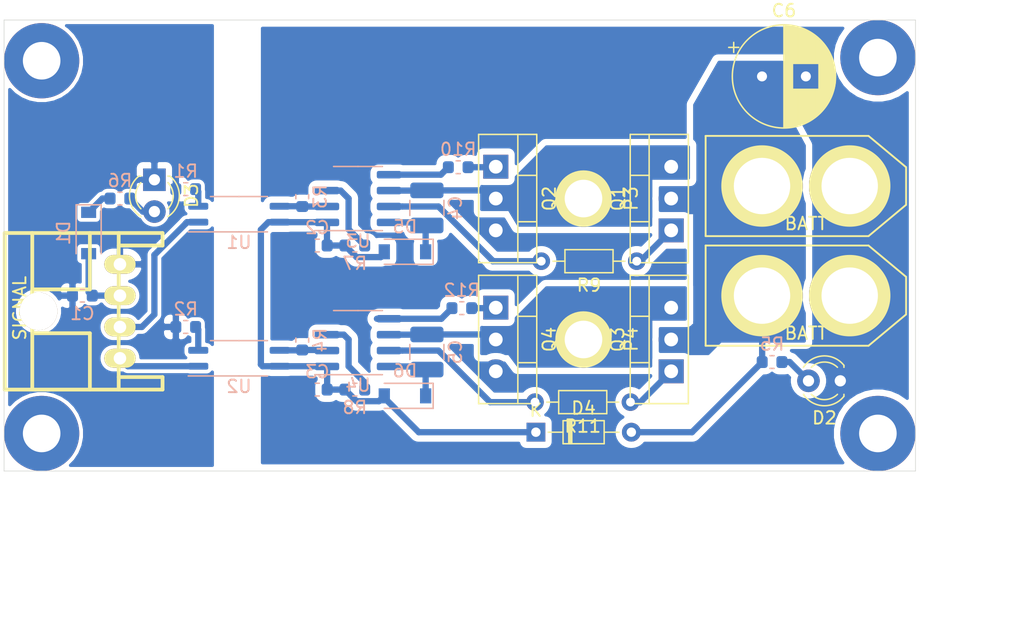
<source format=kicad_pcb>
(kicad_pcb (version 20171130) (host pcbnew "(5.1.2)-1")

  (general
    (thickness 1.6)
    (drawings 7)
    (tracks 112)
    (zones 0)
    (modules 37)
    (nets 29)
  )

  (page A4)
  (layers
    (0 F.Cu signal)
    (31 B.Cu signal)
    (32 B.Adhes user)
    (33 F.Adhes user)
    (34 B.Paste user)
    (35 F.Paste user)
    (36 B.SilkS user)
    (37 F.SilkS user)
    (38 B.Mask user)
    (39 F.Mask user)
    (40 Dwgs.User user)
    (41 Cmts.User user)
    (42 Eco1.User user)
    (43 Eco2.User user)
    (44 Edge.Cuts user)
    (45 Margin user)
    (46 B.CrtYd user)
    (47 F.CrtYd user)
    (48 B.Fab user)
    (49 F.Fab user)
  )

  (setup
    (last_trace_width 0.25)
    (user_trace_width 0.3)
    (user_trace_width 0.5)
    (user_trace_width 1)
    (trace_clearance 0.2)
    (zone_clearance 0.508)
    (zone_45_only no)
    (trace_min 0.2)
    (via_size 0.8)
    (via_drill 0.4)
    (via_min_size 0.4)
    (via_min_drill 0.3)
    (user_via 1.5 1)
    (user_via 6 3)
    (uvia_size 0.3)
    (uvia_drill 0.1)
    (uvias_allowed no)
    (uvia_min_size 0.2)
    (uvia_min_drill 0.1)
    (edge_width 0.05)
    (segment_width 0.2)
    (pcb_text_width 0.3)
    (pcb_text_size 1.5 1.5)
    (mod_edge_width 0.12)
    (mod_text_size 1 1)
    (mod_text_width 0.15)
    (pad_size 1.524 1.524)
    (pad_drill 0.762)
    (pad_to_mask_clearance 0.051)
    (solder_mask_min_width 0.25)
    (aux_axis_origin 0 0)
    (visible_elements 7FFFFFFF)
    (pcbplotparams
      (layerselection 0x01000_fffffffe)
      (usegerberextensions false)
      (usegerberattributes false)
      (usegerberadvancedattributes false)
      (creategerberjobfile false)
      (excludeedgelayer true)
      (linewidth 0.100000)
      (plotframeref false)
      (viasonmask false)
      (mode 1)
      (useauxorigin false)
      (hpglpennumber 1)
      (hpglpenspeed 20)
      (hpglpendiameter 15.000000)
      (psnegative false)
      (psa4output false)
      (plotreference true)
      (plotvalue true)
      (plotinvisibletext false)
      (padsonsilk false)
      (subtractmaskfromsilk false)
      (outputformat 1)
      (mirror false)
      (drillshape 0)
      (scaleselection 1)
      (outputdirectory "C:/Users/81906/Desktop/Ki-CAD/工大祭MD/backUp/秋月縛り_片面/加工/"))
  )

  (net 0 "")
  (net 1 "Net-(C1-Pad2)")
  (net 2 GND)
  (net 3 /batt)
  (net 4 GNDPWR)
  (net 5 /OUT_R)
  (net 6 "Net-(C4-Pad1)")
  (net 7 "Net-(C5-Pad1)")
  (net 8 /OUT_L)
  (net 9 +BATT)
  (net 10 +5V)
  (net 11 "Net-(D2-Pad2)")
  (net 12 "Net-(D3-Pad2)")
  (net 13 /PWM_L)
  (net 14 /PWM_R)
  (net 15 "Net-(Q1-Pad1)")
  (net 16 "Net-(Q2-Pad1)")
  (net 17 "Net-(Q3-Pad1)")
  (net 18 "Net-(Q4-Pad1)")
  (net 19 "Net-(R1-Pad1)")
  (net 20 "Net-(R2-Pad1)")
  (net 21 /PWM_R_Iso)
  (net 22 /PWM_L_Iso)
  (net 23 "Net-(R7-Pad2)")
  (net 24 "Net-(R8-Pad2)")
  (net 25 "Net-(R9-Pad2)")
  (net 26 "Net-(R10-Pad2)")
  (net 27 "Net-(R11-Pad2)")
  (net 28 "Net-(R12-Pad2)")

  (net_class Default "これはデフォルトのネット クラスです。"
    (clearance 0.2)
    (trace_width 0.25)
    (via_dia 0.8)
    (via_drill 0.4)
    (uvia_dia 0.3)
    (uvia_drill 0.1)
    (add_net +5V)
    (add_net +BATT)
    (add_net /OUT_L)
    (add_net /OUT_R)
    (add_net /PWM_L)
    (add_net /PWM_L_Iso)
    (add_net /PWM_R)
    (add_net /PWM_R_Iso)
    (add_net /batt)
    (add_net GND)
    (add_net GNDPWR)
    (add_net "Net-(C1-Pad2)")
    (add_net "Net-(C4-Pad1)")
    (add_net "Net-(C5-Pad1)")
    (add_net "Net-(D2-Pad2)")
    (add_net "Net-(D3-Pad2)")
    (add_net "Net-(Q1-Pad1)")
    (add_net "Net-(Q2-Pad1)")
    (add_net "Net-(Q3-Pad1)")
    (add_net "Net-(Q4-Pad1)")
    (add_net "Net-(R1-Pad1)")
    (add_net "Net-(R10-Pad2)")
    (add_net "Net-(R11-Pad2)")
    (add_net "Net-(R12-Pad2)")
    (add_net "Net-(R2-Pad1)")
    (add_net "Net-(R7-Pad2)")
    (add_net "Net-(R8-Pad2)")
    (add_net "Net-(R9-Pad2)")
  )

  (module Capacitor_SMD:C_0603_1608Metric (layer B.Cu) (tedit 5B301BBE) (tstamp 5D7A0599)
    (at 92.5 102)
    (descr "Capacitor SMD 0603 (1608 Metric), square (rectangular) end terminal, IPC_7351 nominal, (Body size source: http://www.tortai-tech.com/upload/download/2011102023233369053.pdf), generated with kicad-footprint-generator")
    (tags capacitor)
    (path /5E05C77A)
    (attr smd)
    (fp_text reference C1 (at 0 1.43) (layer B.SilkS)
      (effects (font (size 1 1) (thickness 0.15)) (justify mirror))
    )
    (fp_text value 0.1u (at 0 -1.43) (layer B.Fab)
      (effects (font (size 1 1) (thickness 0.15)) (justify mirror))
    )
    (fp_text user %R (at 0 0) (layer B.Fab)
      (effects (font (size 0.4 0.4) (thickness 0.06)) (justify mirror))
    )
    (fp_line (start 1.48 -0.73) (end -1.48 -0.73) (layer B.CrtYd) (width 0.05))
    (fp_line (start 1.48 0.73) (end 1.48 -0.73) (layer B.CrtYd) (width 0.05))
    (fp_line (start -1.48 0.73) (end 1.48 0.73) (layer B.CrtYd) (width 0.05))
    (fp_line (start -1.48 -0.73) (end -1.48 0.73) (layer B.CrtYd) (width 0.05))
    (fp_line (start -0.162779 -0.51) (end 0.162779 -0.51) (layer B.SilkS) (width 0.12))
    (fp_line (start -0.162779 0.51) (end 0.162779 0.51) (layer B.SilkS) (width 0.12))
    (fp_line (start 0.8 -0.4) (end -0.8 -0.4) (layer B.Fab) (width 0.1))
    (fp_line (start 0.8 0.4) (end 0.8 -0.4) (layer B.Fab) (width 0.1))
    (fp_line (start -0.8 0.4) (end 0.8 0.4) (layer B.Fab) (width 0.1))
    (fp_line (start -0.8 -0.4) (end -0.8 0.4) (layer B.Fab) (width 0.1))
    (pad 2 smd roundrect (at 0.7875 0) (size 0.875 0.95) (layers B.Cu B.Paste B.Mask) (roundrect_rratio 0.25)
      (net 1 "Net-(C1-Pad2)"))
    (pad 1 smd roundrect (at -0.7875 0) (size 0.875 0.95) (layers B.Cu B.Paste B.Mask) (roundrect_rratio 0.25)
      (net 2 GND))
    (model ${KISYS3DMOD}/Capacitor_SMD.3dshapes/C_0603_1608Metric.wrl
      (at (xyz 0 0 0))
      (scale (xyz 1 1 1))
      (rotate (xyz 0 0 0))
    )
  )

  (module Capacitor_SMD:C_0603_1608Metric (layer B.Cu) (tedit 5B301BBE) (tstamp 5D7A05AA)
    (at 111.25 98 180)
    (descr "Capacitor SMD 0603 (1608 Metric), square (rectangular) end terminal, IPC_7351 nominal, (Body size source: http://www.tortai-tech.com/upload/download/2011102023233369053.pdf), generated with kicad-footprint-generator")
    (tags capacitor)
    (path /5E047036)
    (attr smd)
    (fp_text reference C2 (at 0 1.43) (layer B.SilkS)
      (effects (font (size 1 1) (thickness 0.15)) (justify mirror))
    )
    (fp_text value 0.1u (at 0 -1.43) (layer B.Fab)
      (effects (font (size 1 1) (thickness 0.15)) (justify mirror))
    )
    (fp_line (start -0.8 -0.4) (end -0.8 0.4) (layer B.Fab) (width 0.1))
    (fp_line (start -0.8 0.4) (end 0.8 0.4) (layer B.Fab) (width 0.1))
    (fp_line (start 0.8 0.4) (end 0.8 -0.4) (layer B.Fab) (width 0.1))
    (fp_line (start 0.8 -0.4) (end -0.8 -0.4) (layer B.Fab) (width 0.1))
    (fp_line (start -0.162779 0.51) (end 0.162779 0.51) (layer B.SilkS) (width 0.12))
    (fp_line (start -0.162779 -0.51) (end 0.162779 -0.51) (layer B.SilkS) (width 0.12))
    (fp_line (start -1.48 -0.73) (end -1.48 0.73) (layer B.CrtYd) (width 0.05))
    (fp_line (start -1.48 0.73) (end 1.48 0.73) (layer B.CrtYd) (width 0.05))
    (fp_line (start 1.48 0.73) (end 1.48 -0.73) (layer B.CrtYd) (width 0.05))
    (fp_line (start 1.48 -0.73) (end -1.48 -0.73) (layer B.CrtYd) (width 0.05))
    (fp_text user %R (at 0 0) (layer B.Fab)
      (effects (font (size 0.4 0.4) (thickness 0.06)) (justify mirror))
    )
    (pad 1 smd roundrect (at -0.7875 0 180) (size 0.875 0.95) (layers B.Cu B.Paste B.Mask) (roundrect_rratio 0.25)
      (net 3 /batt))
    (pad 2 smd roundrect (at 0.7875 0 180) (size 0.875 0.95) (layers B.Cu B.Paste B.Mask) (roundrect_rratio 0.25)
      (net 4 GNDPWR))
    (model ${KISYS3DMOD}/Capacitor_SMD.3dshapes/C_0603_1608Metric.wrl
      (at (xyz 0 0 0))
      (scale (xyz 1 1 1))
      (rotate (xyz 0 0 0))
    )
  )

  (module Capacitor_SMD:C_0603_1608Metric (layer B.Cu) (tedit 5B301BBE) (tstamp 5D7A05BB)
    (at 111.25 109.5 180)
    (descr "Capacitor SMD 0603 (1608 Metric), square (rectangular) end terminal, IPC_7351 nominal, (Body size source: http://www.tortai-tech.com/upload/download/2011102023233369053.pdf), generated with kicad-footprint-generator")
    (tags capacitor)
    (path /5E04FB53)
    (attr smd)
    (fp_text reference C3 (at 0 1.43) (layer B.SilkS)
      (effects (font (size 1 1) (thickness 0.15)) (justify mirror))
    )
    (fp_text value 0.1u (at 0 -1.43) (layer B.Fab)
      (effects (font (size 1 1) (thickness 0.15)) (justify mirror))
    )
    (fp_line (start -0.8 -0.4) (end -0.8 0.4) (layer B.Fab) (width 0.1))
    (fp_line (start -0.8 0.4) (end 0.8 0.4) (layer B.Fab) (width 0.1))
    (fp_line (start 0.8 0.4) (end 0.8 -0.4) (layer B.Fab) (width 0.1))
    (fp_line (start 0.8 -0.4) (end -0.8 -0.4) (layer B.Fab) (width 0.1))
    (fp_line (start -0.162779 0.51) (end 0.162779 0.51) (layer B.SilkS) (width 0.12))
    (fp_line (start -0.162779 -0.51) (end 0.162779 -0.51) (layer B.SilkS) (width 0.12))
    (fp_line (start -1.48 -0.73) (end -1.48 0.73) (layer B.CrtYd) (width 0.05))
    (fp_line (start -1.48 0.73) (end 1.48 0.73) (layer B.CrtYd) (width 0.05))
    (fp_line (start 1.48 0.73) (end 1.48 -0.73) (layer B.CrtYd) (width 0.05))
    (fp_line (start 1.48 -0.73) (end -1.48 -0.73) (layer B.CrtYd) (width 0.05))
    (fp_text user %R (at 0 0) (layer B.Fab)
      (effects (font (size 0.4 0.4) (thickness 0.06)) (justify mirror))
    )
    (pad 1 smd roundrect (at -0.7875 0 180) (size 0.875 0.95) (layers B.Cu B.Paste B.Mask) (roundrect_rratio 0.25)
      (net 3 /batt))
    (pad 2 smd roundrect (at 0.7875 0 180) (size 0.875 0.95) (layers B.Cu B.Paste B.Mask) (roundrect_rratio 0.25)
      (net 4 GNDPWR))
    (model ${KISYS3DMOD}/Capacitor_SMD.3dshapes/C_0603_1608Metric.wrl
      (at (xyz 0 0 0))
      (scale (xyz 1 1 1))
      (rotate (xyz 0 0 0))
    )
  )

  (module Capacitor_THT:CP_Radial_D8.0mm_P3.50mm (layer F.Cu) (tedit 5AE50EF0) (tstamp 5D7A0686)
    (at 146.75 84.5)
    (descr "CP, Radial series, Radial, pin pitch=3.50mm, , diameter=8mm, Electrolytic Capacitor")
    (tags "CP Radial series Radial pin pitch 3.50mm  diameter 8mm Electrolytic Capacitor")
    (path /5E068F6F)
    (fp_text reference C6 (at 1.75 -5.25) (layer F.SilkS)
      (effects (font (size 1 1) (thickness 0.15)))
    )
    (fp_text value 470u (at 1.75 5.25) (layer F.Fab)
      (effects (font (size 1 1) (thickness 0.15)))
    )
    (fp_circle (center 1.75 0) (end 5.75 0) (layer F.Fab) (width 0.1))
    (fp_circle (center 1.75 0) (end 5.87 0) (layer F.SilkS) (width 0.12))
    (fp_circle (center 1.75 0) (end 6 0) (layer F.CrtYd) (width 0.05))
    (fp_line (start -1.676759 -1.7475) (end -0.876759 -1.7475) (layer F.Fab) (width 0.1))
    (fp_line (start -1.276759 -2.1475) (end -1.276759 -1.3475) (layer F.Fab) (width 0.1))
    (fp_line (start 1.75 -4.08) (end 1.75 4.08) (layer F.SilkS) (width 0.12))
    (fp_line (start 1.79 -4.08) (end 1.79 4.08) (layer F.SilkS) (width 0.12))
    (fp_line (start 1.83 -4.08) (end 1.83 4.08) (layer F.SilkS) (width 0.12))
    (fp_line (start 1.87 -4.079) (end 1.87 4.079) (layer F.SilkS) (width 0.12))
    (fp_line (start 1.91 -4.077) (end 1.91 4.077) (layer F.SilkS) (width 0.12))
    (fp_line (start 1.95 -4.076) (end 1.95 4.076) (layer F.SilkS) (width 0.12))
    (fp_line (start 1.99 -4.074) (end 1.99 4.074) (layer F.SilkS) (width 0.12))
    (fp_line (start 2.03 -4.071) (end 2.03 4.071) (layer F.SilkS) (width 0.12))
    (fp_line (start 2.07 -4.068) (end 2.07 4.068) (layer F.SilkS) (width 0.12))
    (fp_line (start 2.11 -4.065) (end 2.11 4.065) (layer F.SilkS) (width 0.12))
    (fp_line (start 2.15 -4.061) (end 2.15 4.061) (layer F.SilkS) (width 0.12))
    (fp_line (start 2.19 -4.057) (end 2.19 4.057) (layer F.SilkS) (width 0.12))
    (fp_line (start 2.23 -4.052) (end 2.23 4.052) (layer F.SilkS) (width 0.12))
    (fp_line (start 2.27 -4.048) (end 2.27 4.048) (layer F.SilkS) (width 0.12))
    (fp_line (start 2.31 -4.042) (end 2.31 4.042) (layer F.SilkS) (width 0.12))
    (fp_line (start 2.35 -4.037) (end 2.35 4.037) (layer F.SilkS) (width 0.12))
    (fp_line (start 2.39 -4.03) (end 2.39 4.03) (layer F.SilkS) (width 0.12))
    (fp_line (start 2.43 -4.024) (end 2.43 4.024) (layer F.SilkS) (width 0.12))
    (fp_line (start 2.471 -4.017) (end 2.471 -1.04) (layer F.SilkS) (width 0.12))
    (fp_line (start 2.471 1.04) (end 2.471 4.017) (layer F.SilkS) (width 0.12))
    (fp_line (start 2.511 -4.01) (end 2.511 -1.04) (layer F.SilkS) (width 0.12))
    (fp_line (start 2.511 1.04) (end 2.511 4.01) (layer F.SilkS) (width 0.12))
    (fp_line (start 2.551 -4.002) (end 2.551 -1.04) (layer F.SilkS) (width 0.12))
    (fp_line (start 2.551 1.04) (end 2.551 4.002) (layer F.SilkS) (width 0.12))
    (fp_line (start 2.591 -3.994) (end 2.591 -1.04) (layer F.SilkS) (width 0.12))
    (fp_line (start 2.591 1.04) (end 2.591 3.994) (layer F.SilkS) (width 0.12))
    (fp_line (start 2.631 -3.985) (end 2.631 -1.04) (layer F.SilkS) (width 0.12))
    (fp_line (start 2.631 1.04) (end 2.631 3.985) (layer F.SilkS) (width 0.12))
    (fp_line (start 2.671 -3.976) (end 2.671 -1.04) (layer F.SilkS) (width 0.12))
    (fp_line (start 2.671 1.04) (end 2.671 3.976) (layer F.SilkS) (width 0.12))
    (fp_line (start 2.711 -3.967) (end 2.711 -1.04) (layer F.SilkS) (width 0.12))
    (fp_line (start 2.711 1.04) (end 2.711 3.967) (layer F.SilkS) (width 0.12))
    (fp_line (start 2.751 -3.957) (end 2.751 -1.04) (layer F.SilkS) (width 0.12))
    (fp_line (start 2.751 1.04) (end 2.751 3.957) (layer F.SilkS) (width 0.12))
    (fp_line (start 2.791 -3.947) (end 2.791 -1.04) (layer F.SilkS) (width 0.12))
    (fp_line (start 2.791 1.04) (end 2.791 3.947) (layer F.SilkS) (width 0.12))
    (fp_line (start 2.831 -3.936) (end 2.831 -1.04) (layer F.SilkS) (width 0.12))
    (fp_line (start 2.831 1.04) (end 2.831 3.936) (layer F.SilkS) (width 0.12))
    (fp_line (start 2.871 -3.925) (end 2.871 -1.04) (layer F.SilkS) (width 0.12))
    (fp_line (start 2.871 1.04) (end 2.871 3.925) (layer F.SilkS) (width 0.12))
    (fp_line (start 2.911 -3.914) (end 2.911 -1.04) (layer F.SilkS) (width 0.12))
    (fp_line (start 2.911 1.04) (end 2.911 3.914) (layer F.SilkS) (width 0.12))
    (fp_line (start 2.951 -3.902) (end 2.951 -1.04) (layer F.SilkS) (width 0.12))
    (fp_line (start 2.951 1.04) (end 2.951 3.902) (layer F.SilkS) (width 0.12))
    (fp_line (start 2.991 -3.889) (end 2.991 -1.04) (layer F.SilkS) (width 0.12))
    (fp_line (start 2.991 1.04) (end 2.991 3.889) (layer F.SilkS) (width 0.12))
    (fp_line (start 3.031 -3.877) (end 3.031 -1.04) (layer F.SilkS) (width 0.12))
    (fp_line (start 3.031 1.04) (end 3.031 3.877) (layer F.SilkS) (width 0.12))
    (fp_line (start 3.071 -3.863) (end 3.071 -1.04) (layer F.SilkS) (width 0.12))
    (fp_line (start 3.071 1.04) (end 3.071 3.863) (layer F.SilkS) (width 0.12))
    (fp_line (start 3.111 -3.85) (end 3.111 -1.04) (layer F.SilkS) (width 0.12))
    (fp_line (start 3.111 1.04) (end 3.111 3.85) (layer F.SilkS) (width 0.12))
    (fp_line (start 3.151 -3.835) (end 3.151 -1.04) (layer F.SilkS) (width 0.12))
    (fp_line (start 3.151 1.04) (end 3.151 3.835) (layer F.SilkS) (width 0.12))
    (fp_line (start 3.191 -3.821) (end 3.191 -1.04) (layer F.SilkS) (width 0.12))
    (fp_line (start 3.191 1.04) (end 3.191 3.821) (layer F.SilkS) (width 0.12))
    (fp_line (start 3.231 -3.805) (end 3.231 -1.04) (layer F.SilkS) (width 0.12))
    (fp_line (start 3.231 1.04) (end 3.231 3.805) (layer F.SilkS) (width 0.12))
    (fp_line (start 3.271 -3.79) (end 3.271 -1.04) (layer F.SilkS) (width 0.12))
    (fp_line (start 3.271 1.04) (end 3.271 3.79) (layer F.SilkS) (width 0.12))
    (fp_line (start 3.311 -3.774) (end 3.311 -1.04) (layer F.SilkS) (width 0.12))
    (fp_line (start 3.311 1.04) (end 3.311 3.774) (layer F.SilkS) (width 0.12))
    (fp_line (start 3.351 -3.757) (end 3.351 -1.04) (layer F.SilkS) (width 0.12))
    (fp_line (start 3.351 1.04) (end 3.351 3.757) (layer F.SilkS) (width 0.12))
    (fp_line (start 3.391 -3.74) (end 3.391 -1.04) (layer F.SilkS) (width 0.12))
    (fp_line (start 3.391 1.04) (end 3.391 3.74) (layer F.SilkS) (width 0.12))
    (fp_line (start 3.431 -3.722) (end 3.431 -1.04) (layer F.SilkS) (width 0.12))
    (fp_line (start 3.431 1.04) (end 3.431 3.722) (layer F.SilkS) (width 0.12))
    (fp_line (start 3.471 -3.704) (end 3.471 -1.04) (layer F.SilkS) (width 0.12))
    (fp_line (start 3.471 1.04) (end 3.471 3.704) (layer F.SilkS) (width 0.12))
    (fp_line (start 3.511 -3.686) (end 3.511 -1.04) (layer F.SilkS) (width 0.12))
    (fp_line (start 3.511 1.04) (end 3.511 3.686) (layer F.SilkS) (width 0.12))
    (fp_line (start 3.551 -3.666) (end 3.551 -1.04) (layer F.SilkS) (width 0.12))
    (fp_line (start 3.551 1.04) (end 3.551 3.666) (layer F.SilkS) (width 0.12))
    (fp_line (start 3.591 -3.647) (end 3.591 -1.04) (layer F.SilkS) (width 0.12))
    (fp_line (start 3.591 1.04) (end 3.591 3.647) (layer F.SilkS) (width 0.12))
    (fp_line (start 3.631 -3.627) (end 3.631 -1.04) (layer F.SilkS) (width 0.12))
    (fp_line (start 3.631 1.04) (end 3.631 3.627) (layer F.SilkS) (width 0.12))
    (fp_line (start 3.671 -3.606) (end 3.671 -1.04) (layer F.SilkS) (width 0.12))
    (fp_line (start 3.671 1.04) (end 3.671 3.606) (layer F.SilkS) (width 0.12))
    (fp_line (start 3.711 -3.584) (end 3.711 -1.04) (layer F.SilkS) (width 0.12))
    (fp_line (start 3.711 1.04) (end 3.711 3.584) (layer F.SilkS) (width 0.12))
    (fp_line (start 3.751 -3.562) (end 3.751 -1.04) (layer F.SilkS) (width 0.12))
    (fp_line (start 3.751 1.04) (end 3.751 3.562) (layer F.SilkS) (width 0.12))
    (fp_line (start 3.791 -3.54) (end 3.791 -1.04) (layer F.SilkS) (width 0.12))
    (fp_line (start 3.791 1.04) (end 3.791 3.54) (layer F.SilkS) (width 0.12))
    (fp_line (start 3.831 -3.517) (end 3.831 -1.04) (layer F.SilkS) (width 0.12))
    (fp_line (start 3.831 1.04) (end 3.831 3.517) (layer F.SilkS) (width 0.12))
    (fp_line (start 3.871 -3.493) (end 3.871 -1.04) (layer F.SilkS) (width 0.12))
    (fp_line (start 3.871 1.04) (end 3.871 3.493) (layer F.SilkS) (width 0.12))
    (fp_line (start 3.911 -3.469) (end 3.911 -1.04) (layer F.SilkS) (width 0.12))
    (fp_line (start 3.911 1.04) (end 3.911 3.469) (layer F.SilkS) (width 0.12))
    (fp_line (start 3.951 -3.444) (end 3.951 -1.04) (layer F.SilkS) (width 0.12))
    (fp_line (start 3.951 1.04) (end 3.951 3.444) (layer F.SilkS) (width 0.12))
    (fp_line (start 3.991 -3.418) (end 3.991 -1.04) (layer F.SilkS) (width 0.12))
    (fp_line (start 3.991 1.04) (end 3.991 3.418) (layer F.SilkS) (width 0.12))
    (fp_line (start 4.031 -3.392) (end 4.031 -1.04) (layer F.SilkS) (width 0.12))
    (fp_line (start 4.031 1.04) (end 4.031 3.392) (layer F.SilkS) (width 0.12))
    (fp_line (start 4.071 -3.365) (end 4.071 -1.04) (layer F.SilkS) (width 0.12))
    (fp_line (start 4.071 1.04) (end 4.071 3.365) (layer F.SilkS) (width 0.12))
    (fp_line (start 4.111 -3.338) (end 4.111 -1.04) (layer F.SilkS) (width 0.12))
    (fp_line (start 4.111 1.04) (end 4.111 3.338) (layer F.SilkS) (width 0.12))
    (fp_line (start 4.151 -3.309) (end 4.151 -1.04) (layer F.SilkS) (width 0.12))
    (fp_line (start 4.151 1.04) (end 4.151 3.309) (layer F.SilkS) (width 0.12))
    (fp_line (start 4.191 -3.28) (end 4.191 -1.04) (layer F.SilkS) (width 0.12))
    (fp_line (start 4.191 1.04) (end 4.191 3.28) (layer F.SilkS) (width 0.12))
    (fp_line (start 4.231 -3.25) (end 4.231 -1.04) (layer F.SilkS) (width 0.12))
    (fp_line (start 4.231 1.04) (end 4.231 3.25) (layer F.SilkS) (width 0.12))
    (fp_line (start 4.271 -3.22) (end 4.271 -1.04) (layer F.SilkS) (width 0.12))
    (fp_line (start 4.271 1.04) (end 4.271 3.22) (layer F.SilkS) (width 0.12))
    (fp_line (start 4.311 -3.189) (end 4.311 -1.04) (layer F.SilkS) (width 0.12))
    (fp_line (start 4.311 1.04) (end 4.311 3.189) (layer F.SilkS) (width 0.12))
    (fp_line (start 4.351 -3.156) (end 4.351 -1.04) (layer F.SilkS) (width 0.12))
    (fp_line (start 4.351 1.04) (end 4.351 3.156) (layer F.SilkS) (width 0.12))
    (fp_line (start 4.391 -3.124) (end 4.391 -1.04) (layer F.SilkS) (width 0.12))
    (fp_line (start 4.391 1.04) (end 4.391 3.124) (layer F.SilkS) (width 0.12))
    (fp_line (start 4.431 -3.09) (end 4.431 -1.04) (layer F.SilkS) (width 0.12))
    (fp_line (start 4.431 1.04) (end 4.431 3.09) (layer F.SilkS) (width 0.12))
    (fp_line (start 4.471 -3.055) (end 4.471 -1.04) (layer F.SilkS) (width 0.12))
    (fp_line (start 4.471 1.04) (end 4.471 3.055) (layer F.SilkS) (width 0.12))
    (fp_line (start 4.511 -3.019) (end 4.511 -1.04) (layer F.SilkS) (width 0.12))
    (fp_line (start 4.511 1.04) (end 4.511 3.019) (layer F.SilkS) (width 0.12))
    (fp_line (start 4.551 -2.983) (end 4.551 2.983) (layer F.SilkS) (width 0.12))
    (fp_line (start 4.591 -2.945) (end 4.591 2.945) (layer F.SilkS) (width 0.12))
    (fp_line (start 4.631 -2.907) (end 4.631 2.907) (layer F.SilkS) (width 0.12))
    (fp_line (start 4.671 -2.867) (end 4.671 2.867) (layer F.SilkS) (width 0.12))
    (fp_line (start 4.711 -2.826) (end 4.711 2.826) (layer F.SilkS) (width 0.12))
    (fp_line (start 4.751 -2.784) (end 4.751 2.784) (layer F.SilkS) (width 0.12))
    (fp_line (start 4.791 -2.741) (end 4.791 2.741) (layer F.SilkS) (width 0.12))
    (fp_line (start 4.831 -2.697) (end 4.831 2.697) (layer F.SilkS) (width 0.12))
    (fp_line (start 4.871 -2.651) (end 4.871 2.651) (layer F.SilkS) (width 0.12))
    (fp_line (start 4.911 -2.604) (end 4.911 2.604) (layer F.SilkS) (width 0.12))
    (fp_line (start 4.951 -2.556) (end 4.951 2.556) (layer F.SilkS) (width 0.12))
    (fp_line (start 4.991 -2.505) (end 4.991 2.505) (layer F.SilkS) (width 0.12))
    (fp_line (start 5.031 -2.454) (end 5.031 2.454) (layer F.SilkS) (width 0.12))
    (fp_line (start 5.071 -2.4) (end 5.071 2.4) (layer F.SilkS) (width 0.12))
    (fp_line (start 5.111 -2.345) (end 5.111 2.345) (layer F.SilkS) (width 0.12))
    (fp_line (start 5.151 -2.287) (end 5.151 2.287) (layer F.SilkS) (width 0.12))
    (fp_line (start 5.191 -2.228) (end 5.191 2.228) (layer F.SilkS) (width 0.12))
    (fp_line (start 5.231 -2.166) (end 5.231 2.166) (layer F.SilkS) (width 0.12))
    (fp_line (start 5.271 -2.102) (end 5.271 2.102) (layer F.SilkS) (width 0.12))
    (fp_line (start 5.311 -2.034) (end 5.311 2.034) (layer F.SilkS) (width 0.12))
    (fp_line (start 5.351 -1.964) (end 5.351 1.964) (layer F.SilkS) (width 0.12))
    (fp_line (start 5.391 -1.89) (end 5.391 1.89) (layer F.SilkS) (width 0.12))
    (fp_line (start 5.431 -1.813) (end 5.431 1.813) (layer F.SilkS) (width 0.12))
    (fp_line (start 5.471 -1.731) (end 5.471 1.731) (layer F.SilkS) (width 0.12))
    (fp_line (start 5.511 -1.645) (end 5.511 1.645) (layer F.SilkS) (width 0.12))
    (fp_line (start 5.551 -1.552) (end 5.551 1.552) (layer F.SilkS) (width 0.12))
    (fp_line (start 5.591 -1.453) (end 5.591 1.453) (layer F.SilkS) (width 0.12))
    (fp_line (start 5.631 -1.346) (end 5.631 1.346) (layer F.SilkS) (width 0.12))
    (fp_line (start 5.671 -1.229) (end 5.671 1.229) (layer F.SilkS) (width 0.12))
    (fp_line (start 5.711 -1.098) (end 5.711 1.098) (layer F.SilkS) (width 0.12))
    (fp_line (start 5.751 -0.948) (end 5.751 0.948) (layer F.SilkS) (width 0.12))
    (fp_line (start 5.791 -0.768) (end 5.791 0.768) (layer F.SilkS) (width 0.12))
    (fp_line (start 5.831 -0.533) (end 5.831 0.533) (layer F.SilkS) (width 0.12))
    (fp_line (start -2.659698 -2.315) (end -1.859698 -2.315) (layer F.SilkS) (width 0.12))
    (fp_line (start -2.259698 -2.715) (end -2.259698 -1.915) (layer F.SilkS) (width 0.12))
    (fp_text user %R (at 1.75 0) (layer F.Fab)
      (effects (font (size 1 1) (thickness 0.15)))
    )
    (pad 1 thru_hole rect (at 0 0) (size 1.6 1.6) (drill 0.8) (layers *.Cu *.Mask)
      (net 9 +BATT))
    (pad 2 thru_hole circle (at 3.5 0) (size 1.6 1.6) (drill 0.8) (layers *.Cu *.Mask)
      (net 4 GNDPWR))
    (model ${KISYS3DMOD}/Capacitor_THT.3dshapes/CP_Radial_D8.0mm_P3.50mm.wrl
      (at (xyz 0 0 0))
      (scale (xyz 1 1 1))
      (rotate (xyz 0 0 0))
    )
  )

  (module Diode_SMD:D_SOD-123 (layer B.Cu) (tedit 58645DC7) (tstamp 5D7A069F)
    (at 93 97 270)
    (descr SOD-123)
    (tags SOD-123)
    (path /5E05D631)
    (attr smd)
    (fp_text reference D1 (at 0 2 90) (layer B.SilkS)
      (effects (font (size 1 1) (thickness 0.15)) (justify mirror))
    )
    (fp_text value DIODE (at 0 -2.1 90) (layer B.Fab)
      (effects (font (size 1 1) (thickness 0.15)) (justify mirror))
    )
    (fp_line (start -2.25 1) (end 1.65 1) (layer B.SilkS) (width 0.12))
    (fp_line (start -2.25 -1) (end 1.65 -1) (layer B.SilkS) (width 0.12))
    (fp_line (start -2.35 1.15) (end -2.35 -1.15) (layer B.CrtYd) (width 0.05))
    (fp_line (start 2.35 -1.15) (end -2.35 -1.15) (layer B.CrtYd) (width 0.05))
    (fp_line (start 2.35 1.15) (end 2.35 -1.15) (layer B.CrtYd) (width 0.05))
    (fp_line (start -2.35 1.15) (end 2.35 1.15) (layer B.CrtYd) (width 0.05))
    (fp_line (start -1.4 0.9) (end 1.4 0.9) (layer B.Fab) (width 0.1))
    (fp_line (start 1.4 0.9) (end 1.4 -0.9) (layer B.Fab) (width 0.1))
    (fp_line (start 1.4 -0.9) (end -1.4 -0.9) (layer B.Fab) (width 0.1))
    (fp_line (start -1.4 -0.9) (end -1.4 0.9) (layer B.Fab) (width 0.1))
    (fp_line (start -0.75 0) (end -0.35 0) (layer B.Fab) (width 0.1))
    (fp_line (start -0.35 0) (end -0.35 0.55) (layer B.Fab) (width 0.1))
    (fp_line (start -0.35 0) (end -0.35 -0.55) (layer B.Fab) (width 0.1))
    (fp_line (start -0.35 0) (end 0.25 0.4) (layer B.Fab) (width 0.1))
    (fp_line (start 0.25 0.4) (end 0.25 -0.4) (layer B.Fab) (width 0.1))
    (fp_line (start 0.25 -0.4) (end -0.35 0) (layer B.Fab) (width 0.1))
    (fp_line (start 0.25 0) (end 0.75 0) (layer B.Fab) (width 0.1))
    (fp_line (start -2.25 1) (end -2.25 -1) (layer B.SilkS) (width 0.12))
    (fp_text user %R (at 0 2 90) (layer B.Fab)
      (effects (font (size 1 1) (thickness 0.15)) (justify mirror))
    )
    (pad 2 smd rect (at 1.65 0 270) (size 0.9 1.2) (layers B.Cu B.Paste B.Mask)
      (net 1 "Net-(C1-Pad2)"))
    (pad 1 smd rect (at -1.65 0 270) (size 0.9 1.2) (layers B.Cu B.Paste B.Mask)
      (net 10 +5V))
    (model ${KISYS3DMOD}/Diode_SMD.3dshapes/D_SOD-123.wrl
      (at (xyz 0 0 0))
      (scale (xyz 1 1 1))
      (rotate (xyz 0 0 0))
    )
  )

  (module LED_THT:LED_D3.0mm_Clear (layer F.Cu) (tedit 5A6C9BC0) (tstamp 5D7A06B3)
    (at 153 108.8 180)
    (descr "IR-LED, diameter 3.0mm, 2 pins, color: clear")
    (tags "IR infrared LED diameter 3.0mm 2 pins clear")
    (path /5E06AE1A)
    (fp_text reference D2 (at 1.27 -2.96) (layer F.SilkS)
      (effects (font (size 1 1) (thickness 0.15)))
    )
    (fp_text value LED (at 1.27 2.96) (layer F.Fab)
      (effects (font (size 1 1) (thickness 0.15)))
    )
    (fp_arc (start 1.27 0) (end 0.229039 1.08) (angle -87.9) (layer F.SilkS) (width 0.12))
    (fp_arc (start 1.27 0) (end 0.229039 -1.08) (angle 87.9) (layer F.SilkS) (width 0.12))
    (fp_arc (start 1.27 0) (end -0.29 1.235516) (angle -108.8) (layer F.SilkS) (width 0.12))
    (fp_arc (start 1.27 0) (end -0.29 -1.235516) (angle 108.8) (layer F.SilkS) (width 0.12))
    (fp_arc (start 1.27 0) (end -0.23 -1.16619) (angle 284.3) (layer F.Fab) (width 0.1))
    (fp_circle (center 1.27 0) (end 2.77 0) (layer F.Fab) (width 0.1))
    (fp_line (start 3.7 -2.25) (end -1.15 -2.25) (layer F.CrtYd) (width 0.05))
    (fp_line (start 3.7 2.25) (end 3.7 -2.25) (layer F.CrtYd) (width 0.05))
    (fp_line (start -1.15 2.25) (end 3.7 2.25) (layer F.CrtYd) (width 0.05))
    (fp_line (start -1.15 -2.25) (end -1.15 2.25) (layer F.CrtYd) (width 0.05))
    (fp_line (start -0.29 1.08) (end -0.29 1.236) (layer F.SilkS) (width 0.12))
    (fp_line (start -0.29 -1.236) (end -0.29 -1.08) (layer F.SilkS) (width 0.12))
    (fp_line (start -0.23 -1.16619) (end -0.23 1.16619) (layer F.Fab) (width 0.1))
    (fp_text user %R (at 1.47 0) (layer F.Fab)
      (effects (font (size 0.8 0.8) (thickness 0.12)))
    )
    (pad 2 thru_hole circle (at 2.54 0 180) (size 1.8 1.8) (drill 0.9) (layers *.Cu *.Mask)
      (net 11 "Net-(D2-Pad2)"))
    (pad 1 thru_hole rect (at 0 0 180) (size 1.8 1.8) (drill 0.9) (layers *.Cu *.Mask)
      (net 4 GNDPWR))
    (model ${KISYS3DMOD}/LED_THT.3dshapes/LED_D3.0mm_Clear.wrl
      (at (xyz 0 0 0))
      (scale (xyz 1 1 1))
      (rotate (xyz 0 0 0))
    )
  )

  (module LED_THT:LED_D3.0mm_Clear (layer F.Cu) (tedit 5A6C9BC0) (tstamp 5D7A06C7)
    (at 98.25 92.75 270)
    (descr "IR-LED, diameter 3.0mm, 2 pins, color: clear")
    (tags "IR infrared LED diameter 3.0mm 2 pins clear")
    (path /5E06D550)
    (fp_text reference D3 (at 1.27 -2.96 90) (layer F.SilkS)
      (effects (font (size 1 1) (thickness 0.15)))
    )
    (fp_text value LED (at 1.27 2.96 90) (layer F.Fab)
      (effects (font (size 1 1) (thickness 0.15)))
    )
    (fp_text user %R (at 1.47 0 90) (layer F.Fab)
      (effects (font (size 0.8 0.8) (thickness 0.12)))
    )
    (fp_line (start -0.23 -1.16619) (end -0.23 1.16619) (layer F.Fab) (width 0.1))
    (fp_line (start -0.29 -1.236) (end -0.29 -1.08) (layer F.SilkS) (width 0.12))
    (fp_line (start -0.29 1.08) (end -0.29 1.236) (layer F.SilkS) (width 0.12))
    (fp_line (start -1.15 -2.25) (end -1.15 2.25) (layer F.CrtYd) (width 0.05))
    (fp_line (start -1.15 2.25) (end 3.7 2.25) (layer F.CrtYd) (width 0.05))
    (fp_line (start 3.7 2.25) (end 3.7 -2.25) (layer F.CrtYd) (width 0.05))
    (fp_line (start 3.7 -2.25) (end -1.15 -2.25) (layer F.CrtYd) (width 0.05))
    (fp_circle (center 1.27 0) (end 2.77 0) (layer F.Fab) (width 0.1))
    (fp_arc (start 1.27 0) (end -0.23 -1.16619) (angle 284.3) (layer F.Fab) (width 0.1))
    (fp_arc (start 1.27 0) (end -0.29 -1.235516) (angle 108.8) (layer F.SilkS) (width 0.12))
    (fp_arc (start 1.27 0) (end -0.29 1.235516) (angle -108.8) (layer F.SilkS) (width 0.12))
    (fp_arc (start 1.27 0) (end 0.229039 -1.08) (angle 87.9) (layer F.SilkS) (width 0.12))
    (fp_arc (start 1.27 0) (end 0.229039 1.08) (angle -87.9) (layer F.SilkS) (width 0.12))
    (pad 1 thru_hole rect (at 0 0 270) (size 1.8 1.8) (drill 0.9) (layers *.Cu *.Mask)
      (net 2 GND))
    (pad 2 thru_hole circle (at 2.54 0 270) (size 1.8 1.8) (drill 0.9) (layers *.Cu *.Mask)
      (net 12 "Net-(D3-Pad2)"))
    (model ${KISYS3DMOD}/LED_THT.3dshapes/LED_D3.0mm_Clear.wrl
      (at (xyz 0 0 0))
      (scale (xyz 1 1 1))
      (rotate (xyz 0 0 0))
    )
  )

  (module Mizz_lib:XA_4LC (layer F.Cu) (tedit 5CFF7940) (tstamp 5D7A0734)
    (at 95.5 99.5 270)
    (path /5E05B86D)
    (fp_text reference P1 (at 0 0.5 90) (layer F.SilkS) hide
      (effects (font (size 1 1) (thickness 0.15)))
    )
    (fp_text value SIGNAL (at 3.5 8 90) (layer F.SilkS)
      (effects (font (size 1 1) (thickness 0.15)))
    )
    (fp_line (start -1.5 -3.4) (end -1.5 0.1) (layer F.SilkS) (width 0.3))
    (fp_line (start -2.5 -3.4) (end -1.5 -3.4) (layer F.SilkS) (width 0.3))
    (fp_line (start -2.5 -3.4) (end -2.5 9.2) (layer F.SilkS) (width 0.3))
    (fp_line (start -2.5 7) (end 10 7) (layer F.SilkS) (width 0.3))
    (fp_line (start 2 2.4) (end -2.5 2.4) (layer F.SilkS) (width 0.3))
    (fp_line (start 2 7) (end 2 2.4) (layer F.SilkS) (width 0.3))
    (fp_line (start 5.5 2.4) (end 10 2.4) (layer F.SilkS) (width 0.3))
    (fp_line (start 5.5 2.4) (end 5.5 7) (layer F.SilkS) (width 0.3))
    (fp_line (start -2.5 0.1) (end 10 0.1) (layer F.SilkS) (width 0.3))
    (fp_line (start 9 -3.4) (end 10 -3.4) (layer F.SilkS) (width 0.3))
    (fp_line (start 9 0.1) (end 9 -3.4) (layer F.SilkS) (width 0.3))
    (fp_line (start 10 -3.4) (end 10 9.2) (layer F.SilkS) (width 0.3))
    (fp_line (start 10 9.2) (end -2.5 9.2) (layer F.SilkS) (width 0.3))
    (pad "" thru_hole circle (at 3.75 6.5 270) (size 3 3) (drill 3) (layers *.Cu *.Mask F.SilkS)
      (clearance -0.3))
    (pad 4 thru_hole oval (at 7.5 0 270) (size 1.5 2.5) (drill 1) (layers *.Cu *.Mask F.SilkS)
      (net 13 /PWM_L))
    (pad 3 thru_hole oval (at 5 0 270) (size 1.5 2.5) (drill 1) (layers *.Cu *.Mask F.SilkS)
      (net 14 /PWM_R))
    (pad 2 thru_hole oval (at 2.5 0 270) (size 1.5 2.5) (drill 1) (layers *.Cu *.Mask F.SilkS)
      (net 1 "Net-(C1-Pad2)"))
    (pad 1 thru_hole oval (at 0 0 270) (size 1.5 2.5) (drill 1) (layers *.Cu *.Mask F.SilkS)
      (net 2 GND))
    (model C:/Users/81906/Documents/Ki-Cad_Lib/3Dmodel/S04B-XASK-1/S04B-XASK-1.STEP
      (offset (xyz 3.75 -5 0))
      (scale (xyz 1 1 1))
      (rotate (xyz 0 0 -180))
    )
  )

  (module Mizz_lib:XT60_M (layer F.Cu) (tedit 5D00BA3A) (tstamp 5D7A0740)
    (at 150.25 102 180)
    (path /5E07036E)
    (fp_text reference P2 (at 0 3) (layer F.Fab)
      (effects (font (size 1 1) (thickness 0.15)))
    )
    (fp_text value BATT (at 0 -3) (layer F.SilkS)
      (effects (font (size 1 1) (thickness 0.15)))
    )
    (fp_line (start 8 -4) (end 8 4) (layer F.SilkS) (width 0.15))
    (fp_line (start -8 -1.5) (end -8 1.5) (layer F.SilkS) (width 0.15))
    (fp_line (start -5 -4) (end 8 -4) (layer F.SilkS) (width 0.15))
    (fp_line (start -8 -1.5) (end -5 -4) (layer F.SilkS) (width 0.15))
    (fp_line (start -5 4) (end 8 4) (layer F.SilkS) (width 0.15))
    (fp_line (start -8 1.5) (end -5 4) (layer F.SilkS) (width 0.15))
    (pad 2 thru_hole circle (at 3.5 0 180) (size 6.5 6.5) (drill 4.5) (layers *.Cu *.Mask F.SilkS)
      (net 9 +BATT))
    (pad 1 thru_hole circle (at -3.5 0 180) (size 6.5 6.5) (drill 4.5) (layers *.Cu *.Mask F.SilkS)
      (net 4 GNDPWR))
    (model "C:/Users/81906/Documents/Ki-Cad_Lib/3Dmodel/XT60_m/XT60 Stecker.stp"
      (at (xyz 0 0 0))
      (scale (xyz 1 1 1))
      (rotate (xyz 0 0 0))
    )
  )

  (module Package_TO_SOT_THT:TO-220-3_Vertical (layer F.Cu) (tedit 5AC8BA0D) (tstamp 5D7A0766)
    (at 139.5 96.79 90)
    (descr "TO-220-3, Vertical, RM 2.54mm, see https://www.vishay.com/docs/66542/to-220-1.pdf")
    (tags "TO-220-3 Vertical RM 2.54mm")
    (path /5E04BC73)
    (fp_text reference Q1 (at 2.54 -4.27 90) (layer F.SilkS)
      (effects (font (size 1 1) (thickness 0.15)))
    )
    (fp_text value Q_NMOS_GDS (at 2.54 2.5 90) (layer F.Fab)
      (effects (font (size 1 1) (thickness 0.15)))
    )
    (fp_line (start -2.46 -3.15) (end -2.46 1.25) (layer F.Fab) (width 0.1))
    (fp_line (start -2.46 1.25) (end 7.54 1.25) (layer F.Fab) (width 0.1))
    (fp_line (start 7.54 1.25) (end 7.54 -3.15) (layer F.Fab) (width 0.1))
    (fp_line (start 7.54 -3.15) (end -2.46 -3.15) (layer F.Fab) (width 0.1))
    (fp_line (start -2.46 -1.88) (end 7.54 -1.88) (layer F.Fab) (width 0.1))
    (fp_line (start 0.69 -3.15) (end 0.69 -1.88) (layer F.Fab) (width 0.1))
    (fp_line (start 4.39 -3.15) (end 4.39 -1.88) (layer F.Fab) (width 0.1))
    (fp_line (start -2.58 -3.27) (end 7.66 -3.27) (layer F.SilkS) (width 0.12))
    (fp_line (start -2.58 1.371) (end 7.66 1.371) (layer F.SilkS) (width 0.12))
    (fp_line (start -2.58 -3.27) (end -2.58 1.371) (layer F.SilkS) (width 0.12))
    (fp_line (start 7.66 -3.27) (end 7.66 1.371) (layer F.SilkS) (width 0.12))
    (fp_line (start -2.58 -1.76) (end 7.66 -1.76) (layer F.SilkS) (width 0.12))
    (fp_line (start 0.69 -3.27) (end 0.69 -1.76) (layer F.SilkS) (width 0.12))
    (fp_line (start 4.391 -3.27) (end 4.391 -1.76) (layer F.SilkS) (width 0.12))
    (fp_line (start -2.71 -3.4) (end -2.71 1.51) (layer F.CrtYd) (width 0.05))
    (fp_line (start -2.71 1.51) (end 7.79 1.51) (layer F.CrtYd) (width 0.05))
    (fp_line (start 7.79 1.51) (end 7.79 -3.4) (layer F.CrtYd) (width 0.05))
    (fp_line (start 7.79 -3.4) (end -2.71 -3.4) (layer F.CrtYd) (width 0.05))
    (fp_text user %R (at 2.54 -4.27 90) (layer F.Fab)
      (effects (font (size 1 1) (thickness 0.15)))
    )
    (pad 1 thru_hole rect (at 0 0 90) (size 1.905 2) (drill 1.1) (layers *.Cu *.Mask)
      (net 15 "Net-(Q1-Pad1)"))
    (pad 2 thru_hole oval (at 2.54 0 90) (size 1.905 2) (drill 1.1) (layers *.Cu *.Mask)
      (net 9 +BATT))
    (pad 3 thru_hole oval (at 5.08 0 90) (size 1.905 2) (drill 1.1) (layers *.Cu *.Mask)
      (net 5 /OUT_R))
    (model ${KISYS3DMOD}/Package_TO_SOT_THT.3dshapes/TO-220-3_Vertical.wrl
      (at (xyz 0 0 0))
      (scale (xyz 1 1 1))
      (rotate (xyz 0 0 0))
    )
  )

  (module Package_TO_SOT_THT:TO-220-3_Vertical (layer F.Cu) (tedit 5AC8BA0D) (tstamp 5D7A0780)
    (at 125.5 91.71 270)
    (descr "TO-220-3, Vertical, RM 2.54mm, see https://www.vishay.com/docs/66542/to-220-1.pdf")
    (tags "TO-220-3 Vertical RM 2.54mm")
    (path /5E04CE83)
    (fp_text reference Q2 (at 2.54 -4.27 90) (layer F.SilkS)
      (effects (font (size 1 1) (thickness 0.15)))
    )
    (fp_text value Q_NMOS_GDS (at 2.54 2.5 90) (layer F.Fab)
      (effects (font (size 1 1) (thickness 0.15)))
    )
    (fp_text user %R (at 2.54 -4.27 90) (layer F.Fab)
      (effects (font (size 1 1) (thickness 0.15)))
    )
    (fp_line (start 7.79 -3.4) (end -2.71 -3.4) (layer F.CrtYd) (width 0.05))
    (fp_line (start 7.79 1.51) (end 7.79 -3.4) (layer F.CrtYd) (width 0.05))
    (fp_line (start -2.71 1.51) (end 7.79 1.51) (layer F.CrtYd) (width 0.05))
    (fp_line (start -2.71 -3.4) (end -2.71 1.51) (layer F.CrtYd) (width 0.05))
    (fp_line (start 4.391 -3.27) (end 4.391 -1.76) (layer F.SilkS) (width 0.12))
    (fp_line (start 0.69 -3.27) (end 0.69 -1.76) (layer F.SilkS) (width 0.12))
    (fp_line (start -2.58 -1.76) (end 7.66 -1.76) (layer F.SilkS) (width 0.12))
    (fp_line (start 7.66 -3.27) (end 7.66 1.371) (layer F.SilkS) (width 0.12))
    (fp_line (start -2.58 -3.27) (end -2.58 1.371) (layer F.SilkS) (width 0.12))
    (fp_line (start -2.58 1.371) (end 7.66 1.371) (layer F.SilkS) (width 0.12))
    (fp_line (start -2.58 -3.27) (end 7.66 -3.27) (layer F.SilkS) (width 0.12))
    (fp_line (start 4.39 -3.15) (end 4.39 -1.88) (layer F.Fab) (width 0.1))
    (fp_line (start 0.69 -3.15) (end 0.69 -1.88) (layer F.Fab) (width 0.1))
    (fp_line (start -2.46 -1.88) (end 7.54 -1.88) (layer F.Fab) (width 0.1))
    (fp_line (start 7.54 -3.15) (end -2.46 -3.15) (layer F.Fab) (width 0.1))
    (fp_line (start 7.54 1.25) (end 7.54 -3.15) (layer F.Fab) (width 0.1))
    (fp_line (start -2.46 1.25) (end 7.54 1.25) (layer F.Fab) (width 0.1))
    (fp_line (start -2.46 -3.15) (end -2.46 1.25) (layer F.Fab) (width 0.1))
    (pad 3 thru_hole oval (at 5.08 0 270) (size 1.905 2) (drill 1.1) (layers *.Cu *.Mask)
      (net 4 GNDPWR))
    (pad 2 thru_hole oval (at 2.54 0 270) (size 1.905 2) (drill 1.1) (layers *.Cu *.Mask)
      (net 5 /OUT_R))
    (pad 1 thru_hole rect (at 0 0 270) (size 1.905 2) (drill 1.1) (layers *.Cu *.Mask)
      (net 16 "Net-(Q2-Pad1)"))
    (model ${KISYS3DMOD}/Package_TO_SOT_THT.3dshapes/TO-220-3_Vertical.wrl
      (at (xyz 0 0 0))
      (scale (xyz 1 1 1))
      (rotate (xyz 0 0 0))
    )
  )

  (module Package_TO_SOT_THT:TO-220-3_Vertical (layer F.Cu) (tedit 5AC8BA0D) (tstamp 5D7A079A)
    (at 139.5 108.04 90)
    (descr "TO-220-3, Vertical, RM 2.54mm, see https://www.vishay.com/docs/66542/to-220-1.pdf")
    (tags "TO-220-3 Vertical RM 2.54mm")
    (path /5E04FB87)
    (fp_text reference Q3 (at 2.54 -4.27 90) (layer F.SilkS)
      (effects (font (size 1 1) (thickness 0.15)))
    )
    (fp_text value Q_NMOS_GDS (at 2.54 2.5 90) (layer F.Fab)
      (effects (font (size 1 1) (thickness 0.15)))
    )
    (fp_text user %R (at 2.54 -4.27 90) (layer F.Fab)
      (effects (font (size 1 1) (thickness 0.15)))
    )
    (fp_line (start 7.79 -3.4) (end -2.71 -3.4) (layer F.CrtYd) (width 0.05))
    (fp_line (start 7.79 1.51) (end 7.79 -3.4) (layer F.CrtYd) (width 0.05))
    (fp_line (start -2.71 1.51) (end 7.79 1.51) (layer F.CrtYd) (width 0.05))
    (fp_line (start -2.71 -3.4) (end -2.71 1.51) (layer F.CrtYd) (width 0.05))
    (fp_line (start 4.391 -3.27) (end 4.391 -1.76) (layer F.SilkS) (width 0.12))
    (fp_line (start 0.69 -3.27) (end 0.69 -1.76) (layer F.SilkS) (width 0.12))
    (fp_line (start -2.58 -1.76) (end 7.66 -1.76) (layer F.SilkS) (width 0.12))
    (fp_line (start 7.66 -3.27) (end 7.66 1.371) (layer F.SilkS) (width 0.12))
    (fp_line (start -2.58 -3.27) (end -2.58 1.371) (layer F.SilkS) (width 0.12))
    (fp_line (start -2.58 1.371) (end 7.66 1.371) (layer F.SilkS) (width 0.12))
    (fp_line (start -2.58 -3.27) (end 7.66 -3.27) (layer F.SilkS) (width 0.12))
    (fp_line (start 4.39 -3.15) (end 4.39 -1.88) (layer F.Fab) (width 0.1))
    (fp_line (start 0.69 -3.15) (end 0.69 -1.88) (layer F.Fab) (width 0.1))
    (fp_line (start -2.46 -1.88) (end 7.54 -1.88) (layer F.Fab) (width 0.1))
    (fp_line (start 7.54 -3.15) (end -2.46 -3.15) (layer F.Fab) (width 0.1))
    (fp_line (start 7.54 1.25) (end 7.54 -3.15) (layer F.Fab) (width 0.1))
    (fp_line (start -2.46 1.25) (end 7.54 1.25) (layer F.Fab) (width 0.1))
    (fp_line (start -2.46 -3.15) (end -2.46 1.25) (layer F.Fab) (width 0.1))
    (pad 3 thru_hole oval (at 5.08 0 90) (size 1.905 2) (drill 1.1) (layers *.Cu *.Mask)
      (net 8 /OUT_L))
    (pad 2 thru_hole oval (at 2.54 0 90) (size 1.905 2) (drill 1.1) (layers *.Cu *.Mask)
      (net 9 +BATT))
    (pad 1 thru_hole rect (at 0 0 90) (size 1.905 2) (drill 1.1) (layers *.Cu *.Mask)
      (net 17 "Net-(Q3-Pad1)"))
    (model ${KISYS3DMOD}/Package_TO_SOT_THT.3dshapes/TO-220-3_Vertical.wrl
      (at (xyz 0 0 0))
      (scale (xyz 1 1 1))
      (rotate (xyz 0 0 0))
    )
  )

  (module Package_TO_SOT_THT:TO-220-3_Vertical (layer F.Cu) (tedit 5AC8BA0D) (tstamp 5D7A07B4)
    (at 125.5 102.96 270)
    (descr "TO-220-3, Vertical, RM 2.54mm, see https://www.vishay.com/docs/66542/to-220-1.pdf")
    (tags "TO-220-3 Vertical RM 2.54mm")
    (path /5E04FB91)
    (fp_text reference Q4 (at 2.54 -4.27 90) (layer F.SilkS)
      (effects (font (size 1 1) (thickness 0.15)))
    )
    (fp_text value Q_NMOS_GDS (at 2.54 2.5 90) (layer F.Fab)
      (effects (font (size 1 1) (thickness 0.15)))
    )
    (fp_line (start -2.46 -3.15) (end -2.46 1.25) (layer F.Fab) (width 0.1))
    (fp_line (start -2.46 1.25) (end 7.54 1.25) (layer F.Fab) (width 0.1))
    (fp_line (start 7.54 1.25) (end 7.54 -3.15) (layer F.Fab) (width 0.1))
    (fp_line (start 7.54 -3.15) (end -2.46 -3.15) (layer F.Fab) (width 0.1))
    (fp_line (start -2.46 -1.88) (end 7.54 -1.88) (layer F.Fab) (width 0.1))
    (fp_line (start 0.69 -3.15) (end 0.69 -1.88) (layer F.Fab) (width 0.1))
    (fp_line (start 4.39 -3.15) (end 4.39 -1.88) (layer F.Fab) (width 0.1))
    (fp_line (start -2.58 -3.27) (end 7.66 -3.27) (layer F.SilkS) (width 0.12))
    (fp_line (start -2.58 1.371) (end 7.66 1.371) (layer F.SilkS) (width 0.12))
    (fp_line (start -2.58 -3.27) (end -2.58 1.371) (layer F.SilkS) (width 0.12))
    (fp_line (start 7.66 -3.27) (end 7.66 1.371) (layer F.SilkS) (width 0.12))
    (fp_line (start -2.58 -1.76) (end 7.66 -1.76) (layer F.SilkS) (width 0.12))
    (fp_line (start 0.69 -3.27) (end 0.69 -1.76) (layer F.SilkS) (width 0.12))
    (fp_line (start 4.391 -3.27) (end 4.391 -1.76) (layer F.SilkS) (width 0.12))
    (fp_line (start -2.71 -3.4) (end -2.71 1.51) (layer F.CrtYd) (width 0.05))
    (fp_line (start -2.71 1.51) (end 7.79 1.51) (layer F.CrtYd) (width 0.05))
    (fp_line (start 7.79 1.51) (end 7.79 -3.4) (layer F.CrtYd) (width 0.05))
    (fp_line (start 7.79 -3.4) (end -2.71 -3.4) (layer F.CrtYd) (width 0.05))
    (fp_text user %R (at 2.54 -4.27 90) (layer F.Fab)
      (effects (font (size 1 1) (thickness 0.15)))
    )
    (pad 1 thru_hole rect (at 0 0 270) (size 1.905 2) (drill 1.1) (layers *.Cu *.Mask)
      (net 18 "Net-(Q4-Pad1)"))
    (pad 2 thru_hole oval (at 2.54 0 270) (size 1.905 2) (drill 1.1) (layers *.Cu *.Mask)
      (net 8 /OUT_L))
    (pad 3 thru_hole oval (at 5.08 0 270) (size 1.905 2) (drill 1.1) (layers *.Cu *.Mask)
      (net 4 GNDPWR))
    (model ${KISYS3DMOD}/Package_TO_SOT_THT.3dshapes/TO-220-3_Vertical.wrl
      (at (xyz 0 0 0))
      (scale (xyz 1 1 1))
      (rotate (xyz 0 0 0))
    )
  )

  (module Resistor_SMD:R_0603_1608Metric (layer B.Cu) (tedit 5B301BBD) (tstamp 5D7A07C5)
    (at 100.75 93.5 180)
    (descr "Resistor SMD 0603 (1608 Metric), square (rectangular) end terminal, IPC_7351 nominal, (Body size source: http://www.tortai-tech.com/upload/download/2011102023233369053.pdf), generated with kicad-footprint-generator")
    (tags resistor)
    (path /5E0632B5)
    (attr smd)
    (fp_text reference R1 (at 0 1.43) (layer B.SilkS)
      (effects (font (size 1 1) (thickness 0.15)) (justify mirror))
    )
    (fp_text value 330 (at 0 -1.43) (layer B.Fab)
      (effects (font (size 1 1) (thickness 0.15)) (justify mirror))
    )
    (fp_text user %R (at 0 0) (layer B.Fab)
      (effects (font (size 0.4 0.4) (thickness 0.06)) (justify mirror))
    )
    (fp_line (start 1.48 -0.73) (end -1.48 -0.73) (layer B.CrtYd) (width 0.05))
    (fp_line (start 1.48 0.73) (end 1.48 -0.73) (layer B.CrtYd) (width 0.05))
    (fp_line (start -1.48 0.73) (end 1.48 0.73) (layer B.CrtYd) (width 0.05))
    (fp_line (start -1.48 -0.73) (end -1.48 0.73) (layer B.CrtYd) (width 0.05))
    (fp_line (start -0.162779 -0.51) (end 0.162779 -0.51) (layer B.SilkS) (width 0.12))
    (fp_line (start -0.162779 0.51) (end 0.162779 0.51) (layer B.SilkS) (width 0.12))
    (fp_line (start 0.8 -0.4) (end -0.8 -0.4) (layer B.Fab) (width 0.1))
    (fp_line (start 0.8 0.4) (end 0.8 -0.4) (layer B.Fab) (width 0.1))
    (fp_line (start -0.8 0.4) (end 0.8 0.4) (layer B.Fab) (width 0.1))
    (fp_line (start -0.8 -0.4) (end -0.8 0.4) (layer B.Fab) (width 0.1))
    (pad 2 smd roundrect (at 0.7875 0 180) (size 0.875 0.95) (layers B.Cu B.Paste B.Mask) (roundrect_rratio 0.25)
      (net 2 GND))
    (pad 1 smd roundrect (at -0.7875 0 180) (size 0.875 0.95) (layers B.Cu B.Paste B.Mask) (roundrect_rratio 0.25)
      (net 19 "Net-(R1-Pad1)"))
    (model ${KISYS3DMOD}/Resistor_SMD.3dshapes/R_0603_1608Metric.wrl
      (at (xyz 0 0 0))
      (scale (xyz 1 1 1))
      (rotate (xyz 0 0 0))
    )
  )

  (module Resistor_SMD:R_0603_1608Metric (layer B.Cu) (tedit 5B301BBD) (tstamp 5D7A07D6)
    (at 100.75 104.5 180)
    (descr "Resistor SMD 0603 (1608 Metric), square (rectangular) end terminal, IPC_7351 nominal, (Body size source: http://www.tortai-tech.com/upload/download/2011102023233369053.pdf), generated with kicad-footprint-generator")
    (tags resistor)
    (path /5E064132)
    (attr smd)
    (fp_text reference R2 (at 0 1.43) (layer B.SilkS)
      (effects (font (size 1 1) (thickness 0.15)) (justify mirror))
    )
    (fp_text value 330 (at 0 -1.43) (layer B.Fab)
      (effects (font (size 1 1) (thickness 0.15)) (justify mirror))
    )
    (fp_line (start -0.8 -0.4) (end -0.8 0.4) (layer B.Fab) (width 0.1))
    (fp_line (start -0.8 0.4) (end 0.8 0.4) (layer B.Fab) (width 0.1))
    (fp_line (start 0.8 0.4) (end 0.8 -0.4) (layer B.Fab) (width 0.1))
    (fp_line (start 0.8 -0.4) (end -0.8 -0.4) (layer B.Fab) (width 0.1))
    (fp_line (start -0.162779 0.51) (end 0.162779 0.51) (layer B.SilkS) (width 0.12))
    (fp_line (start -0.162779 -0.51) (end 0.162779 -0.51) (layer B.SilkS) (width 0.12))
    (fp_line (start -1.48 -0.73) (end -1.48 0.73) (layer B.CrtYd) (width 0.05))
    (fp_line (start -1.48 0.73) (end 1.48 0.73) (layer B.CrtYd) (width 0.05))
    (fp_line (start 1.48 0.73) (end 1.48 -0.73) (layer B.CrtYd) (width 0.05))
    (fp_line (start 1.48 -0.73) (end -1.48 -0.73) (layer B.CrtYd) (width 0.05))
    (fp_text user %R (at 0 0) (layer B.Fab)
      (effects (font (size 0.4 0.4) (thickness 0.06)) (justify mirror))
    )
    (pad 1 smd roundrect (at -0.7875 0 180) (size 0.875 0.95) (layers B.Cu B.Paste B.Mask) (roundrect_rratio 0.25)
      (net 20 "Net-(R2-Pad1)"))
    (pad 2 smd roundrect (at 0.7875 0 180) (size 0.875 0.95) (layers B.Cu B.Paste B.Mask) (roundrect_rratio 0.25)
      (net 2 GND))
    (model ${KISYS3DMOD}/Resistor_SMD.3dshapes/R_0603_1608Metric.wrl
      (at (xyz 0 0 0))
      (scale (xyz 1 1 1))
      (rotate (xyz 0 0 0))
    )
  )

  (module Resistor_SMD:R_0603_1608Metric (layer B.Cu) (tedit 5B301BBD) (tstamp 5D7A07E7)
    (at 110.05 94.1 90)
    (descr "Resistor SMD 0603 (1608 Metric), square (rectangular) end terminal, IPC_7351 nominal, (Body size source: http://www.tortai-tech.com/upload/download/2011102023233369053.pdf), generated with kicad-footprint-generator")
    (tags resistor)
    (path /5E066330)
    (attr smd)
    (fp_text reference R3 (at 0 1.43 90) (layer B.SilkS)
      (effects (font (size 1 1) (thickness 0.15)) (justify mirror))
    )
    (fp_text value 10k (at 0 -1.43 90) (layer B.Fab)
      (effects (font (size 1 1) (thickness 0.15)) (justify mirror))
    )
    (fp_text user %R (at 0 0 90) (layer B.Fab)
      (effects (font (size 0.4 0.4) (thickness 0.06)) (justify mirror))
    )
    (fp_line (start 1.48 -0.73) (end -1.48 -0.73) (layer B.CrtYd) (width 0.05))
    (fp_line (start 1.48 0.73) (end 1.48 -0.73) (layer B.CrtYd) (width 0.05))
    (fp_line (start -1.48 0.73) (end 1.48 0.73) (layer B.CrtYd) (width 0.05))
    (fp_line (start -1.48 -0.73) (end -1.48 0.73) (layer B.CrtYd) (width 0.05))
    (fp_line (start -0.162779 -0.51) (end 0.162779 -0.51) (layer B.SilkS) (width 0.12))
    (fp_line (start -0.162779 0.51) (end 0.162779 0.51) (layer B.SilkS) (width 0.12))
    (fp_line (start 0.8 -0.4) (end -0.8 -0.4) (layer B.Fab) (width 0.1))
    (fp_line (start 0.8 0.4) (end 0.8 -0.4) (layer B.Fab) (width 0.1))
    (fp_line (start -0.8 0.4) (end 0.8 0.4) (layer B.Fab) (width 0.1))
    (fp_line (start -0.8 -0.4) (end -0.8 0.4) (layer B.Fab) (width 0.1))
    (pad 2 smd roundrect (at 0.7875 0 90) (size 0.875 0.95) (layers B.Cu B.Paste B.Mask) (roundrect_rratio 0.25)
      (net 4 GNDPWR))
    (pad 1 smd roundrect (at -0.7875 0 90) (size 0.875 0.95) (layers B.Cu B.Paste B.Mask) (roundrect_rratio 0.25)
      (net 21 /PWM_R_Iso))
    (model ${KISYS3DMOD}/Resistor_SMD.3dshapes/R_0603_1608Metric.wrl
      (at (xyz 0 0 0))
      (scale (xyz 1 1 1))
      (rotate (xyz 0 0 0))
    )
  )

  (module Resistor_SMD:R_0603_1608Metric (layer B.Cu) (tedit 5B301BBD) (tstamp 5D7A07F8)
    (at 110.05 105.55 90)
    (descr "Resistor SMD 0603 (1608 Metric), square (rectangular) end terminal, IPC_7351 nominal, (Body size source: http://www.tortai-tech.com/upload/download/2011102023233369053.pdf), generated with kicad-footprint-generator")
    (tags resistor)
    (path /5E066B7D)
    (attr smd)
    (fp_text reference R4 (at 0 1.43 90) (layer B.SilkS)
      (effects (font (size 1 1) (thickness 0.15)) (justify mirror))
    )
    (fp_text value 10k (at 0 -1.43 90) (layer B.Fab)
      (effects (font (size 1 1) (thickness 0.15)) (justify mirror))
    )
    (fp_line (start -0.8 -0.4) (end -0.8 0.4) (layer B.Fab) (width 0.1))
    (fp_line (start -0.8 0.4) (end 0.8 0.4) (layer B.Fab) (width 0.1))
    (fp_line (start 0.8 0.4) (end 0.8 -0.4) (layer B.Fab) (width 0.1))
    (fp_line (start 0.8 -0.4) (end -0.8 -0.4) (layer B.Fab) (width 0.1))
    (fp_line (start -0.162779 0.51) (end 0.162779 0.51) (layer B.SilkS) (width 0.12))
    (fp_line (start -0.162779 -0.51) (end 0.162779 -0.51) (layer B.SilkS) (width 0.12))
    (fp_line (start -1.48 -0.73) (end -1.48 0.73) (layer B.CrtYd) (width 0.05))
    (fp_line (start -1.48 0.73) (end 1.48 0.73) (layer B.CrtYd) (width 0.05))
    (fp_line (start 1.48 0.73) (end 1.48 -0.73) (layer B.CrtYd) (width 0.05))
    (fp_line (start 1.48 -0.73) (end -1.48 -0.73) (layer B.CrtYd) (width 0.05))
    (fp_text user %R (at 0 0 90) (layer B.Fab)
      (effects (font (size 0.4 0.4) (thickness 0.06)) (justify mirror))
    )
    (pad 1 smd roundrect (at -0.7875 0 90) (size 0.875 0.95) (layers B.Cu B.Paste B.Mask) (roundrect_rratio 0.25)
      (net 22 /PWM_L_Iso))
    (pad 2 smd roundrect (at 0.7875 0 90) (size 0.875 0.95) (layers B.Cu B.Paste B.Mask) (roundrect_rratio 0.25)
      (net 4 GNDPWR))
    (model ${KISYS3DMOD}/Resistor_SMD.3dshapes/R_0603_1608Metric.wrl
      (at (xyz 0 0 0))
      (scale (xyz 1 1 1))
      (rotate (xyz 0 0 0))
    )
  )

  (module Resistor_SMD:R_0603_1608Metric (layer B.Cu) (tedit 5B301BBD) (tstamp 5D7A0809)
    (at 147.55 107.3 180)
    (descr "Resistor SMD 0603 (1608 Metric), square (rectangular) end terminal, IPC_7351 nominal, (Body size source: http://www.tortai-tech.com/upload/download/2011102023233369053.pdf), generated with kicad-footprint-generator")
    (tags resistor)
    (path /5E06A3A2)
    (attr smd)
    (fp_text reference R5 (at 0 1.43) (layer B.SilkS)
      (effects (font (size 1 1) (thickness 0.15)) (justify mirror))
    )
    (fp_text value 2.2k (at 0 -1.43) (layer B.Fab)
      (effects (font (size 1 1) (thickness 0.15)) (justify mirror))
    )
    (fp_line (start -0.8 -0.4) (end -0.8 0.4) (layer B.Fab) (width 0.1))
    (fp_line (start -0.8 0.4) (end 0.8 0.4) (layer B.Fab) (width 0.1))
    (fp_line (start 0.8 0.4) (end 0.8 -0.4) (layer B.Fab) (width 0.1))
    (fp_line (start 0.8 -0.4) (end -0.8 -0.4) (layer B.Fab) (width 0.1))
    (fp_line (start -0.162779 0.51) (end 0.162779 0.51) (layer B.SilkS) (width 0.12))
    (fp_line (start -0.162779 -0.51) (end 0.162779 -0.51) (layer B.SilkS) (width 0.12))
    (fp_line (start -1.48 -0.73) (end -1.48 0.73) (layer B.CrtYd) (width 0.05))
    (fp_line (start -1.48 0.73) (end 1.48 0.73) (layer B.CrtYd) (width 0.05))
    (fp_line (start 1.48 0.73) (end 1.48 -0.73) (layer B.CrtYd) (width 0.05))
    (fp_line (start 1.48 -0.73) (end -1.48 -0.73) (layer B.CrtYd) (width 0.05))
    (fp_text user %R (at 0 0) (layer B.Fab)
      (effects (font (size 0.4 0.4) (thickness 0.06)) (justify mirror))
    )
    (pad 1 smd roundrect (at -0.7875 0 180) (size 0.875 0.95) (layers B.Cu B.Paste B.Mask) (roundrect_rratio 0.25)
      (net 11 "Net-(D2-Pad2)"))
    (pad 2 smd roundrect (at 0.7875 0 180) (size 0.875 0.95) (layers B.Cu B.Paste B.Mask) (roundrect_rratio 0.25)
      (net 9 +BATT))
    (model ${KISYS3DMOD}/Resistor_SMD.3dshapes/R_0603_1608Metric.wrl
      (at (xyz 0 0 0))
      (scale (xyz 1 1 1))
      (rotate (xyz 0 0 0))
    )
  )

  (module Resistor_SMD:R_0603_1608Metric (layer B.Cu) (tedit 5B301BBD) (tstamp 5D7A081A)
    (at 95.5 94.25 180)
    (descr "Resistor SMD 0603 (1608 Metric), square (rectangular) end terminal, IPC_7351 nominal, (Body size source: http://www.tortai-tech.com/upload/download/2011102023233369053.pdf), generated with kicad-footprint-generator")
    (tags resistor)
    (path /5E06CE12)
    (attr smd)
    (fp_text reference R6 (at 0 1.43) (layer B.SilkS)
      (effects (font (size 1 1) (thickness 0.15)) (justify mirror))
    )
    (fp_text value 510 (at 0 -1.43) (layer B.Fab)
      (effects (font (size 1 1) (thickness 0.15)) (justify mirror))
    )
    (fp_text user %R (at 0 0) (layer B.Fab)
      (effects (font (size 0.4 0.4) (thickness 0.06)) (justify mirror))
    )
    (fp_line (start 1.48 -0.73) (end -1.48 -0.73) (layer B.CrtYd) (width 0.05))
    (fp_line (start 1.48 0.73) (end 1.48 -0.73) (layer B.CrtYd) (width 0.05))
    (fp_line (start -1.48 0.73) (end 1.48 0.73) (layer B.CrtYd) (width 0.05))
    (fp_line (start -1.48 -0.73) (end -1.48 0.73) (layer B.CrtYd) (width 0.05))
    (fp_line (start -0.162779 -0.51) (end 0.162779 -0.51) (layer B.SilkS) (width 0.12))
    (fp_line (start -0.162779 0.51) (end 0.162779 0.51) (layer B.SilkS) (width 0.12))
    (fp_line (start 0.8 -0.4) (end -0.8 -0.4) (layer B.Fab) (width 0.1))
    (fp_line (start 0.8 0.4) (end 0.8 -0.4) (layer B.Fab) (width 0.1))
    (fp_line (start -0.8 0.4) (end 0.8 0.4) (layer B.Fab) (width 0.1))
    (fp_line (start -0.8 -0.4) (end -0.8 0.4) (layer B.Fab) (width 0.1))
    (pad 2 smd roundrect (at 0.7875 0 180) (size 0.875 0.95) (layers B.Cu B.Paste B.Mask) (roundrect_rratio 0.25)
      (net 10 +5V))
    (pad 1 smd roundrect (at -0.7875 0 180) (size 0.875 0.95) (layers B.Cu B.Paste B.Mask) (roundrect_rratio 0.25)
      (net 12 "Net-(D3-Pad2)"))
    (model ${KISYS3DMOD}/Resistor_SMD.3dshapes/R_0603_1608Metric.wrl
      (at (xyz 0 0 0))
      (scale (xyz 1 1 1))
      (rotate (xyz 0 0 0))
    )
  )

  (module Resistor_SMD:R_0603_1608Metric (layer B.Cu) (tedit 5B301BBD) (tstamp 5D7A082B)
    (at 114.25 98)
    (descr "Resistor SMD 0603 (1608 Metric), square (rectangular) end terminal, IPC_7351 nominal, (Body size source: http://www.tortai-tech.com/upload/download/2011102023233369053.pdf), generated with kicad-footprint-generator")
    (tags resistor)
    (path /5E04A466)
    (attr smd)
    (fp_text reference R7 (at 0 1.43) (layer B.SilkS)
      (effects (font (size 1 1) (thickness 0.15)) (justify mirror))
    )
    (fp_text value 10k (at 0 -1.43) (layer B.Fab)
      (effects (font (size 1 1) (thickness 0.15)) (justify mirror))
    )
    (fp_line (start -0.8 -0.4) (end -0.8 0.4) (layer B.Fab) (width 0.1))
    (fp_line (start -0.8 0.4) (end 0.8 0.4) (layer B.Fab) (width 0.1))
    (fp_line (start 0.8 0.4) (end 0.8 -0.4) (layer B.Fab) (width 0.1))
    (fp_line (start 0.8 -0.4) (end -0.8 -0.4) (layer B.Fab) (width 0.1))
    (fp_line (start -0.162779 0.51) (end 0.162779 0.51) (layer B.SilkS) (width 0.12))
    (fp_line (start -0.162779 -0.51) (end 0.162779 -0.51) (layer B.SilkS) (width 0.12))
    (fp_line (start -1.48 -0.73) (end -1.48 0.73) (layer B.CrtYd) (width 0.05))
    (fp_line (start -1.48 0.73) (end 1.48 0.73) (layer B.CrtYd) (width 0.05))
    (fp_line (start 1.48 0.73) (end 1.48 -0.73) (layer B.CrtYd) (width 0.05))
    (fp_line (start 1.48 -0.73) (end -1.48 -0.73) (layer B.CrtYd) (width 0.05))
    (fp_text user %R (at 0 0) (layer B.Fab)
      (effects (font (size 0.4 0.4) (thickness 0.06)) (justify mirror))
    )
    (pad 1 smd roundrect (at -0.7875 0) (size 0.875 0.95) (layers B.Cu B.Paste B.Mask) (roundrect_rratio 0.25)
      (net 3 /batt))
    (pad 2 smd roundrect (at 0.7875 0) (size 0.875 0.95) (layers B.Cu B.Paste B.Mask) (roundrect_rratio 0.25)
      (net 23 "Net-(R7-Pad2)"))
    (model ${KISYS3DMOD}/Resistor_SMD.3dshapes/R_0603_1608Metric.wrl
      (at (xyz 0 0 0))
      (scale (xyz 1 1 1))
      (rotate (xyz 0 0 0))
    )
  )

  (module Resistor_SMD:R_0603_1608Metric (layer B.Cu) (tedit 5B301BBD) (tstamp 5D7A083C)
    (at 114.25 109.5)
    (descr "Resistor SMD 0603 (1608 Metric), square (rectangular) end terminal, IPC_7351 nominal, (Body size source: http://www.tortai-tech.com/upload/download/2011102023233369053.pdf), generated with kicad-footprint-generator")
    (tags resistor)
    (path /5E04FB75)
    (attr smd)
    (fp_text reference R8 (at 0 1.43) (layer B.SilkS)
      (effects (font (size 1 1) (thickness 0.15)) (justify mirror))
    )
    (fp_text value 10k (at 0 -1.43) (layer B.Fab)
      (effects (font (size 1 1) (thickness 0.15)) (justify mirror))
    )
    (fp_text user %R (at 0 0) (layer B.Fab)
      (effects (font (size 0.4 0.4) (thickness 0.06)) (justify mirror))
    )
    (fp_line (start 1.48 -0.73) (end -1.48 -0.73) (layer B.CrtYd) (width 0.05))
    (fp_line (start 1.48 0.73) (end 1.48 -0.73) (layer B.CrtYd) (width 0.05))
    (fp_line (start -1.48 0.73) (end 1.48 0.73) (layer B.CrtYd) (width 0.05))
    (fp_line (start -1.48 -0.73) (end -1.48 0.73) (layer B.CrtYd) (width 0.05))
    (fp_line (start -0.162779 -0.51) (end 0.162779 -0.51) (layer B.SilkS) (width 0.12))
    (fp_line (start -0.162779 0.51) (end 0.162779 0.51) (layer B.SilkS) (width 0.12))
    (fp_line (start 0.8 -0.4) (end -0.8 -0.4) (layer B.Fab) (width 0.1))
    (fp_line (start 0.8 0.4) (end 0.8 -0.4) (layer B.Fab) (width 0.1))
    (fp_line (start -0.8 0.4) (end 0.8 0.4) (layer B.Fab) (width 0.1))
    (fp_line (start -0.8 -0.4) (end -0.8 0.4) (layer B.Fab) (width 0.1))
    (pad 2 smd roundrect (at 0.7875 0) (size 0.875 0.95) (layers B.Cu B.Paste B.Mask) (roundrect_rratio 0.25)
      (net 24 "Net-(R8-Pad2)"))
    (pad 1 smd roundrect (at -0.7875 0) (size 0.875 0.95) (layers B.Cu B.Paste B.Mask) (roundrect_rratio 0.25)
      (net 3 /batt))
    (model ${KISYS3DMOD}/Resistor_SMD.3dshapes/R_0603_1608Metric.wrl
      (at (xyz 0 0 0))
      (scale (xyz 1 1 1))
      (rotate (xyz 0 0 0))
    )
  )

  (module Package_SO:SOIC-8_3.9x4.9mm_P1.27mm (layer B.Cu) (tedit 5C97300E) (tstamp 5D7A08CA)
    (at 114.5 94.25)
    (descr "SOIC, 8 Pin (JEDEC MS-012AA, https://www.analog.com/media/en/package-pcb-resources/package/pkg_pdf/soic_narrow-r/r_8.pdf), generated with kicad-footprint-generator ipc_gullwing_generator.py")
    (tags "SOIC SO")
    (path /5E04487E)
    (attr smd)
    (fp_text reference U3 (at 0 3.4) (layer B.SilkS)
      (effects (font (size 1 1) (thickness 0.15)) (justify mirror))
    )
    (fp_text value IR2302 (at 0 -3.4) (layer B.Fab)
      (effects (font (size 1 1) (thickness 0.15)) (justify mirror))
    )
    (fp_line (start 0 -2.56) (end 1.95 -2.56) (layer B.SilkS) (width 0.12))
    (fp_line (start 0 -2.56) (end -1.95 -2.56) (layer B.SilkS) (width 0.12))
    (fp_line (start 0 2.56) (end 1.95 2.56) (layer B.SilkS) (width 0.12))
    (fp_line (start 0 2.56) (end -3.45 2.56) (layer B.SilkS) (width 0.12))
    (fp_line (start -0.975 2.45) (end 1.95 2.45) (layer B.Fab) (width 0.1))
    (fp_line (start 1.95 2.45) (end 1.95 -2.45) (layer B.Fab) (width 0.1))
    (fp_line (start 1.95 -2.45) (end -1.95 -2.45) (layer B.Fab) (width 0.1))
    (fp_line (start -1.95 -2.45) (end -1.95 1.475) (layer B.Fab) (width 0.1))
    (fp_line (start -1.95 1.475) (end -0.975 2.45) (layer B.Fab) (width 0.1))
    (fp_line (start -3.7 2.7) (end -3.7 -2.7) (layer B.CrtYd) (width 0.05))
    (fp_line (start -3.7 -2.7) (end 3.7 -2.7) (layer B.CrtYd) (width 0.05))
    (fp_line (start 3.7 -2.7) (end 3.7 2.7) (layer B.CrtYd) (width 0.05))
    (fp_line (start 3.7 2.7) (end -3.7 2.7) (layer B.CrtYd) (width 0.05))
    (fp_text user %R (at 0 0) (layer B.Fab)
      (effects (font (size 0.98 0.98) (thickness 0.15)) (justify mirror))
    )
    (pad 1 smd roundrect (at -2.475 1.905) (size 1.95 0.6) (layers B.Cu B.Paste B.Mask) (roundrect_rratio 0.25)
      (net 3 /batt))
    (pad 2 smd roundrect (at -2.475 0.635) (size 1.95 0.6) (layers B.Cu B.Paste B.Mask) (roundrect_rratio 0.25)
      (net 21 /PWM_R_Iso))
    (pad 3 smd roundrect (at -2.475 -0.635) (size 1.95 0.6) (layers B.Cu B.Paste B.Mask) (roundrect_rratio 0.25)
      (net 23 "Net-(R7-Pad2)"))
    (pad 4 smd roundrect (at -2.475 -1.905) (size 1.95 0.6) (layers B.Cu B.Paste B.Mask) (roundrect_rratio 0.25)
      (net 4 GNDPWR))
    (pad 5 smd roundrect (at 2.475 -1.905) (size 1.95 0.6) (layers B.Cu B.Paste B.Mask) (roundrect_rratio 0.25)
      (net 26 "Net-(R10-Pad2)"))
    (pad 6 smd roundrect (at 2.475 -0.635) (size 1.95 0.6) (layers B.Cu B.Paste B.Mask) (roundrect_rratio 0.25)
      (net 5 /OUT_R))
    (pad 7 smd roundrect (at 2.475 0.635) (size 1.95 0.6) (layers B.Cu B.Paste B.Mask) (roundrect_rratio 0.25)
      (net 25 "Net-(R9-Pad2)"))
    (pad 8 smd roundrect (at 2.475 1.905) (size 1.95 0.6) (layers B.Cu B.Paste B.Mask) (roundrect_rratio 0.25)
      (net 6 "Net-(C4-Pad1)"))
    (model ${KISYS3DMOD}/Package_SO.3dshapes/SOIC-8_3.9x4.9mm_P1.27mm.wrl
      (at (xyz 0 0 0))
      (scale (xyz 1 1 1))
      (rotate (xyz 0 0 0))
    )
  )

  (module Package_SO:SOIC-8_3.9x4.9mm_P1.27mm (layer B.Cu) (tedit 5C97300E) (tstamp 5D7A08E4)
    (at 114.5 105.75)
    (descr "SOIC, 8 Pin (JEDEC MS-012AA, https://www.analog.com/media/en/package-pcb-resources/package/pkg_pdf/soic_narrow-r/r_8.pdf), generated with kicad-footprint-generator ipc_gullwing_generator.py")
    (tags "SOIC SO")
    (path /5E04FB21)
    (attr smd)
    (fp_text reference U4 (at 0 3.4) (layer B.SilkS)
      (effects (font (size 1 1) (thickness 0.15)) (justify mirror))
    )
    (fp_text value IR2302 (at 0 -3.4) (layer B.Fab)
      (effects (font (size 1 1) (thickness 0.15)) (justify mirror))
    )
    (fp_text user %R (at 0 0) (layer B.Fab)
      (effects (font (size 0.98 0.98) (thickness 0.15)) (justify mirror))
    )
    (fp_line (start 3.7 2.7) (end -3.7 2.7) (layer B.CrtYd) (width 0.05))
    (fp_line (start 3.7 -2.7) (end 3.7 2.7) (layer B.CrtYd) (width 0.05))
    (fp_line (start -3.7 -2.7) (end 3.7 -2.7) (layer B.CrtYd) (width 0.05))
    (fp_line (start -3.7 2.7) (end -3.7 -2.7) (layer B.CrtYd) (width 0.05))
    (fp_line (start -1.95 1.475) (end -0.975 2.45) (layer B.Fab) (width 0.1))
    (fp_line (start -1.95 -2.45) (end -1.95 1.475) (layer B.Fab) (width 0.1))
    (fp_line (start 1.95 -2.45) (end -1.95 -2.45) (layer B.Fab) (width 0.1))
    (fp_line (start 1.95 2.45) (end 1.95 -2.45) (layer B.Fab) (width 0.1))
    (fp_line (start -0.975 2.45) (end 1.95 2.45) (layer B.Fab) (width 0.1))
    (fp_line (start 0 2.56) (end -3.45 2.56) (layer B.SilkS) (width 0.12))
    (fp_line (start 0 2.56) (end 1.95 2.56) (layer B.SilkS) (width 0.12))
    (fp_line (start 0 -2.56) (end -1.95 -2.56) (layer B.SilkS) (width 0.12))
    (fp_line (start 0 -2.56) (end 1.95 -2.56) (layer B.SilkS) (width 0.12))
    (pad 8 smd roundrect (at 2.475 1.905) (size 1.95 0.6) (layers B.Cu B.Paste B.Mask) (roundrect_rratio 0.25)
      (net 7 "Net-(C5-Pad1)"))
    (pad 7 smd roundrect (at 2.475 0.635) (size 1.95 0.6) (layers B.Cu B.Paste B.Mask) (roundrect_rratio 0.25)
      (net 27 "Net-(R11-Pad2)"))
    (pad 6 smd roundrect (at 2.475 -0.635) (size 1.95 0.6) (layers B.Cu B.Paste B.Mask) (roundrect_rratio 0.25)
      (net 8 /OUT_L))
    (pad 5 smd roundrect (at 2.475 -1.905) (size 1.95 0.6) (layers B.Cu B.Paste B.Mask) (roundrect_rratio 0.25)
      (net 28 "Net-(R12-Pad2)"))
    (pad 4 smd roundrect (at -2.475 -1.905) (size 1.95 0.6) (layers B.Cu B.Paste B.Mask) (roundrect_rratio 0.25)
      (net 4 GNDPWR))
    (pad 3 smd roundrect (at -2.475 -0.635) (size 1.95 0.6) (layers B.Cu B.Paste B.Mask) (roundrect_rratio 0.25)
      (net 24 "Net-(R8-Pad2)"))
    (pad 2 smd roundrect (at -2.475 0.635) (size 1.95 0.6) (layers B.Cu B.Paste B.Mask) (roundrect_rratio 0.25)
      (net 22 /PWM_L_Iso))
    (pad 1 smd roundrect (at -2.475 1.905) (size 1.95 0.6) (layers B.Cu B.Paste B.Mask) (roundrect_rratio 0.25)
      (net 3 /batt))
    (model ${KISYS3DMOD}/Package_SO.3dshapes/SOIC-8_3.9x4.9mm_P1.27mm.wrl
      (at (xyz 0 0 0))
      (scale (xyz 1 1 1))
      (rotate (xyz 0 0 0))
    )
  )

  (module Capacitor_SMD:C_1210_3225Metric (layer B.Cu) (tedit 5B301BBE) (tstamp 5D7A1883)
    (at 120 95 90)
    (descr "Capacitor SMD 1210 (3225 Metric), square (rectangular) end terminal, IPC_7351 nominal, (Body size source: http://www.tortai-tech.com/upload/download/2011102023233369053.pdf), generated with kicad-footprint-generator")
    (tags capacitor)
    (path /5E0456C2)
    (attr smd)
    (fp_text reference C4 (at 0 2.28 90) (layer B.SilkS)
      (effects (font (size 1 1) (thickness 0.15)) (justify mirror))
    )
    (fp_text value 4.7u (at 0 -2.28 90) (layer B.Fab)
      (effects (font (size 1 1) (thickness 0.15)) (justify mirror))
    )
    (fp_text user %R (at 0 0 90) (layer B.Fab)
      (effects (font (size 0.8 0.8) (thickness 0.12)) (justify mirror))
    )
    (fp_line (start 2.28 -1.58) (end -2.28 -1.58) (layer B.CrtYd) (width 0.05))
    (fp_line (start 2.28 1.58) (end 2.28 -1.58) (layer B.CrtYd) (width 0.05))
    (fp_line (start -2.28 1.58) (end 2.28 1.58) (layer B.CrtYd) (width 0.05))
    (fp_line (start -2.28 -1.58) (end -2.28 1.58) (layer B.CrtYd) (width 0.05))
    (fp_line (start -0.602064 -1.36) (end 0.602064 -1.36) (layer B.SilkS) (width 0.12))
    (fp_line (start -0.602064 1.36) (end 0.602064 1.36) (layer B.SilkS) (width 0.12))
    (fp_line (start 1.6 -1.25) (end -1.6 -1.25) (layer B.Fab) (width 0.1))
    (fp_line (start 1.6 1.25) (end 1.6 -1.25) (layer B.Fab) (width 0.1))
    (fp_line (start -1.6 1.25) (end 1.6 1.25) (layer B.Fab) (width 0.1))
    (fp_line (start -1.6 -1.25) (end -1.6 1.25) (layer B.Fab) (width 0.1))
    (pad 2 smd roundrect (at 1.4 0 90) (size 1.25 2.65) (layers B.Cu B.Paste B.Mask) (roundrect_rratio 0.2)
      (net 5 /OUT_R))
    (pad 1 smd roundrect (at -1.4 0 90) (size 1.25 2.65) (layers B.Cu B.Paste B.Mask) (roundrect_rratio 0.2)
      (net 6 "Net-(C4-Pad1)"))
    (model ${KISYS3DMOD}/Capacitor_SMD.3dshapes/C_1210_3225Metric.wrl
      (at (xyz 0 0 0))
      (scale (xyz 1 1 1))
      (rotate (xyz 0 0 0))
    )
  )

  (module Capacitor_SMD:C_1210_3225Metric (layer B.Cu) (tedit 5B301BBE) (tstamp 5D7A1893)
    (at 120 106.5 90)
    (descr "Capacitor SMD 1210 (3225 Metric), square (rectangular) end terminal, IPC_7351 nominal, (Body size source: http://www.tortai-tech.com/upload/download/2011102023233369053.pdf), generated with kicad-footprint-generator")
    (tags capacitor)
    (path /5E04FB2B)
    (attr smd)
    (fp_text reference C5 (at 0 2.28 90) (layer B.SilkS)
      (effects (font (size 1 1) (thickness 0.15)) (justify mirror))
    )
    (fp_text value 4.7u (at 0 -2.28 90) (layer B.Fab)
      (effects (font (size 1 1) (thickness 0.15)) (justify mirror))
    )
    (fp_line (start -1.6 -1.25) (end -1.6 1.25) (layer B.Fab) (width 0.1))
    (fp_line (start -1.6 1.25) (end 1.6 1.25) (layer B.Fab) (width 0.1))
    (fp_line (start 1.6 1.25) (end 1.6 -1.25) (layer B.Fab) (width 0.1))
    (fp_line (start 1.6 -1.25) (end -1.6 -1.25) (layer B.Fab) (width 0.1))
    (fp_line (start -0.602064 1.36) (end 0.602064 1.36) (layer B.SilkS) (width 0.12))
    (fp_line (start -0.602064 -1.36) (end 0.602064 -1.36) (layer B.SilkS) (width 0.12))
    (fp_line (start -2.28 -1.58) (end -2.28 1.58) (layer B.CrtYd) (width 0.05))
    (fp_line (start -2.28 1.58) (end 2.28 1.58) (layer B.CrtYd) (width 0.05))
    (fp_line (start 2.28 1.58) (end 2.28 -1.58) (layer B.CrtYd) (width 0.05))
    (fp_line (start 2.28 -1.58) (end -2.28 -1.58) (layer B.CrtYd) (width 0.05))
    (fp_text user %R (at 0 0 90) (layer B.Fab)
      (effects (font (size 0.8 0.8) (thickness 0.12)) (justify mirror))
    )
    (pad 1 smd roundrect (at -1.4 0 90) (size 1.25 2.65) (layers B.Cu B.Paste B.Mask) (roundrect_rratio 0.2)
      (net 7 "Net-(C5-Pad1)"))
    (pad 2 smd roundrect (at 1.4 0 90) (size 1.25 2.65) (layers B.Cu B.Paste B.Mask) (roundrect_rratio 0.2)
      (net 8 /OUT_L))
    (model ${KISYS3DMOD}/Capacitor_SMD.3dshapes/C_1210_3225Metric.wrl
      (at (xyz 0 0 0))
      (scale (xyz 1 1 1))
      (rotate (xyz 0 0 0))
    )
  )

  (module Package_SO:SOIC-4_4.55x2.6mm_P1.27mm (layer B.Cu) (tedit 5BFC82AD) (tstamp 5D7A202A)
    (at 105 95.5)
    (descr "SOIC, 4 Pin (https://toshiba.semicon-storage.com/info/docget.jsp?did=12884&prodName=TLP291), generated with kicad-footprint-generator ipc_gullwing_generator.py")
    (tags "SOIC SO")
    (path /5E062C65)
    (attr smd)
    (fp_text reference U1 (at 0 2.25) (layer B.SilkS)
      (effects (font (size 1 1) (thickness 0.15)) (justify mirror))
    )
    (fp_text value TLP291 (at 0 -2.25) (layer B.Fab)
      (effects (font (size 1 1) (thickness 0.15)) (justify mirror))
    )
    (fp_line (start 0 -1.41) (end 2.275 -1.41) (layer B.SilkS) (width 0.12))
    (fp_line (start 0 -1.41) (end -2.275 -1.41) (layer B.SilkS) (width 0.12))
    (fp_line (start 0 1.41) (end 2.275 1.41) (layer B.SilkS) (width 0.12))
    (fp_line (start 0 1.41) (end -4.05 1.41) (layer B.SilkS) (width 0.12))
    (fp_line (start -1.625 1.3) (end 2.275 1.3) (layer B.Fab) (width 0.1))
    (fp_line (start 2.275 1.3) (end 2.275 -1.3) (layer B.Fab) (width 0.1))
    (fp_line (start 2.275 -1.3) (end -2.275 -1.3) (layer B.Fab) (width 0.1))
    (fp_line (start -2.275 -1.3) (end -2.275 0.65) (layer B.Fab) (width 0.1))
    (fp_line (start -2.275 0.65) (end -1.625 1.3) (layer B.Fab) (width 0.1))
    (fp_line (start -4.3 1.55) (end -4.3 -1.55) (layer B.CrtYd) (width 0.05))
    (fp_line (start -4.3 -1.55) (end 4.3 -1.55) (layer B.CrtYd) (width 0.05))
    (fp_line (start 4.3 -1.55) (end 4.3 1.55) (layer B.CrtYd) (width 0.05))
    (fp_line (start 4.3 1.55) (end -4.3 1.55) (layer B.CrtYd) (width 0.05))
    (fp_text user %R (at 0 0) (layer B.Fab)
      (effects (font (size 1 1) (thickness 0.15)) (justify mirror))
    )
    (pad 1 smd roundrect (at -3.25 0.635) (size 1.6 0.55) (layers B.Cu B.Paste B.Mask) (roundrect_rratio 0.25)
      (net 14 /PWM_R))
    (pad 2 smd roundrect (at -3.25 -0.635) (size 1.6 0.55) (layers B.Cu B.Paste B.Mask) (roundrect_rratio 0.25)
      (net 19 "Net-(R1-Pad1)"))
    (pad 3 smd roundrect (at 3.25 -0.635) (size 1.6 0.55) (layers B.Cu B.Paste B.Mask) (roundrect_rratio 0.25)
      (net 21 /PWM_R_Iso))
    (pad 4 smd roundrect (at 3.25 0.635) (size 1.6 0.55) (layers B.Cu B.Paste B.Mask) (roundrect_rratio 0.25)
      (net 3 /batt))
    (model ${KISYS3DMOD}/Package_SO.3dshapes/SOIC-4_4.55x2.6mm_P1.27mm.wrl
      (at (xyz 0 0 0))
      (scale (xyz 1 1 1))
      (rotate (xyz 0 0 0))
    )
  )

  (module Package_SO:SOIC-4_4.55x2.6mm_P1.27mm (layer B.Cu) (tedit 5BFC82AD) (tstamp 5D7A203F)
    (at 105 107)
    (descr "SOIC, 4 Pin (https://toshiba.semicon-storage.com/info/docget.jsp?did=12884&prodName=TLP291), generated with kicad-footprint-generator ipc_gullwing_generator.py")
    (tags "SOIC SO")
    (path /5E064127)
    (attr smd)
    (fp_text reference U2 (at 0 2.25) (layer B.SilkS)
      (effects (font (size 1 1) (thickness 0.15)) (justify mirror))
    )
    (fp_text value TLP291 (at 0 -2.25) (layer B.Fab)
      (effects (font (size 1 1) (thickness 0.15)) (justify mirror))
    )
    (fp_text user %R (at 0 0) (layer B.Fab)
      (effects (font (size 1 1) (thickness 0.15)) (justify mirror))
    )
    (fp_line (start 4.3 1.55) (end -4.3 1.55) (layer B.CrtYd) (width 0.05))
    (fp_line (start 4.3 -1.55) (end 4.3 1.55) (layer B.CrtYd) (width 0.05))
    (fp_line (start -4.3 -1.55) (end 4.3 -1.55) (layer B.CrtYd) (width 0.05))
    (fp_line (start -4.3 1.55) (end -4.3 -1.55) (layer B.CrtYd) (width 0.05))
    (fp_line (start -2.275 0.65) (end -1.625 1.3) (layer B.Fab) (width 0.1))
    (fp_line (start -2.275 -1.3) (end -2.275 0.65) (layer B.Fab) (width 0.1))
    (fp_line (start 2.275 -1.3) (end -2.275 -1.3) (layer B.Fab) (width 0.1))
    (fp_line (start 2.275 1.3) (end 2.275 -1.3) (layer B.Fab) (width 0.1))
    (fp_line (start -1.625 1.3) (end 2.275 1.3) (layer B.Fab) (width 0.1))
    (fp_line (start 0 1.41) (end -4.05 1.41) (layer B.SilkS) (width 0.12))
    (fp_line (start 0 1.41) (end 2.275 1.41) (layer B.SilkS) (width 0.12))
    (fp_line (start 0 -1.41) (end -2.275 -1.41) (layer B.SilkS) (width 0.12))
    (fp_line (start 0 -1.41) (end 2.275 -1.41) (layer B.SilkS) (width 0.12))
    (pad 4 smd roundrect (at 3.25 0.635) (size 1.6 0.55) (layers B.Cu B.Paste B.Mask) (roundrect_rratio 0.25)
      (net 3 /batt))
    (pad 3 smd roundrect (at 3.25 -0.635) (size 1.6 0.55) (layers B.Cu B.Paste B.Mask) (roundrect_rratio 0.25)
      (net 22 /PWM_L_Iso))
    (pad 2 smd roundrect (at -3.25 -0.635) (size 1.6 0.55) (layers B.Cu B.Paste B.Mask) (roundrect_rratio 0.25)
      (net 20 "Net-(R2-Pad1)"))
    (pad 1 smd roundrect (at -3.25 0.635) (size 1.6 0.55) (layers B.Cu B.Paste B.Mask) (roundrect_rratio 0.25)
      (net 13 /PWM_L))
    (model ${KISYS3DMOD}/Package_SO.3dshapes/SOIC-4_4.55x2.6mm_P1.27mm.wrl
      (at (xyz 0 0 0))
      (scale (xyz 1 1 1))
      (rotate (xyz 0 0 0))
    )
  )

  (module Diode_SMD:D_SOD-123 (layer B.Cu) (tedit 58645DC7) (tstamp 5D7A2A8A)
    (at 118.25 98.5 180)
    (descr SOD-123)
    (tags SOD-123)
    (path /5E045FCE)
    (attr smd)
    (fp_text reference D5 (at 0 2) (layer B.SilkS)
      (effects (font (size 1 1) (thickness 0.15)) (justify mirror))
    )
    (fp_text value DIODE (at 0 -2.1) (layer B.Fab)
      (effects (font (size 1 1) (thickness 0.15)) (justify mirror))
    )
    (fp_text user %R (at 0 2) (layer B.Fab)
      (effects (font (size 1 1) (thickness 0.15)) (justify mirror))
    )
    (fp_line (start -2.25 1) (end -2.25 -1) (layer B.SilkS) (width 0.12))
    (fp_line (start 0.25 0) (end 0.75 0) (layer B.Fab) (width 0.1))
    (fp_line (start 0.25 -0.4) (end -0.35 0) (layer B.Fab) (width 0.1))
    (fp_line (start 0.25 0.4) (end 0.25 -0.4) (layer B.Fab) (width 0.1))
    (fp_line (start -0.35 0) (end 0.25 0.4) (layer B.Fab) (width 0.1))
    (fp_line (start -0.35 0) (end -0.35 -0.55) (layer B.Fab) (width 0.1))
    (fp_line (start -0.35 0) (end -0.35 0.55) (layer B.Fab) (width 0.1))
    (fp_line (start -0.75 0) (end -0.35 0) (layer B.Fab) (width 0.1))
    (fp_line (start -1.4 -0.9) (end -1.4 0.9) (layer B.Fab) (width 0.1))
    (fp_line (start 1.4 -0.9) (end -1.4 -0.9) (layer B.Fab) (width 0.1))
    (fp_line (start 1.4 0.9) (end 1.4 -0.9) (layer B.Fab) (width 0.1))
    (fp_line (start -1.4 0.9) (end 1.4 0.9) (layer B.Fab) (width 0.1))
    (fp_line (start -2.35 1.15) (end 2.35 1.15) (layer B.CrtYd) (width 0.05))
    (fp_line (start 2.35 1.15) (end 2.35 -1.15) (layer B.CrtYd) (width 0.05))
    (fp_line (start 2.35 -1.15) (end -2.35 -1.15) (layer B.CrtYd) (width 0.05))
    (fp_line (start -2.35 1.15) (end -2.35 -1.15) (layer B.CrtYd) (width 0.05))
    (fp_line (start -2.25 -1) (end 1.65 -1) (layer B.SilkS) (width 0.12))
    (fp_line (start -2.25 1) (end 1.65 1) (layer B.SilkS) (width 0.12))
    (pad 1 smd rect (at -1.65 0 180) (size 0.9 1.2) (layers B.Cu B.Paste B.Mask)
      (net 6 "Net-(C4-Pad1)"))
    (pad 2 smd rect (at 1.65 0 180) (size 0.9 1.2) (layers B.Cu B.Paste B.Mask)
      (net 3 /batt))
    (model ${KISYS3DMOD}/Diode_SMD.3dshapes/D_SOD-123.wrl
      (at (xyz 0 0 0))
      (scale (xyz 1 1 1))
      (rotate (xyz 0 0 0))
    )
  )

  (module Diode_SMD:D_SOD-123 (layer B.Cu) (tedit 58645DC7) (tstamp 5D7A2AA2)
    (at 118.25 110 180)
    (descr SOD-123)
    (tags SOD-123)
    (path /5E04FB35)
    (attr smd)
    (fp_text reference D6 (at 0 2) (layer B.SilkS)
      (effects (font (size 1 1) (thickness 0.15)) (justify mirror))
    )
    (fp_text value DIODE (at 0 -2.1) (layer B.Fab)
      (effects (font (size 1 1) (thickness 0.15)) (justify mirror))
    )
    (fp_line (start -2.25 1) (end 1.65 1) (layer B.SilkS) (width 0.12))
    (fp_line (start -2.25 -1) (end 1.65 -1) (layer B.SilkS) (width 0.12))
    (fp_line (start -2.35 1.15) (end -2.35 -1.15) (layer B.CrtYd) (width 0.05))
    (fp_line (start 2.35 -1.15) (end -2.35 -1.15) (layer B.CrtYd) (width 0.05))
    (fp_line (start 2.35 1.15) (end 2.35 -1.15) (layer B.CrtYd) (width 0.05))
    (fp_line (start -2.35 1.15) (end 2.35 1.15) (layer B.CrtYd) (width 0.05))
    (fp_line (start -1.4 0.9) (end 1.4 0.9) (layer B.Fab) (width 0.1))
    (fp_line (start 1.4 0.9) (end 1.4 -0.9) (layer B.Fab) (width 0.1))
    (fp_line (start 1.4 -0.9) (end -1.4 -0.9) (layer B.Fab) (width 0.1))
    (fp_line (start -1.4 -0.9) (end -1.4 0.9) (layer B.Fab) (width 0.1))
    (fp_line (start -0.75 0) (end -0.35 0) (layer B.Fab) (width 0.1))
    (fp_line (start -0.35 0) (end -0.35 0.55) (layer B.Fab) (width 0.1))
    (fp_line (start -0.35 0) (end -0.35 -0.55) (layer B.Fab) (width 0.1))
    (fp_line (start -0.35 0) (end 0.25 0.4) (layer B.Fab) (width 0.1))
    (fp_line (start 0.25 0.4) (end 0.25 -0.4) (layer B.Fab) (width 0.1))
    (fp_line (start 0.25 -0.4) (end -0.35 0) (layer B.Fab) (width 0.1))
    (fp_line (start 0.25 0) (end 0.75 0) (layer B.Fab) (width 0.1))
    (fp_line (start -2.25 1) (end -2.25 -1) (layer B.SilkS) (width 0.12))
    (fp_text user %R (at 0 2) (layer B.Fab)
      (effects (font (size 1 1) (thickness 0.15)) (justify mirror))
    )
    (pad 2 smd rect (at 1.65 0 180) (size 0.9 1.2) (layers B.Cu B.Paste B.Mask)
      (net 3 /batt))
    (pad 1 smd rect (at -1.65 0 180) (size 0.9 1.2) (layers B.Cu B.Paste B.Mask)
      (net 7 "Net-(C5-Pad1)"))
    (model ${KISYS3DMOD}/Diode_SMD.3dshapes/D_SOD-123.wrl
      (at (xyz 0 0 0))
      (scale (xyz 1 1 1))
      (rotate (xyz 0 0 0))
    )
  )

  (module Mizz_lib:SolderWirePad_single_3mmDrill (layer F.Cu) (tedit 5C905ADD) (tstamp 5D7A2CE6)
    (at 132.49956 94.25044 270)
    (path /5E0A9787)
    (fp_text reference P3 (at 0 -3.81 90) (layer F.SilkS)
      (effects (font (size 1 1) (thickness 0.15)))
    )
    (fp_text value CONN_01X01 (at -0.635 3.81 90) (layer F.Fab)
      (effects (font (size 1 1) (thickness 0.15)))
    )
    (pad 1 thru_hole circle (at 0 0 270) (size 4.50088 4.50088) (drill 3) (layers *.Cu *.Mask F.SilkS)
      (net 5 /OUT_R))
  )

  (module Mizz_lib:SolderWirePad_single_3mmDrill (layer F.Cu) (tedit 5C905ADD) (tstamp 5D7A2CEB)
    (at 132.49956 105.5 270)
    (path /5E0A9F42)
    (fp_text reference P4 (at 0 -3.81 90) (layer F.SilkS)
      (effects (font (size 1 1) (thickness 0.15)))
    )
    (fp_text value CONN_01X01 (at -0.635 3.81 90) (layer F.Fab)
      (effects (font (size 1 1) (thickness 0.15)))
    )
    (pad 1 thru_hole circle (at 0 0 270) (size 4.50088 4.50088) (drill 3) (layers *.Cu *.Mask F.SilkS)
      (net 8 /OUT_L))
  )

  (module Mizz_lib:XT60_F (layer F.Cu) (tedit 5D00BA1D) (tstamp 5D7A2F8C)
    (at 150.25 93.25 180)
    (path /5E0B0A04)
    (fp_text reference P5 (at 0 3) (layer F.Fab)
      (effects (font (size 1 1) (thickness 0.15)))
    )
    (fp_text value BATT (at 0 -3) (layer F.SilkS)
      (effects (font (size 1 1) (thickness 0.15)))
    )
    (fp_line (start 8 -4) (end 8 4) (layer F.SilkS) (width 0.15))
    (fp_line (start -8 -1.5) (end -8 1.5) (layer F.SilkS) (width 0.15))
    (fp_line (start -5 -4) (end 8 -4) (layer F.SilkS) (width 0.15))
    (fp_line (start -8 -1.5) (end -5 -4) (layer F.SilkS) (width 0.15))
    (fp_line (start -5 4) (end 8 4) (layer F.SilkS) (width 0.15))
    (fp_line (start -8 1.5) (end -5 4) (layer F.SilkS) (width 0.15))
    (pad 2 thru_hole circle (at 3.5 0 180) (size 6.5 6.5) (drill 4.5) (layers *.Cu *.Mask F.SilkS)
      (net 9 +BATT))
    (pad 1 thru_hole circle (at -3.5 0 180) (size 6.5 6.5) (drill 4.5) (layers *.Cu *.Mask F.SilkS)
      (net 4 GNDPWR))
    (model "C:/Users/81906/Documents/Ki-Cad_Lib/3Dmodel/XT60_f/XT60 Buchse.stp"
      (at (xyz 0 0 0))
      (scale (xyz 1 1 1))
      (rotate (xyz 0 0 0))
    )
  )

  (module Resistor_THT:R_Axial_DIN0204_L3.6mm_D1.6mm_P7.62mm_Horizontal (layer F.Cu) (tedit 5AE5139B) (tstamp 5D7A5CF1)
    (at 136.75 99.25 180)
    (descr "Resistor, Axial_DIN0204 series, Axial, Horizontal, pin pitch=7.62mm, 0.167W, length*diameter=3.6*1.6mm^2, http://cdn-reichelt.de/documents/datenblatt/B400/1_4W%23YAG.pdf")
    (tags "Resistor Axial_DIN0204 series Axial Horizontal pin pitch 7.62mm 0.167W length 3.6mm diameter 1.6mm")
    (path /5E043A24)
    (fp_text reference R9 (at 3.81 -1.92) (layer F.SilkS)
      (effects (font (size 1 1) (thickness 0.15)))
    )
    (fp_text value 3 (at 3.81 1.92) (layer F.Fab)
      (effects (font (size 1 1) (thickness 0.15)))
    )
    (fp_line (start 2.01 -0.8) (end 2.01 0.8) (layer F.Fab) (width 0.1))
    (fp_line (start 2.01 0.8) (end 5.61 0.8) (layer F.Fab) (width 0.1))
    (fp_line (start 5.61 0.8) (end 5.61 -0.8) (layer F.Fab) (width 0.1))
    (fp_line (start 5.61 -0.8) (end 2.01 -0.8) (layer F.Fab) (width 0.1))
    (fp_line (start 0 0) (end 2.01 0) (layer F.Fab) (width 0.1))
    (fp_line (start 7.62 0) (end 5.61 0) (layer F.Fab) (width 0.1))
    (fp_line (start 1.89 -0.92) (end 1.89 0.92) (layer F.SilkS) (width 0.12))
    (fp_line (start 1.89 0.92) (end 5.73 0.92) (layer F.SilkS) (width 0.12))
    (fp_line (start 5.73 0.92) (end 5.73 -0.92) (layer F.SilkS) (width 0.12))
    (fp_line (start 5.73 -0.92) (end 1.89 -0.92) (layer F.SilkS) (width 0.12))
    (fp_line (start 0.94 0) (end 1.89 0) (layer F.SilkS) (width 0.12))
    (fp_line (start 6.68 0) (end 5.73 0) (layer F.SilkS) (width 0.12))
    (fp_line (start -0.95 -1.05) (end -0.95 1.05) (layer F.CrtYd) (width 0.05))
    (fp_line (start -0.95 1.05) (end 8.57 1.05) (layer F.CrtYd) (width 0.05))
    (fp_line (start 8.57 1.05) (end 8.57 -1.05) (layer F.CrtYd) (width 0.05))
    (fp_line (start 8.57 -1.05) (end -0.95 -1.05) (layer F.CrtYd) (width 0.05))
    (fp_text user %R (at 3.81 0) (layer F.Fab)
      (effects (font (size 0.72 0.72) (thickness 0.108)))
    )
    (pad 1 thru_hole circle (at 0 0 180) (size 1.4 1.4) (drill 0.7) (layers *.Cu *.Mask)
      (net 15 "Net-(Q1-Pad1)"))
    (pad 2 thru_hole oval (at 7.62 0 180) (size 1.4 1.4) (drill 0.7) (layers *.Cu *.Mask)
      (net 25 "Net-(R9-Pad2)"))
    (model ${KISYS3DMOD}/Resistor_THT.3dshapes/R_Axial_DIN0204_L3.6mm_D1.6mm_P7.62mm_Horizontal.wrl
      (at (xyz 0 0 0))
      (scale (xyz 1 1 1))
      (rotate (xyz 0 0 0))
    )
  )

  (module Resistor_THT:R_Axial_DIN0204_L3.6mm_D1.6mm_P7.62mm_Horizontal (layer F.Cu) (tedit 5AE5139B) (tstamp 5D7A5D1D)
    (at 136.25 110.5 180)
    (descr "Resistor, Axial_DIN0204 series, Axial, Horizontal, pin pitch=7.62mm, 0.167W, length*diameter=3.6*1.6mm^2, http://cdn-reichelt.de/documents/datenblatt/B400/1_4W%23YAG.pdf")
    (tags "Resistor Axial_DIN0204 series Axial Horizontal pin pitch 7.62mm 0.167W length 3.6mm diameter 1.6mm")
    (path /5E04FB17)
    (fp_text reference R11 (at 3.81 -1.92) (layer F.SilkS)
      (effects (font (size 1 1) (thickness 0.15)))
    )
    (fp_text value 3 (at 3.81 1.92) (layer F.Fab)
      (effects (font (size 1 1) (thickness 0.15)))
    )
    (fp_text user %R (at 3.81 0) (layer F.Fab)
      (effects (font (size 0.72 0.72) (thickness 0.108)))
    )
    (fp_line (start 8.57 -1.05) (end -0.95 -1.05) (layer F.CrtYd) (width 0.05))
    (fp_line (start 8.57 1.05) (end 8.57 -1.05) (layer F.CrtYd) (width 0.05))
    (fp_line (start -0.95 1.05) (end 8.57 1.05) (layer F.CrtYd) (width 0.05))
    (fp_line (start -0.95 -1.05) (end -0.95 1.05) (layer F.CrtYd) (width 0.05))
    (fp_line (start 6.68 0) (end 5.73 0) (layer F.SilkS) (width 0.12))
    (fp_line (start 0.94 0) (end 1.89 0) (layer F.SilkS) (width 0.12))
    (fp_line (start 5.73 -0.92) (end 1.89 -0.92) (layer F.SilkS) (width 0.12))
    (fp_line (start 5.73 0.92) (end 5.73 -0.92) (layer F.SilkS) (width 0.12))
    (fp_line (start 1.89 0.92) (end 5.73 0.92) (layer F.SilkS) (width 0.12))
    (fp_line (start 1.89 -0.92) (end 1.89 0.92) (layer F.SilkS) (width 0.12))
    (fp_line (start 7.62 0) (end 5.61 0) (layer F.Fab) (width 0.1))
    (fp_line (start 0 0) (end 2.01 0) (layer F.Fab) (width 0.1))
    (fp_line (start 5.61 -0.8) (end 2.01 -0.8) (layer F.Fab) (width 0.1))
    (fp_line (start 5.61 0.8) (end 5.61 -0.8) (layer F.Fab) (width 0.1))
    (fp_line (start 2.01 0.8) (end 5.61 0.8) (layer F.Fab) (width 0.1))
    (fp_line (start 2.01 -0.8) (end 2.01 0.8) (layer F.Fab) (width 0.1))
    (pad 2 thru_hole oval (at 7.62 0 180) (size 1.4 1.4) (drill 0.7) (layers *.Cu *.Mask)
      (net 27 "Net-(R11-Pad2)"))
    (pad 1 thru_hole circle (at 0 0 180) (size 1.4 1.4) (drill 0.7) (layers *.Cu *.Mask)
      (net 17 "Net-(Q3-Pad1)"))
    (model ${KISYS3DMOD}/Resistor_THT.3dshapes/R_Axial_DIN0204_L3.6mm_D1.6mm_P7.62mm_Horizontal.wrl
      (at (xyz 0 0 0))
      (scale (xyz 1 1 1))
      (rotate (xyz 0 0 0))
    )
  )

  (module Resistor_SMD:R_0603_1608Metric (layer B.Cu) (tedit 5B301BBD) (tstamp 5D7A61FE)
    (at 122.5 91.75 180)
    (descr "Resistor SMD 0603 (1608 Metric), square (rectangular) end terminal, IPC_7351 nominal, (Body size source: http://www.tortai-tech.com/upload/download/2011102023233369053.pdf), generated with kicad-footprint-generator")
    (tags resistor)
    (path /5E046CFF)
    (attr smd)
    (fp_text reference R10 (at 0 1.43) (layer B.SilkS)
      (effects (font (size 1 1) (thickness 0.15)) (justify mirror))
    )
    (fp_text value 3 (at 0 -1.43) (layer B.Fab)
      (effects (font (size 1 1) (thickness 0.15)) (justify mirror))
    )
    (fp_text user %R (at 0 0) (layer B.Fab)
      (effects (font (size 0.4 0.4) (thickness 0.06)) (justify mirror))
    )
    (fp_line (start 1.48 -0.73) (end -1.48 -0.73) (layer B.CrtYd) (width 0.05))
    (fp_line (start 1.48 0.73) (end 1.48 -0.73) (layer B.CrtYd) (width 0.05))
    (fp_line (start -1.48 0.73) (end 1.48 0.73) (layer B.CrtYd) (width 0.05))
    (fp_line (start -1.48 -0.73) (end -1.48 0.73) (layer B.CrtYd) (width 0.05))
    (fp_line (start -0.162779 -0.51) (end 0.162779 -0.51) (layer B.SilkS) (width 0.12))
    (fp_line (start -0.162779 0.51) (end 0.162779 0.51) (layer B.SilkS) (width 0.12))
    (fp_line (start 0.8 -0.4) (end -0.8 -0.4) (layer B.Fab) (width 0.1))
    (fp_line (start 0.8 0.4) (end 0.8 -0.4) (layer B.Fab) (width 0.1))
    (fp_line (start -0.8 0.4) (end 0.8 0.4) (layer B.Fab) (width 0.1))
    (fp_line (start -0.8 -0.4) (end -0.8 0.4) (layer B.Fab) (width 0.1))
    (pad 2 smd roundrect (at 0.7875 0 180) (size 0.875 0.95) (layers B.Cu B.Paste B.Mask) (roundrect_rratio 0.25)
      (net 26 "Net-(R10-Pad2)"))
    (pad 1 smd roundrect (at -0.7875 0 180) (size 0.875 0.95) (layers B.Cu B.Paste B.Mask) (roundrect_rratio 0.25)
      (net 16 "Net-(Q2-Pad1)"))
    (model ${KISYS3DMOD}/Resistor_SMD.3dshapes/R_0603_1608Metric.wrl
      (at (xyz 0 0 0))
      (scale (xyz 1 1 1))
      (rotate (xyz 0 0 0))
    )
  )

  (module Resistor_SMD:R_0603_1608Metric (layer B.Cu) (tedit 5B301BBD) (tstamp 5D7A620E)
    (at 122.7875 103 180)
    (descr "Resistor SMD 0603 (1608 Metric), square (rectangular) end terminal, IPC_7351 nominal, (Body size source: http://www.tortai-tech.com/upload/download/2011102023233369053.pdf), generated with kicad-footprint-generator")
    (tags resistor)
    (path /5E04FB48)
    (attr smd)
    (fp_text reference R12 (at 0 1.43) (layer B.SilkS)
      (effects (font (size 1 1) (thickness 0.15)) (justify mirror))
    )
    (fp_text value 3 (at 0 -1.43) (layer B.Fab)
      (effects (font (size 1 1) (thickness 0.15)) (justify mirror))
    )
    (fp_line (start -0.8 -0.4) (end -0.8 0.4) (layer B.Fab) (width 0.1))
    (fp_line (start -0.8 0.4) (end 0.8 0.4) (layer B.Fab) (width 0.1))
    (fp_line (start 0.8 0.4) (end 0.8 -0.4) (layer B.Fab) (width 0.1))
    (fp_line (start 0.8 -0.4) (end -0.8 -0.4) (layer B.Fab) (width 0.1))
    (fp_line (start -0.162779 0.51) (end 0.162779 0.51) (layer B.SilkS) (width 0.12))
    (fp_line (start -0.162779 -0.51) (end 0.162779 -0.51) (layer B.SilkS) (width 0.12))
    (fp_line (start -1.48 -0.73) (end -1.48 0.73) (layer B.CrtYd) (width 0.05))
    (fp_line (start -1.48 0.73) (end 1.48 0.73) (layer B.CrtYd) (width 0.05))
    (fp_line (start 1.48 0.73) (end 1.48 -0.73) (layer B.CrtYd) (width 0.05))
    (fp_line (start 1.48 -0.73) (end -1.48 -0.73) (layer B.CrtYd) (width 0.05))
    (fp_text user %R (at 0 0) (layer B.Fab)
      (effects (font (size 0.4 0.4) (thickness 0.06)) (justify mirror))
    )
    (pad 1 smd roundrect (at -0.7875 0 180) (size 0.875 0.95) (layers B.Cu B.Paste B.Mask) (roundrect_rratio 0.25)
      (net 18 "Net-(Q4-Pad1)"))
    (pad 2 smd roundrect (at 0.7875 0 180) (size 0.875 0.95) (layers B.Cu B.Paste B.Mask) (roundrect_rratio 0.25)
      (net 28 "Net-(R12-Pad2)"))
    (model ${KISYS3DMOD}/Resistor_SMD.3dshapes/R_0603_1608Metric.wrl
      (at (xyz 0 0 0))
      (scale (xyz 1 1 1))
      (rotate (xyz 0 0 0))
    )
  )

  (module Diode_THT:D_DO-34_SOD68_P7.62mm_Horizontal (layer F.Cu) (tedit 5AE50CD5) (tstamp 5D7A66F0)
    (at 128.7 112.9)
    (descr "Diode, DO-34_SOD68 series, Axial, Horizontal, pin pitch=7.62mm, , length*diameter=3.04*1.6mm^2, , https://www.nxp.com/docs/en/data-sheet/KTY83_SER.pdf")
    (tags "Diode DO-34_SOD68 series Axial Horizontal pin pitch 7.62mm  length 3.04mm diameter 1.6mm")
    (path /5E048478)
    (fp_text reference D4 (at 3.81 -1.92) (layer F.SilkS)
      (effects (font (size 1 1) (thickness 0.15)))
    )
    (fp_text value DIODE (at 3.81 1.92) (layer F.Fab)
      (effects (font (size 1 1) (thickness 0.15)))
    )
    (fp_line (start 2.29 -0.8) (end 2.29 0.8) (layer F.Fab) (width 0.1))
    (fp_line (start 2.29 0.8) (end 5.33 0.8) (layer F.Fab) (width 0.1))
    (fp_line (start 5.33 0.8) (end 5.33 -0.8) (layer F.Fab) (width 0.1))
    (fp_line (start 5.33 -0.8) (end 2.29 -0.8) (layer F.Fab) (width 0.1))
    (fp_line (start 0 0) (end 2.29 0) (layer F.Fab) (width 0.1))
    (fp_line (start 7.62 0) (end 5.33 0) (layer F.Fab) (width 0.1))
    (fp_line (start 2.746 -0.8) (end 2.746 0.8) (layer F.Fab) (width 0.1))
    (fp_line (start 2.846 -0.8) (end 2.846 0.8) (layer F.Fab) (width 0.1))
    (fp_line (start 2.646 -0.8) (end 2.646 0.8) (layer F.Fab) (width 0.1))
    (fp_line (start 2.17 -0.92) (end 2.17 0.92) (layer F.SilkS) (width 0.12))
    (fp_line (start 2.17 0.92) (end 5.45 0.92) (layer F.SilkS) (width 0.12))
    (fp_line (start 5.45 0.92) (end 5.45 -0.92) (layer F.SilkS) (width 0.12))
    (fp_line (start 5.45 -0.92) (end 2.17 -0.92) (layer F.SilkS) (width 0.12))
    (fp_line (start 0.99 0) (end 2.17 0) (layer F.SilkS) (width 0.12))
    (fp_line (start 6.63 0) (end 5.45 0) (layer F.SilkS) (width 0.12))
    (fp_line (start 2.746 -0.92) (end 2.746 0.92) (layer F.SilkS) (width 0.12))
    (fp_line (start 2.866 -0.92) (end 2.866 0.92) (layer F.SilkS) (width 0.12))
    (fp_line (start 2.626 -0.92) (end 2.626 0.92) (layer F.SilkS) (width 0.12))
    (fp_line (start -1 -1.05) (end -1 1.05) (layer F.CrtYd) (width 0.05))
    (fp_line (start -1 1.05) (end 8.63 1.05) (layer F.CrtYd) (width 0.05))
    (fp_line (start 8.63 1.05) (end 8.63 -1.05) (layer F.CrtYd) (width 0.05))
    (fp_line (start 8.63 -1.05) (end -1 -1.05) (layer F.CrtYd) (width 0.05))
    (fp_text user %R (at 4.038 0) (layer F.Fab)
      (effects (font (size 0.608 0.608) (thickness 0.0912)))
    )
    (fp_text user K (at 0 -1.75) (layer F.Fab)
      (effects (font (size 1 1) (thickness 0.15)))
    )
    (fp_text user K (at 0 -1.75) (layer F.SilkS)
      (effects (font (size 1 1) (thickness 0.15)))
    )
    (pad 1 thru_hole rect (at 0 0) (size 1.5 1.5) (drill 0.75) (layers *.Cu *.Mask)
      (net 3 /batt))
    (pad 2 thru_hole oval (at 7.62 0) (size 1.5 1.5) (drill 0.75) (layers *.Cu *.Mask)
      (net 9 +BATT))
    (model ${KISYS3DMOD}/Diode_THT.3dshapes/D_DO-34_SOD68_P7.62mm_Horizontal.wrl
      (at (xyz 0 0 0))
      (scale (xyz 1 1 1))
      (rotate (xyz 0 0 0))
    )
  )

  (dimension 73 (width 0.15) (layer B.Fab)
    (gr_text "73.000 mm" (at 122.5 128.3) (layer B.Fab)
      (effects (font (size 1 1) (thickness 0.15)))
    )
    (feature1 (pts (xy 159 122) (xy 159 127.586421)))
    (feature2 (pts (xy 86 122) (xy 86 127.586421)))
    (crossbar (pts (xy 86 127) (xy 159 127)))
    (arrow1a (pts (xy 159 127) (xy 157.873496 127.586421)))
    (arrow1b (pts (xy 159 127) (xy 157.873496 126.413579)))
    (arrow2a (pts (xy 86 127) (xy 87.126504 127.586421)))
    (arrow2b (pts (xy 86 127) (xy 87.126504 126.413579)))
  )
  (dimension 36 (width 0.15) (layer B.Fab)
    (gr_text "36.000 mm" (at 166.3 98 90) (layer B.Fab)
      (effects (font (size 1 1) (thickness 0.15)))
    )
    (feature1 (pts (xy 163 80) (xy 165.586421 80)))
    (feature2 (pts (xy 163 116) (xy 165.586421 116)))
    (crossbar (pts (xy 165 116) (xy 165 80)))
    (arrow1a (pts (xy 165 80) (xy 165.586421 81.126504)))
    (arrow1b (pts (xy 165 80) (xy 164.413579 81.126504)))
    (arrow2a (pts (xy 165 116) (xy 165.586421 114.873496)))
    (arrow2b (pts (xy 165 116) (xy 164.413579 114.873496)))
  )
  (gr_line (start 86.25 80) (end 86.25 83.25) (layer Edge.Cuts) (width 0.05) (tstamp 5D7A33FA))
  (gr_line (start 159 80) (end 86.25 80) (layer Edge.Cuts) (width 0.05))
  (gr_line (start 159 116) (end 159 80) (layer Edge.Cuts) (width 0.05))
  (gr_line (start 86.25 116) (end 159 116) (layer Edge.Cuts) (width 0.05))
  (gr_line (start 86.25 83.25) (end 86.25 116) (layer Edge.Cuts) (width 0.05))

  (via (at 156 113) (size 6) (drill 3) (layers F.Cu B.Cu) (net 0))
  (via (at 156 83) (size 6) (drill 3) (layers F.Cu B.Cu) (net 0))
  (via (at 89.25 83.25) (size 6) (drill 3) (layers F.Cu B.Cu) (net 0))
  (via (at 89.25 113) (size 6) (drill 3) (layers F.Cu B.Cu) (net 0))
  (segment (start 95.5 102) (end 93.2875 102) (width 0.5) (layer B.Cu) (net 1))
  (segment (start 93 101.7125) (end 93.2875 102) (width 0.5) (layer B.Cu) (net 1))
  (segment (start 93 98.65) (end 93 101.7125) (width 0.5) (layer B.Cu) (net 1))
  (segment (start 112.0375 109.5) (end 113.4625 109.5) (width 0.5) (layer B.Cu) (net 3))
  (segment (start 113.4625 98) (end 112.0375 98) (width 0.5) (layer B.Cu) (net 3))
  (segment (start 112.005 96.135) (end 112.025 96.155) (width 0.5) (layer B.Cu) (net 3))
  (segment (start 108.25 96.135) (end 112.005 96.135) (width 0.5) (layer B.Cu) (net 3))
  (segment (start 112.025 97.9875) (end 112.0375 98) (width 0.5) (layer B.Cu) (net 3))
  (segment (start 112.025 96.155) (end 112.025 97.9875) (width 0.5) (layer B.Cu) (net 3))
  (segment (start 113.924112 98.461612) (end 113.4625 98) (width 0.5) (layer B.Cu) (net 3))
  (segment (start 114.38751 98.92501) (end 113.924112 98.461612) (width 0.5) (layer B.Cu) (net 3))
  (segment (start 116.32499 98.92501) (end 114.38751 98.92501) (width 0.5) (layer B.Cu) (net 3))
  (segment (start 116.6 98.65) (end 116.32499 98.92501) (width 0.5) (layer B.Cu) (net 3))
  (segment (start 116.6 98.5) (end 116.6 98.65) (width 0.5) (layer B.Cu) (net 3))
  (segment (start 113.924112 109.961612) (end 113.4625 109.5) (width 0.5) (layer B.Cu) (net 3))
  (segment (start 114.38751 110.42501) (end 113.924112 109.961612) (width 0.5) (layer B.Cu) (net 3))
  (segment (start 116.17499 110.42501) (end 114.38751 110.42501) (width 0.5) (layer B.Cu) (net 3))
  (segment (start 116.6 110) (end 116.17499 110.42501) (width 0.5) (layer B.Cu) (net 3))
  (segment (start 112.005 107.635) (end 112.025 107.655) (width 0.5) (layer B.Cu) (net 3))
  (segment (start 108.25 107.635) (end 112.005 107.635) (width 0.5) (layer B.Cu) (net 3))
  (segment (start 112.0375 107.6675) (end 112.025 107.655) (width 0.5) (layer B.Cu) (net 3))
  (segment (start 112.0375 109.5) (end 112.0375 107.6675) (width 0.5) (layer B.Cu) (net 3))
  (segment (start 106.885 107.635) (end 108.25 107.635) (width 0.5) (layer B.Cu) (net 3))
  (segment (start 106.75 107.5) (end 106.885 107.635) (width 0.5) (layer B.Cu) (net 3))
  (segment (start 106.75 96.735) (end 106.75 107.5) (width 0.5) (layer B.Cu) (net 3))
  (segment (start 107.35 96.135) (end 106.75 96.735) (width 0.5) (layer B.Cu) (net 3))
  (segment (start 108.25 96.135) (end 107.35 96.135) (width 0.5) (layer B.Cu) (net 3))
  (segment (start 116.6 110.15) (end 116.6 110) (width 0.5) (layer B.Cu) (net 3))
  (segment (start 119.35 112.9) (end 116.6 110.15) (width 0.5) (layer B.Cu) (net 3))
  (segment (start 128.7 112.9) (end 119.35 112.9) (width 0.5) (layer B.Cu) (net 3))
  (segment (start 119.985 93.615) (end 120 93.6) (width 0.5) (layer B.Cu) (net 5))
  (segment (start 116.975 93.615) (end 119.985 93.615) (width 0.5) (layer B.Cu) (net 5))
  (segment (start 124.85 93.6) (end 125.5 94.25) (width 0.5) (layer B.Cu) (net 5))
  (segment (start 120 93.6) (end 124.85 93.6) (width 0.5) (layer B.Cu) (net 5))
  (segment (start 119.9 96.5) (end 120 96.4) (width 0.5) (layer B.Cu) (net 6))
  (segment (start 119.9 98.5) (end 119.9 96.5) (width 0.5) (layer B.Cu) (net 6))
  (segment (start 119.755 96.155) (end 120 96.4) (width 0.5) (layer B.Cu) (net 6))
  (segment (start 116.975 96.155) (end 119.755 96.155) (width 0.5) (layer B.Cu) (net 6))
  (segment (start 119.9 108) (end 120 107.9) (width 0.5) (layer B.Cu) (net 7))
  (segment (start 119.9 110) (end 119.9 108) (width 0.5) (layer B.Cu) (net 7))
  (segment (start 119.755 107.655) (end 120 107.9) (width 0.5) (layer B.Cu) (net 7))
  (segment (start 116.975 107.655) (end 119.755 107.655) (width 0.5) (layer B.Cu) (net 7))
  (segment (start 119.985 105.115) (end 120 105.1) (width 0.5) (layer B.Cu) (net 8))
  (segment (start 116.975 105.115) (end 119.985 105.115) (width 0.5) (layer B.Cu) (net 8))
  (segment (start 125.1 105.1) (end 125.5 105.5) (width 0.5) (layer B.Cu) (net 8))
  (segment (start 120 105.1) (end 125.1 105.1) (width 0.5) (layer B.Cu) (net 8))
  (segment (start 146.7625 102.0125) (end 146.75 102) (width 0.5) (layer B.Cu) (net 9))
  (segment (start 146.7625 107.3) (end 146.7625 102.0125) (width 0.5) (layer B.Cu) (net 9))
  (segment (start 141.1625 112.9) (end 146.7625 107.3) (width 0.5) (layer B.Cu) (net 9))
  (segment (start 136.32 112.9) (end 141.1625 112.9) (width 0.5) (layer B.Cu) (net 9))
  (segment (start 94.1 94.25) (end 93 95.35) (width 0.5) (layer B.Cu) (net 10))
  (segment (start 94.7125 94.25) (end 94.1 94.25) (width 0.5) (layer B.Cu) (net 10))
  (segment (start 148.96 107.3) (end 150.46 108.8) (width 0.5) (layer B.Cu) (net 11))
  (segment (start 148.3375 107.3) (end 148.96 107.3) (width 0.5) (layer B.Cu) (net 11))
  (segment (start 97.3275 95.29) (end 96.2875 94.25) (width 0.5) (layer B.Cu) (net 12))
  (segment (start 98.25 95.29) (end 97.3275 95.29) (width 0.5) (layer B.Cu) (net 12))
  (segment (start 96.135 107.635) (end 95.5 107) (width 0.5) (layer B.Cu) (net 13))
  (segment (start 101.75 107.635) (end 96.135 107.635) (width 0.5) (layer B.Cu) (net 13))
  (segment (start 100.85 96.135) (end 101.75 96.135) (width 0.5) (layer B.Cu) (net 14))
  (segment (start 95.5 104.5) (end 97.25 104.5) (width 0.5) (layer B.Cu) (net 14))
  (segment (start 97.25 104.5) (end 98.25 103.5) (width 0.5) (layer B.Cu) (net 14))
  (segment (start 98.25 103.5) (end 98.25 98.75) (width 0.5) (layer B.Cu) (net 14))
  (segment (start 98.25 98.75) (end 100.75 96.25) (width 0.5) (layer B.Cu) (net 14))
  (segment (start 100.75 96.25) (end 100.75 96.235) (width 0.5) (layer B.Cu) (net 14))
  (segment (start 100.75 96.235) (end 100.85 96.135) (width 0.5) (layer B.Cu) (net 14))
  (segment (start 137.04 99.25) (end 139.5 96.79) (width 0.5) (layer B.Cu) (net 15))
  (segment (start 136.75 99.25) (end 137.04 99.25) (width 0.5) (layer B.Cu) (net 15))
  (segment (start 125.46 91.75) (end 125.5 91.71) (width 0.5) (layer B.Cu) (net 16))
  (segment (start 123.2875 91.75) (end 125.46 91.75) (width 0.5) (layer B.Cu) (net 16))
  (segment (start 137.04 110.5) (end 139.5 108.04) (width 0.5) (layer B.Cu) (net 17))
  (segment (start 136.25 110.5) (end 137.04 110.5) (width 0.5) (layer B.Cu) (net 17))
  (segment (start 125.46 103) (end 125.5 102.96) (width 0.5) (layer B.Cu) (net 18))
  (segment (start 123.575 103) (end 125.46 103) (width 0.5) (layer B.Cu) (net 18))
  (segment (start 101.75 93.7125) (end 101.5375 93.5) (width 0.5) (layer B.Cu) (net 19))
  (segment (start 101.75 94.865) (end 101.75 93.7125) (width 0.5) (layer B.Cu) (net 19))
  (segment (start 101.75 104.7125) (end 101.5375 104.5) (width 0.5) (layer B.Cu) (net 20))
  (segment (start 101.75 106.365) (end 101.75 104.7125) (width 0.5) (layer B.Cu) (net 20))
  (segment (start 110.0275 94.865) (end 110.05 94.8875) (width 0.5) (layer B.Cu) (net 21))
  (segment (start 108.25 94.865) (end 110.0275 94.865) (width 0.5) (layer B.Cu) (net 21))
  (segment (start 112.0225 94.8875) (end 112.025 94.885) (width 0.5) (layer B.Cu) (net 21))
  (segment (start 110.05 94.8875) (end 112.0225 94.8875) (width 0.5) (layer B.Cu) (net 21))
  (segment (start 110.0225 106.365) (end 110.05 106.3375) (width 0.5) (layer B.Cu) (net 22))
  (segment (start 108.25 106.365) (end 110.0225 106.365) (width 0.5) (layer B.Cu) (net 22))
  (segment (start 111.9775 106.3375) (end 112.025 106.385) (width 0.5) (layer B.Cu) (net 22))
  (segment (start 110.05 106.3375) (end 111.9775 106.3375) (width 0.5) (layer B.Cu) (net 22))
  (segment (start 115.0375 98) (end 113.75 96.7125) (width 0.5) (layer B.Cu) (net 23))
  (segment (start 113.75 96.7125) (end 113.75 94.25) (width 0.5) (layer B.Cu) (net 23))
  (segment (start 113.115 93.615) (end 112.025 93.615) (width 0.5) (layer B.Cu) (net 23))
  (segment (start 113.75 94.25) (end 113.115 93.615) (width 0.5) (layer B.Cu) (net 23))
  (segment (start 115.0375 108.925) (end 113.75 107.6375) (width 0.5) (layer B.Cu) (net 24))
  (segment (start 115.0375 109.5) (end 115.0375 108.925) (width 0.5) (layer B.Cu) (net 24))
  (segment (start 113.75 107.6375) (end 113.75 105.5) (width 0.5) (layer B.Cu) (net 24))
  (segment (start 113.365 105.115) (end 112.025 105.115) (width 0.5) (layer B.Cu) (net 24))
  (segment (start 113.75 105.5) (end 113.365 105.115) (width 0.5) (layer B.Cu) (net 24))
  (segment (start 129.13 99.25) (end 125.25 99.25) (width 0.5) (layer B.Cu) (net 25))
  (segment (start 118.05 94.885) (end 116.975 94.885) (width 0.5) (layer B.Cu) (net 25))
  (segment (start 120.924966 94.885) (end 118.05 94.885) (width 0.5) (layer B.Cu) (net 25))
  (segment (start 125.25 99.210034) (end 120.924966 94.885) (width 0.5) (layer B.Cu) (net 25))
  (segment (start 125.25 99.25) (end 125.25 99.210034) (width 0.5) (layer B.Cu) (net 25))
  (segment (start 121.1175 92.345) (end 121.7125 91.75) (width 0.5) (layer B.Cu) (net 26))
  (segment (start 116.975 92.345) (end 121.1175 92.345) (width 0.5) (layer B.Cu) (net 26))
  (segment (start 118.05 106.385) (end 116.975 106.385) (width 0.5) (layer B.Cu) (net 27))
  (segment (start 120.924966 106.385) (end 118.05 106.385) (width 0.5) (layer B.Cu) (net 27))
  (segment (start 125.039966 110.5) (end 120.924966 106.385) (width 0.5) (layer B.Cu) (net 27))
  (segment (start 128.63 110.5) (end 125.039966 110.5) (width 0.5) (layer B.Cu) (net 27))
  (segment (start 121.155 103.845) (end 122 103) (width 0.5) (layer B.Cu) (net 28))
  (segment (start 116.975 103.845) (end 121.155 103.845) (width 0.5) (layer B.Cu) (net 28))
  (segment (start 116.975 103.845) (end 116.0125 103.845) (width 0.5) (layer B.Cu) (net 28))

  (zone (net 4) (net_name GNDPWR) (layer B.Cu) (tstamp 5D7A69BE) (hatch edge 0.508)
    (connect_pads yes (clearance 0.508))
    (min_thickness 0.254)
    (fill yes (arc_segments 32) (thermal_gap 0.508) (thermal_bridge_width 0.508))
    (polygon
      (pts
        (xy 106.75 80) (xy 106.75 116) (xy 159 116) (xy 159 80)
      )
    )
    (filled_polygon
      (pts
        (xy 153.176511 80.682823) (xy 152.778705 81.278182) (xy 152.504691 81.93971) (xy 152.365 82.641984) (xy 152.365 83.358016)
        (xy 152.504691 84.06029) (xy 152.778705 84.721818) (xy 153.176511 85.317177) (xy 153.682823 85.823489) (xy 154.278182 86.221295)
        (xy 154.93971 86.495309) (xy 155.641984 86.635) (xy 156.358016 86.635) (xy 157.06029 86.495309) (xy 157.721818 86.221295)
        (xy 158.317177 85.823489) (xy 158.340001 85.800665) (xy 158.34 110.199334) (xy 158.317177 110.176511) (xy 157.721818 109.778705)
        (xy 157.06029 109.504691) (xy 156.358016 109.365) (xy 155.641984 109.365) (xy 154.93971 109.504691) (xy 154.278182 109.778705)
        (xy 153.682823 110.176511) (xy 153.176511 110.682823) (xy 152.778705 111.278182) (xy 152.504691 111.93971) (xy 152.365 112.641984)
        (xy 152.365 113.358016) (xy 152.504691 114.06029) (xy 152.778705 114.721818) (xy 153.176511 115.317177) (xy 153.199334 115.34)
        (xy 106.877 115.34) (xy 106.877 108.523493) (xy 106.885 108.524281) (xy 106.928469 108.52) (xy 107.392778 108.52)
        (xy 107.436193 108.53317) (xy 107.5875 108.548072) (xy 108.9125 108.548072) (xy 109.063807 108.53317) (xy 109.107222 108.52)
        (xy 110.87394 108.52) (xy 110.898418 108.533084) (xy 111.046255 108.577929) (xy 111.1525 108.588394) (xy 111.1525 108.711464)
        (xy 111.106329 108.767725) (xy 111.02715 108.915858) (xy 110.978392 109.076592) (xy 110.961928 109.24375) (xy 110.961928 109.75625)
        (xy 110.978392 109.923408) (xy 111.02715 110.084142) (xy 111.106329 110.232275) (xy 111.212885 110.362115) (xy 111.342725 110.468671)
        (xy 111.490858 110.54785) (xy 111.651592 110.596608) (xy 111.81875 110.613072) (xy 112.25625 110.613072) (xy 112.423408 110.596608)
        (xy 112.584142 110.54785) (xy 112.732275 110.468671) (xy 112.75 110.454125) (xy 112.767725 110.468671) (xy 112.915858 110.54785)
        (xy 113.076592 110.596608) (xy 113.24375 110.613072) (xy 113.323994 110.613072) (xy 113.730976 111.020054) (xy 113.758693 111.053827)
        (xy 113.893451 111.164421) (xy 114.047197 111.246599) (xy 114.21402 111.297205) (xy 114.344033 111.31001) (xy 114.344041 111.31001)
        (xy 114.38751 111.314291) (xy 114.430979 111.31001) (xy 116.131521 111.31001) (xy 116.17499 111.314291) (xy 116.218459 111.31001)
        (xy 116.218467 111.31001) (xy 116.34848 111.297205) (xy 116.461379 111.262957) (xy 118.69347 113.495049) (xy 118.721183 113.528817)
        (xy 118.754951 113.55653) (xy 118.754953 113.556532) (xy 118.826452 113.61521) (xy 118.855941 113.639411) (xy 119.009687 113.721589)
        (xy 119.17651 113.772195) (xy 119.306523 113.785) (xy 119.306533 113.785) (xy 119.349999 113.789281) (xy 119.393465 113.785)
        (xy 127.327379 113.785) (xy 127.360498 113.89418) (xy 127.419463 114.004494) (xy 127.498815 114.101185) (xy 127.595506 114.180537)
        (xy 127.70582 114.239502) (xy 127.825518 114.275812) (xy 127.95 114.288072) (xy 129.45 114.288072) (xy 129.574482 114.275812)
        (xy 129.69418 114.239502) (xy 129.804494 114.180537) (xy 129.901185 114.101185) (xy 129.980537 114.004494) (xy 130.039502 113.89418)
        (xy 130.075812 113.774482) (xy 130.088072 113.65) (xy 130.088072 112.15) (xy 130.075812 112.025518) (xy 130.039502 111.90582)
        (xy 129.980537 111.795506) (xy 129.901185 111.698815) (xy 129.804494 111.619463) (xy 129.69418 111.560498) (xy 129.574482 111.524188)
        (xy 129.495834 111.516442) (xy 129.578555 111.448555) (xy 129.745382 111.245275) (xy 129.869347 111.013354) (xy 129.945683 110.761706)
        (xy 129.971459 110.5) (xy 129.945683 110.238294) (xy 129.869347 109.986646) (xy 129.745382 109.754725) (xy 129.578555 109.551445)
        (xy 129.375275 109.384618) (xy 129.143354 109.260653) (xy 128.891706 109.184317) (xy 128.695579 109.165) (xy 128.564421 109.165)
        (xy 128.368294 109.184317) (xy 128.116646 109.260653) (xy 127.884725 109.384618) (xy 127.681445 109.551445) (xy 127.629287 109.615)
        (xy 125.406545 109.615) (xy 121.789301 105.997757) (xy 121.79977 105.985) (xy 123.615 105.985) (xy 123.615 106.75)
        (xy 123.627201 106.873882) (xy 123.663336 106.993004) (xy 123.722017 107.102787) (xy 123.800987 107.199013) (xy 123.897213 107.277983)
        (xy 124.006996 107.336664) (xy 124.126118 107.372799) (xy 124.25 107.385) (xy 126.1825 107.385) (xy 126.742 108.131)
        (xy 126.800987 108.199013) (xy 126.897213 108.277983) (xy 127.006996 108.336664) (xy 127.126118 108.372799) (xy 127.25 108.385)
        (xy 132.213157 108.385) (xy 132.215369 108.38544) (xy 132.783751 108.38544) (xy 132.785963 108.385) (xy 137.861928 108.385)
        (xy 137.861928 108.426493) (xy 136.935785 109.352637) (xy 136.882359 109.316939) (xy 136.639405 109.216304) (xy 136.381486 109.165)
        (xy 136.118514 109.165) (xy 135.860595 109.216304) (xy 135.617641 109.316939) (xy 135.398987 109.463038) (xy 135.213038 109.648987)
        (xy 135.066939 109.867641) (xy 134.966304 110.110595) (xy 134.915 110.368514) (xy 134.915 110.631486) (xy 134.966304 110.889405)
        (xy 135.066939 111.132359) (xy 135.213038 111.351013) (xy 135.398987 111.536962) (xy 135.617641 111.683061) (xy 135.640749 111.692633)
        (xy 135.546812 111.742843) (xy 135.335919 111.915919) (xy 135.162843 112.126812) (xy 135.034236 112.367419) (xy 134.95504 112.628493)
        (xy 134.928299 112.9) (xy 134.95504 113.171507) (xy 135.034236 113.432581) (xy 135.162843 113.673188) (xy 135.335919 113.884081)
        (xy 135.546812 114.057157) (xy 135.787419 114.185764) (xy 136.048493 114.26496) (xy 136.251963 114.285) (xy 136.388037 114.285)
        (xy 136.591507 114.26496) (xy 136.852581 114.185764) (xy 137.093188 114.057157) (xy 137.304081 113.884081) (xy 137.385395 113.785)
        (xy 141.119031 113.785) (xy 141.1625 113.789281) (xy 141.205969 113.785) (xy 141.205977 113.785) (xy 141.33599 113.772195)
        (xy 141.502813 113.721589) (xy 141.656559 113.639411) (xy 141.791317 113.528817) (xy 141.819034 113.495044) (xy 146.901007 108.413072)
        (xy 146.98125 108.413072) (xy 147.148408 108.396608) (xy 147.309142 108.34785) (xy 147.457275 108.268671) (xy 147.55 108.192574)
        (xy 147.642725 108.268671) (xy 147.790858 108.34785) (xy 147.951592 108.396608) (xy 148.11875 108.413072) (xy 148.55625 108.413072)
        (xy 148.723408 108.396608) (xy 148.786033 108.377611) (xy 148.94694 108.538518) (xy 148.925 108.648816) (xy 148.925 108.951184)
        (xy 148.983989 109.247743) (xy 149.099701 109.527095) (xy 149.267688 109.778505) (xy 149.481495 109.992312) (xy 149.732905 110.160299)
        (xy 150.012257 110.276011) (xy 150.308816 110.335) (xy 150.611184 110.335) (xy 150.907743 110.276011) (xy 151.187095 110.160299)
        (xy 151.438505 109.992312) (xy 151.652312 109.778505) (xy 151.820299 109.527095) (xy 151.936011 109.247743) (xy 151.995 108.951184)
        (xy 151.995 108.648816) (xy 151.936011 108.352257) (xy 151.820299 108.072905) (xy 151.652312 107.821495) (xy 151.438505 107.607688)
        (xy 151.187095 107.439701) (xy 150.907743 107.323989) (xy 150.611184 107.265) (xy 150.308816 107.265) (xy 150.198518 107.28694)
        (xy 149.616534 106.704956) (xy 149.588817 106.671183) (xy 149.454059 106.560589) (xy 149.300313 106.478411) (xy 149.159415 106.43567)
        (xy 149.097674 106.385) (xy 150.25 106.385) (xy 150.373882 106.372799) (xy 150.493004 106.336664) (xy 150.602787 106.277983)
        (xy 150.699013 106.199013) (xy 150.777983 106.102787) (xy 150.836664 105.993004) (xy 150.872799 105.873882) (xy 150.885 105.75)
        (xy 150.885 90) (xy 150.881748 89.935821) (xy 150.857089 89.813806) (xy 150.809099 89.698947) (xy 149.135 86.589906)
        (xy 149.135 83.25) (xy 149.122799 83.126118) (xy 149.086664 83.006996) (xy 149.027983 82.897213) (xy 148.949013 82.800987)
        (xy 148.852787 82.722017) (xy 148.743004 82.663336) (xy 148.623882 82.627201) (xy 148.5 82.615) (xy 143.25 82.615)
        (xy 143.08292 82.637375) (xy 142.966614 82.681742) (xy 142.861197 82.747947) (xy 142.770722 82.833445) (xy 142.698666 82.934952)
        (xy 140.698666 86.434952) (xy 140.663336 86.506996) (xy 140.627201 86.626118) (xy 140.615 86.75) (xy 140.615 89.365)
        (xy 129.5 89.365) (xy 129.376118 89.377201) (xy 129.256996 89.413336) (xy 129.147213 89.472017) (xy 129.050987 89.550987)
        (xy 127.138072 91.463902) (xy 127.138072 90.7575) (xy 127.125812 90.633018) (xy 127.089502 90.51332) (xy 127.030537 90.403006)
        (xy 126.951185 90.306315) (xy 126.854494 90.226963) (xy 126.74418 90.167998) (xy 126.624482 90.131688) (xy 126.5 90.119428)
        (xy 124.5 90.119428) (xy 124.375518 90.131688) (xy 124.25582 90.167998) (xy 124.145506 90.226963) (xy 124.048815 90.306315)
        (xy 123.969463 90.403006) (xy 123.910498 90.51332) (xy 123.874188 90.633018) (xy 123.865717 90.719027) (xy 123.834142 90.70215)
        (xy 123.673408 90.653392) (xy 123.50625 90.636928) (xy 123.06875 90.636928) (xy 122.901592 90.653392) (xy 122.740858 90.70215)
        (xy 122.592725 90.781329) (xy 122.5 90.857426) (xy 122.407275 90.781329) (xy 122.259142 90.70215) (xy 122.098408 90.653392)
        (xy 121.93125 90.636928) (xy 121.49375 90.636928) (xy 121.326592 90.653392) (xy 121.165858 90.70215) (xy 121.017725 90.781329)
        (xy 120.887885 90.887885) (xy 120.781329 91.017725) (xy 120.70215 91.165858) (xy 120.653392 91.326592) (xy 120.640252 91.46)
        (xy 118.078783 91.46) (xy 117.953745 91.422071) (xy 117.8 91.406928) (xy 116.15 91.406928) (xy 115.996255 91.422071)
        (xy 115.848418 91.466916) (xy 115.712171 91.539742) (xy 115.592749 91.637749) (xy 115.494742 91.757171) (xy 115.421916 91.893418)
        (xy 115.377071 92.041255) (xy 115.361928 92.195) (xy 115.361928 92.495) (xy 115.377071 92.648745) (xy 115.421916 92.796582)
        (xy 115.494742 92.932829) (xy 115.533454 92.98) (xy 115.494742 93.027171) (xy 115.421916 93.163418) (xy 115.377071 93.311255)
        (xy 115.361928 93.465) (xy 115.361928 93.765) (xy 115.377071 93.918745) (xy 115.421916 94.066582) (xy 115.494742 94.202829)
        (xy 115.533454 94.25) (xy 115.494742 94.297171) (xy 115.421916 94.433418) (xy 115.377071 94.581255) (xy 115.361928 94.735)
        (xy 115.361928 95.035) (xy 115.377071 95.188745) (xy 115.421916 95.336582) (xy 115.494742 95.472829) (xy 115.533454 95.52)
        (xy 115.494742 95.567171) (xy 115.421916 95.703418) (xy 115.377071 95.851255) (xy 115.361928 96.005) (xy 115.361928 96.305)
        (xy 115.377071 96.458745) (xy 115.421916 96.606582) (xy 115.494742 96.742829) (xy 115.592749 96.862251) (xy 115.712171 96.960258)
        (xy 115.848418 97.033084) (xy 115.996255 97.077929) (xy 116.15 97.093072) (xy 117.8 97.093072) (xy 117.953745 97.077929)
        (xy 118.078783 97.04) (xy 118.081823 97.04) (xy 118.104528 97.11485) (xy 118.186595 97.268386) (xy 118.297038 97.402962)
        (xy 118.431614 97.513405) (xy 118.58515 97.595472) (xy 118.751746 97.646008) (xy 118.860233 97.656693) (xy 118.824188 97.775518)
        (xy 118.811928 97.9) (xy 118.811928 99.1) (xy 118.824188 99.224482) (xy 118.860498 99.34418) (xy 118.919463 99.454494)
        (xy 118.998815 99.551185) (xy 119.095506 99.630537) (xy 119.20582 99.689502) (xy 119.325518 99.725812) (xy 119.45 99.738072)
        (xy 120.35 99.738072) (xy 120.474482 99.725812) (xy 120.59418 99.689502) (xy 120.704494 99.630537) (xy 120.801185 99.551185)
        (xy 120.880537 99.454494) (xy 120.939502 99.34418) (xy 120.975812 99.224482) (xy 120.988072 99.1) (xy 120.988072 97.9)
        (xy 120.975812 97.775518) (xy 120.941702 97.663072) (xy 121.075 97.663072) (xy 121.248254 97.646008) (xy 121.41485 97.595472)
        (xy 121.568386 97.513405) (xy 121.702962 97.402962) (xy 121.813405 97.268386) (xy 121.895472 97.11485) (xy 121.897279 97.108892)
        (xy 124.485492 99.697105) (xy 124.510589 99.744059) (xy 124.611129 99.866566) (xy 124.621183 99.878817) (xy 124.755941 99.989411)
        (xy 124.909687 100.071589) (xy 125.07651 100.122195) (xy 125.25 100.139282) (xy 125.293476 100.135) (xy 128.129287 100.135)
        (xy 128.181445 100.198555) (xy 128.384725 100.365382) (xy 128.616646 100.489347) (xy 128.868294 100.565683) (xy 129.064421 100.585)
        (xy 129.195579 100.585) (xy 129.391706 100.565683) (xy 129.643354 100.489347) (xy 129.875275 100.365382) (xy 130.078555 100.198555)
        (xy 130.245382 99.995275) (xy 130.369347 99.763354) (xy 130.445683 99.511706) (xy 130.471459 99.25) (xy 130.445683 98.988294)
        (xy 130.369347 98.736646) (xy 130.245382 98.504725) (xy 130.078555 98.301445) (xy 129.875275 98.134618) (xy 129.643354 98.010653)
        (xy 129.391706 97.934317) (xy 129.195579 97.915) (xy 129.064421 97.915) (xy 128.868294 97.934317) (xy 128.616646 98.010653)
        (xy 128.384725 98.134618) (xy 128.181445 98.301445) (xy 128.129287 98.365) (xy 125.656545 98.365) (xy 121.789301 94.497757)
        (xy 121.79977 94.485) (xy 123.615 94.485) (xy 123.615 95.25) (xy 123.627201 95.373882) (xy 123.663336 95.493004)
        (xy 123.722017 95.602787) (xy 123.800987 95.699013) (xy 123.897213 95.777983) (xy 124.006996 95.836664) (xy 124.126118 95.872799)
        (xy 124.25 95.885) (xy 126.140469 95.885) (xy 126.705492 96.826705) (xy 126.800987 96.949013) (xy 126.897213 97.027983)
        (xy 127.006996 97.086664) (xy 127.126118 97.122799) (xy 127.25 97.135) (xy 132.210945 97.135) (xy 132.215369 97.13588)
        (xy 132.783751 97.13588) (xy 132.788175 97.135) (xy 137.861928 97.135) (xy 137.861928 97.176493) (xy 137.083282 97.95514)
        (xy 136.881486 97.915) (xy 136.618514 97.915) (xy 136.360595 97.966304) (xy 136.117641 98.066939) (xy 135.898987 98.213038)
        (xy 135.713038 98.398987) (xy 135.566939 98.617641) (xy 135.466304 98.860595) (xy 135.415 99.118514) (xy 135.415 99.381486)
        (xy 135.466304 99.639405) (xy 135.566939 99.882359) (xy 135.713038 100.101013) (xy 135.898987 100.286962) (xy 136.117641 100.433061)
        (xy 136.360595 100.533696) (xy 136.618514 100.585) (xy 136.881486 100.585) (xy 137.139405 100.533696) (xy 137.382359 100.433061)
        (xy 137.601013 100.286962) (xy 137.786962 100.101013) (xy 137.933061 99.882359) (xy 138.033696 99.639405) (xy 138.066354 99.475224)
        (xy 139.161007 98.380572) (xy 140.5 98.380572) (xy 140.615 98.369246) (xy 140.615 100.615) (xy 129.5 100.615)
        (xy 129.376118 100.627201) (xy 129.256996 100.663336) (xy 129.147213 100.722017) (xy 129.050987 100.800987) (xy 127.138072 102.713902)
        (xy 127.138072 102.0075) (xy 127.125812 101.883018) (xy 127.089502 101.76332) (xy 127.030537 101.653006) (xy 126.951185 101.556315)
        (xy 126.854494 101.476963) (xy 126.74418 101.417998) (xy 126.624482 101.381688) (xy 126.5 101.369428) (xy 124.5 101.369428)
        (xy 124.375518 101.381688) (xy 124.25582 101.417998) (xy 124.145506 101.476963) (xy 124.048815 101.556315) (xy 123.969463 101.653006)
        (xy 123.910498 101.76332) (xy 123.874188 101.883018) (xy 123.873034 101.894737) (xy 123.79375 101.886928) (xy 123.35625 101.886928)
        (xy 123.189092 101.903392) (xy 123.028358 101.95215) (xy 122.880225 102.031329) (xy 122.7875 102.107426) (xy 122.694775 102.031329)
        (xy 122.546642 101.95215) (xy 122.385908 101.903392) (xy 122.21875 101.886928) (xy 121.78125 101.886928) (xy 121.614092 101.903392)
        (xy 121.453358 101.95215) (xy 121.305225 102.031329) (xy 121.175385 102.137885) (xy 121.068829 102.267725) (xy 120.98965 102.415858)
        (xy 120.940892 102.576592) (xy 120.924428 102.74375) (xy 120.924428 102.823994) (xy 120.788422 102.96) (xy 118.078783 102.96)
        (xy 117.953745 102.922071) (xy 117.8 102.906928) (xy 116.15 102.906928) (xy 115.996255 102.922071) (xy 115.848418 102.966916)
        (xy 115.835288 102.973934) (xy 115.672187 103.023411) (xy 115.518441 103.105589) (xy 115.383683 103.216183) (xy 115.273089 103.350941)
        (xy 115.190911 103.504687) (xy 115.140305 103.67151) (xy 115.123218 103.845) (xy 115.140305 104.01849) (xy 115.190911 104.185313)
        (xy 115.273089 104.339059) (xy 115.383683 104.473817) (xy 115.480702 104.553439) (xy 115.421916 104.663418) (xy 115.377071 104.811255)
        (xy 115.361928 104.965) (xy 115.361928 105.265) (xy 115.377071 105.418745) (xy 115.421916 105.566582) (xy 115.494742 105.702829)
        (xy 115.533454 105.75) (xy 115.494742 105.797171) (xy 115.421916 105.933418) (xy 115.377071 106.081255) (xy 115.361928 106.235)
        (xy 115.361928 106.535) (xy 115.377071 106.688745) (xy 115.421916 106.836582) (xy 115.494742 106.972829) (xy 115.533454 107.02)
        (xy 115.494742 107.067171) (xy 115.421916 107.203418) (xy 115.377071 107.351255) (xy 115.361928 107.505) (xy 115.361928 107.805)
        (xy 115.377071 107.958745) (xy 115.400691 108.036613) (xy 114.635 107.270922) (xy 114.635 105.543465) (xy 114.639281 105.499999)
        (xy 114.635 105.456533) (xy 114.635 105.456523) (xy 114.622195 105.32651) (xy 114.571589 105.159687) (xy 114.489411 105.005941)
        (xy 114.378817 104.871183) (xy 114.345044 104.843466) (xy 114.021532 104.519954) (xy 113.993817 104.486183) (xy 113.859059 104.375589)
        (xy 113.705313 104.293411) (xy 113.53849 104.242805) (xy 113.408477 104.23) (xy 113.408469 104.23) (xy 113.365 104.225719)
        (xy 113.321531 104.23) (xy 113.128783 104.23) (xy 113.003745 104.192071) (xy 112.85 104.176928) (xy 111.2 104.176928)
        (xy 111.046255 104.192071) (xy 110.898418 104.236916) (xy 110.762171 104.309742) (xy 110.642749 104.407749) (xy 110.544742 104.527171)
        (xy 110.471916 104.663418) (xy 110.427071 104.811255) (xy 110.411928 104.965) (xy 110.411928 105.265) (xy 110.412658 105.272408)
        (xy 110.30625 105.261928) (xy 109.79375 105.261928) (xy 109.626592 105.278392) (xy 109.465858 105.32715) (xy 109.317725 105.406329)
        (xy 109.227956 105.48) (xy 109.107222 105.48) (xy 109.063807 105.46683) (xy 108.9125 105.451928) (xy 107.635 105.451928)
        (xy 107.635 97.101578) (xy 107.688507 97.048072) (xy 108.9125 97.048072) (xy 109.063807 97.03317) (xy 109.107222 97.02)
        (xy 110.87394 97.02) (xy 110.898418 97.033084) (xy 111.046255 97.077929) (xy 111.140001 97.087162) (xy 111.140001 97.226696)
        (xy 111.106329 97.267725) (xy 111.02715 97.415858) (xy 110.978392 97.576592) (xy 110.961928 97.74375) (xy 110.961928 98.25625)
        (xy 110.978392 98.423408) (xy 111.02715 98.584142) (xy 111.106329 98.732275) (xy 111.212885 98.862115) (xy 111.342725 98.968671)
        (xy 111.490858 99.04785) (xy 111.651592 99.096608) (xy 111.81875 99.113072) (xy 112.25625 99.113072) (xy 112.423408 99.096608)
        (xy 112.584142 99.04785) (xy 112.732275 98.968671) (xy 112.75 98.954125) (xy 112.767725 98.968671) (xy 112.915858 99.04785)
        (xy 113.076592 99.096608) (xy 113.24375 99.113072) (xy 113.323994 99.113072) (xy 113.730976 99.520054) (xy 113.758693 99.553827)
        (xy 113.893451 99.664421) (xy 114.047197 99.746599) (xy 114.21402 99.797205) (xy 114.344033 99.81001) (xy 114.344041 99.81001)
        (xy 114.38751 99.814291) (xy 114.430979 99.81001) (xy 116.281521 99.81001) (xy 116.32499 99.814291) (xy 116.368459 99.81001)
        (xy 116.368467 99.81001) (xy 116.49848 99.797205) (xy 116.665303 99.746599) (xy 116.681256 99.738072) (xy 117.05 99.738072)
        (xy 117.174482 99.725812) (xy 117.29418 99.689502) (xy 117.404494 99.630537) (xy 117.501185 99.551185) (xy 117.580537 99.454494)
        (xy 117.639502 99.34418) (xy 117.675812 99.224482) (xy 117.688072 99.1) (xy 117.688072 97.9) (xy 117.675812 97.775518)
        (xy 117.639502 97.65582) (xy 117.580537 97.545506) (xy 117.501185 97.448815) (xy 117.404494 97.369463) (xy 117.29418 97.310498)
        (xy 117.174482 97.274188) (xy 117.05 97.261928) (xy 116.15 97.261928) (xy 116.025518 97.274188) (xy 115.979575 97.288125)
        (xy 115.968671 97.267725) (xy 115.862115 97.137885) (xy 115.732275 97.031329) (xy 115.584142 96.95215) (xy 115.423408 96.903392)
        (xy 115.25625 96.886928) (xy 115.176007 96.886928) (xy 114.635 96.345922) (xy 114.635 94.293469) (xy 114.639281 94.25)
        (xy 114.635 94.206531) (xy 114.635 94.206523) (xy 114.622195 94.07651) (xy 114.591402 93.975) (xy 114.571589 93.909686)
        (xy 114.489411 93.755941) (xy 114.406532 93.654953) (xy 114.40653 93.654951) (xy 114.378817 93.621183) (xy 114.345049 93.59347)
        (xy 113.771532 93.019954) (xy 113.743817 92.986183) (xy 113.609059 92.875589) (xy 113.455313 92.793411) (xy 113.28849 92.742805)
        (xy 113.158477 92.73) (xy 113.158469 92.73) (xy 113.115 92.725719) (xy 113.114751 92.725744) (xy 113.003745 92.692071)
        (xy 112.85 92.676928) (xy 111.2 92.676928) (xy 111.046255 92.692071) (xy 110.898418 92.736916) (xy 110.762171 92.809742)
        (xy 110.642749 92.907749) (xy 110.544742 93.027171) (xy 110.471916 93.163418) (xy 110.427071 93.311255) (xy 110.411928 93.465)
        (xy 110.411928 93.765) (xy 110.417631 93.822898) (xy 110.30625 93.811928) (xy 109.79375 93.811928) (xy 109.626592 93.828392)
        (xy 109.465858 93.87715) (xy 109.317725 93.956329) (xy 109.288882 93.98) (xy 109.107222 93.98) (xy 109.063807 93.96683)
        (xy 108.9125 93.951928) (xy 107.5875 93.951928) (xy 107.436193 93.96683) (xy 107.290701 94.010965) (xy 107.156615 94.082635)
        (xy 107.039088 94.179088) (xy 106.942635 94.296615) (xy 106.877 94.41941) (xy 106.877 80.66) (xy 153.199334 80.66)
      )
    )
  )
  (zone (net 2) (net_name GND) (layer B.Cu) (tstamp 5D7A69BB) (hatch edge 0.508)
    (connect_pads (clearance 0.3))
    (min_thickness 0.254)
    (fill yes (arc_segments 32) (thermal_gap 0.508) (thermal_bridge_width 0.508))
    (polygon
      (pts
        (xy 103 116) (xy 86.25 116) (xy 86.25 80) (xy 103 80)
      )
    )
    (filled_polygon
      (pts
        (xy 102.873 94.399839) (xy 102.813123 94.326877) (xy 102.727267 94.256418) (xy 102.629315 94.204061) (xy 102.523032 94.17182)
        (xy 102.427 94.162362) (xy 102.427 93.745741) (xy 102.430274 93.712499) (xy 102.427 93.679257) (xy 102.427 93.679248)
        (xy 102.417204 93.579785) (xy 102.404066 93.536475) (xy 102.404066 93.24375) (xy 102.391618 93.117367) (xy 102.354754 92.995842)
        (xy 102.294889 92.883843) (xy 102.214325 92.785675) (xy 102.116157 92.705111) (xy 102.004158 92.645246) (xy 101.882633 92.608382)
        (xy 101.75625 92.595934) (xy 101.31875 92.595934) (xy 101.192367 92.608382) (xy 101.070842 92.645246) (xy 100.958843 92.705111)
        (xy 100.952025 92.710706) (xy 100.930537 92.670506) (xy 100.851185 92.573815) (xy 100.754494 92.494463) (xy 100.64418 92.435498)
        (xy 100.524482 92.399188) (xy 100.4 92.386928) (xy 100.24825 92.39) (xy 100.0895 92.54875) (xy 100.0895 93.373)
        (xy 100.1095 93.373) (xy 100.1095 93.627) (xy 100.0895 93.627) (xy 100.0895 94.45125) (xy 100.24825 94.61)
        (xy 100.4 94.613072) (xy 100.524482 94.600812) (xy 100.537961 94.596723) (xy 100.53182 94.616968) (xy 100.520934 94.7275)
        (xy 100.520934 95.0025) (xy 100.53182 95.113032) (xy 100.564061 95.219315) (xy 100.616418 95.317267) (xy 100.686877 95.403123)
        (xy 100.760497 95.46354) (xy 100.717285 95.467796) (xy 100.58967 95.506508) (xy 100.472059 95.569372) (xy 100.368973 95.653973)
        (xy 100.34777 95.679808) (xy 100.294802 95.732777) (xy 100.268974 95.753973) (xy 100.247778 95.7798) (xy 100.247776 95.779802)
        (xy 100.237582 95.792223) (xy 100.184372 95.857059) (xy 100.183056 95.859521) (xy 97.7948 98.247778) (xy 97.768974 98.268973)
        (xy 97.747779 98.294799) (xy 97.747776 98.294802) (xy 97.684372 98.37206) (xy 97.621508 98.489671) (xy 97.582796 98.617286)
        (xy 97.569726 98.75) (xy 97.573001 98.783255) (xy 97.573 103.219577) (xy 96.969578 103.823) (xy 96.967018 103.823)
        (xy 96.836291 103.663709) (xy 96.65707 103.516626) (xy 96.452597 103.407333) (xy 96.230732 103.340031) (xy 96.057812 103.323)
        (xy 94.942188 103.323) (xy 94.769268 103.340031) (xy 94.547403 103.407333) (xy 94.34293 103.516626) (xy 94.163709 103.663709)
        (xy 94.016626 103.84293) (xy 93.907333 104.047403) (xy 93.840031 104.269268) (xy 93.817306 104.5) (xy 93.840031 104.730732)
        (xy 93.907333 104.952597) (xy 94.016626 105.15707) (xy 94.163709 105.336291) (xy 94.34293 105.483374) (xy 94.547403 105.592667)
        (xy 94.769268 105.659969) (xy 94.942188 105.677) (xy 96.057812 105.677) (xy 96.230732 105.659969) (xy 96.452597 105.592667)
        (xy 96.65707 105.483374) (xy 96.836291 105.336291) (xy 96.967018 105.177) (xy 97.216755 105.177) (xy 97.25 105.180274)
        (xy 97.283245 105.177) (xy 97.283252 105.177) (xy 97.382715 105.167204) (xy 97.51033 105.128492) (xy 97.627941 105.065628)
        (xy 97.731027 104.981027) (xy 97.735973 104.975) (xy 98.886928 104.975) (xy 98.899188 105.099482) (xy 98.935498 105.21918)
        (xy 98.994463 105.329494) (xy 99.073815 105.426185) (xy 99.170506 105.505537) (xy 99.28082 105.564502) (xy 99.400518 105.600812)
        (xy 99.525 105.613072) (xy 99.67675 105.61) (xy 99.8355 105.45125) (xy 99.8355 104.627) (xy 99.04875 104.627)
        (xy 98.89 104.78575) (xy 98.886928 104.975) (xy 97.735973 104.975) (xy 97.752226 104.955196) (xy 98.682422 104.025)
        (xy 98.886928 104.025) (xy 98.89 104.21425) (xy 99.04875 104.373) (xy 99.8355 104.373) (xy 99.8355 103.54875)
        (xy 99.67675 103.39) (xy 99.525 103.386928) (xy 99.400518 103.399188) (xy 99.28082 103.435498) (xy 99.170506 103.494463)
        (xy 99.073815 103.573815) (xy 98.994463 103.670506) (xy 98.935498 103.78082) (xy 98.899188 103.900518) (xy 98.886928 104.025)
        (xy 98.682422 104.025) (xy 98.705205 104.002218) (xy 98.731026 103.981027) (xy 98.752218 103.955205) (xy 98.752224 103.955199)
        (xy 98.815628 103.877941) (xy 98.878492 103.76033) (xy 98.917204 103.632715) (xy 98.930275 103.5) (xy 98.927 103.466748)
        (xy 98.927 99.030422) (xy 101.118357 96.839066) (xy 102.4125 96.839066) (xy 102.523032 96.82818) (xy 102.629315 96.795939)
        (xy 102.727267 96.743582) (xy 102.813123 96.673123) (xy 102.873 96.600161) (xy 102.873 105.899839) (xy 102.813123 105.826877)
        (xy 102.727267 105.756418) (xy 102.629315 105.704061) (xy 102.523032 105.67182) (xy 102.427 105.662362) (xy 102.427 104.745741)
        (xy 102.430274 104.712499) (xy 102.427 104.679257) (xy 102.427 104.679248) (xy 102.417204 104.579785) (xy 102.404066 104.536475)
        (xy 102.404066 104.24375) (xy 102.391618 104.117367) (xy 102.354754 103.995842) (xy 102.294889 103.883843) (xy 102.214325 103.785675)
        (xy 102.116157 103.705111) (xy 102.004158 103.645246) (xy 101.882633 103.608382) (xy 101.75625 103.595934) (xy 101.31875 103.595934)
        (xy 101.192367 103.608382) (xy 101.070842 103.645246) (xy 100.958843 103.705111) (xy 100.952025 103.710706) (xy 100.930537 103.670506)
        (xy 100.851185 103.573815) (xy 100.754494 103.494463) (xy 100.64418 103.435498) (xy 100.524482 103.399188) (xy 100.4 103.386928)
        (xy 100.24825 103.39) (xy 100.0895 103.54875) (xy 100.0895 104.373) (xy 100.1095 104.373) (xy 100.1095 104.627)
        (xy 100.0895 104.627) (xy 100.0895 105.45125) (xy 100.24825 105.61) (xy 100.4 105.613072) (xy 100.524482 105.600812)
        (xy 100.64418 105.564502) (xy 100.754494 105.505537) (xy 100.851185 105.426185) (xy 100.930537 105.329494) (xy 100.952025 105.289294)
        (xy 100.958843 105.294889) (xy 101.070842 105.354754) (xy 101.073001 105.355409) (xy 101.073 105.662362) (xy 100.976968 105.67182)
        (xy 100.870685 105.704061) (xy 100.772733 105.756418) (xy 100.686877 105.826877) (xy 100.616418 105.912733) (xy 100.564061 106.010685)
        (xy 100.53182 106.116968) (xy 100.520934 106.2275) (xy 100.520934 106.5025) (xy 100.53182 106.613032) (xy 100.564061 106.719315)
        (xy 100.616418 106.817267) (xy 100.686877 106.903123) (xy 100.753746 106.958) (xy 97.178557 106.958) (xy 97.159969 106.769268)
        (xy 97.092667 106.547403) (xy 96.983374 106.34293) (xy 96.836291 106.163709) (xy 96.65707 106.016626) (xy 96.452597 105.907333)
        (xy 96.230732 105.840031) (xy 96.057812 105.823) (xy 94.942188 105.823) (xy 94.769268 105.840031) (xy 94.547403 105.907333)
        (xy 94.34293 106.016626) (xy 94.163709 106.163709) (xy 94.016626 106.34293) (xy 93.907333 106.547403) (xy 93.840031 106.769268)
        (xy 93.817306 107) (xy 93.840031 107.230732) (xy 93.907333 107.452597) (xy 94.016626 107.65707) (xy 94.163709 107.836291)
        (xy 94.34293 107.983374) (xy 94.547403 108.092667) (xy 94.769268 108.159969) (xy 94.942188 108.177) (xy 95.728268 108.177)
        (xy 95.757059 108.200628) (xy 95.87467 108.263492) (xy 96.002285 108.302204) (xy 96.135 108.315275) (xy 96.168252 108.312)
        (xy 100.92363 108.312) (xy 100.976968 108.32818) (xy 101.0875 108.339066) (xy 102.4125 108.339066) (xy 102.523032 108.32818)
        (xy 102.629315 108.295939) (xy 102.727267 108.243582) (xy 102.813123 108.173123) (xy 102.873 108.100161) (xy 102.873 115.548)
        (xy 91.54851 115.548) (xy 91.911925 115.184585) (xy 92.286968 114.623293) (xy 92.545303 113.999619) (xy 92.677 113.33753)
        (xy 92.677 112.66247) (xy 92.545303 112.000381) (xy 92.286968 111.376707) (xy 91.911925 110.815415) (xy 91.434585 110.338075)
        (xy 90.873293 109.963032) (xy 90.249619 109.704697) (xy 89.58753 109.573) (xy 88.91247 109.573) (xy 88.250381 109.704697)
        (xy 87.626707 109.963032) (xy 87.065415 110.338075) (xy 86.702 110.70149) (xy 86.702 103.060207) (xy 87.073 103.060207)
        (xy 87.073 103.439793) (xy 87.147053 103.812085) (xy 87.292315 104.162777) (xy 87.503201 104.478391) (xy 87.771609 104.746799)
        (xy 88.087223 104.957685) (xy 88.437915 105.102947) (xy 88.810207 105.177) (xy 89.189793 105.177) (xy 89.562085 105.102947)
        (xy 89.912777 104.957685) (xy 90.228391 104.746799) (xy 90.496799 104.478391) (xy 90.707685 104.162777) (xy 90.852947 103.812085)
        (xy 90.927 103.439793) (xy 90.927 103.060207) (xy 90.915271 103.001241) (xy 90.920506 103.005537) (xy 91.03082 103.064502)
        (xy 91.150518 103.100812) (xy 91.275 103.113072) (xy 91.42675 103.11) (xy 91.5855 102.95125) (xy 91.5855 102.127)
        (xy 90.79875 102.127) (xy 90.659957 102.265793) (xy 90.496799 102.021609) (xy 90.228391 101.753201) (xy 89.912777 101.542315)
        (xy 89.870976 101.525) (xy 90.636928 101.525) (xy 90.64 101.71425) (xy 90.79875 101.873) (xy 91.5855 101.873)
        (xy 91.5855 101.04875) (xy 91.8395 101.04875) (xy 91.8395 101.873) (xy 91.8595 101.873) (xy 91.8595 102.127)
        (xy 91.8395 102.127) (xy 91.8395 102.95125) (xy 91.99825 103.11) (xy 92.15 103.113072) (xy 92.274482 103.100812)
        (xy 92.39418 103.064502) (xy 92.504494 103.005537) (xy 92.601185 102.926185) (xy 92.680537 102.829494) (xy 92.702025 102.789294)
        (xy 92.708843 102.794889) (xy 92.820842 102.854754) (xy 92.942367 102.891618) (xy 93.06875 102.904066) (xy 93.50625 102.904066)
        (xy 93.632633 102.891618) (xy 93.754158 102.854754) (xy 93.866157 102.794889) (xy 93.964325 102.714325) (xy 93.994957 102.677)
        (xy 94.032982 102.677) (xy 94.163709 102.836291) (xy 94.34293 102.983374) (xy 94.547403 103.092667) (xy 94.769268 103.159969)
        (xy 94.942188 103.177) (xy 96.057812 103.177) (xy 96.230732 103.159969) (xy 96.452597 103.092667) (xy 96.65707 102.983374)
        (xy 96.836291 102.836291) (xy 96.983374 102.65707) (xy 97.092667 102.452597) (xy 97.159969 102.230732) (xy 97.182694 102)
        (xy 97.159969 101.769268) (xy 97.092667 101.547403) (xy 96.983374 101.34293) (xy 96.836291 101.163709) (xy 96.65707 101.016626)
        (xy 96.452597 100.907333) (xy 96.281332 100.85538) (xy 96.39476 100.833611) (xy 96.647349 100.730972) (xy 96.875061 100.581028)
        (xy 97.069145 100.38954) (xy 97.222142 100.163868) (xy 97.328173 99.912684) (xy 97.342318 99.841185) (xy 97.219656 99.627)
        (xy 95.627 99.627) (xy 95.627 99.647) (xy 95.373 99.647) (xy 95.373 99.627) (xy 95.353 99.627)
        (xy 95.353 99.373) (xy 95.373 99.373) (xy 95.373 98.115) (xy 95.627 98.115) (xy 95.627 99.373)
        (xy 97.219656 99.373) (xy 97.342318 99.158815) (xy 97.328173 99.087316) (xy 97.222142 98.836132) (xy 97.069145 98.61046)
        (xy 96.875061 98.418972) (xy 96.647349 98.269028) (xy 96.39476 98.166389) (xy 96.127 98.115) (xy 95.627 98.115)
        (xy 95.373 98.115) (xy 94.873 98.115) (xy 94.60524 98.166389) (xy 94.352651 98.269028) (xy 94.124939 98.418972)
        (xy 94.029066 98.513563) (xy 94.029066 98.2) (xy 94.020822 98.116293) (xy 93.996405 98.035804) (xy 93.956755 97.961624)
        (xy 93.903395 97.896605) (xy 93.838376 97.843245) (xy 93.764196 97.803595) (xy 93.683707 97.779178) (xy 93.6 97.770934)
        (xy 92.4 97.770934) (xy 92.316293 97.779178) (xy 92.235804 97.803595) (xy 92.161624 97.843245) (xy 92.096605 97.896605)
        (xy 92.043245 97.961624) (xy 92.003595 98.035804) (xy 91.979178 98.116293) (xy 91.970934 98.2) (xy 91.970934 99.1)
        (xy 91.979178 99.183707) (xy 92.003595 99.264196) (xy 92.043245 99.338376) (xy 92.096605 99.403395) (xy 92.161624 99.456755)
        (xy 92.235804 99.496405) (xy 92.316293 99.520822) (xy 92.323 99.521483) (xy 92.323001 100.913906) (xy 92.274482 100.899188)
        (xy 92.15 100.886928) (xy 91.99825 100.89) (xy 91.8395 101.04875) (xy 91.5855 101.04875) (xy 91.42675 100.89)
        (xy 91.275 100.886928) (xy 91.150518 100.899188) (xy 91.03082 100.935498) (xy 90.920506 100.994463) (xy 90.823815 101.073815)
        (xy 90.744463 101.170506) (xy 90.685498 101.28082) (xy 90.649188 101.400518) (xy 90.636928 101.525) (xy 89.870976 101.525)
        (xy 89.562085 101.397053) (xy 89.189793 101.323) (xy 88.810207 101.323) (xy 88.437915 101.397053) (xy 88.087223 101.542315)
        (xy 87.771609 101.753201) (xy 87.503201 102.021609) (xy 87.292315 102.337223) (xy 87.147053 102.687915) (xy 87.073 103.060207)
        (xy 86.702 103.060207) (xy 86.702 94.9) (xy 91.970934 94.9) (xy 91.970934 95.8) (xy 91.979178 95.883707)
        (xy 92.003595 95.964196) (xy 92.043245 96.038376) (xy 92.096605 96.103395) (xy 92.161624 96.156755) (xy 92.235804 96.196405)
        (xy 92.316293 96.220822) (xy 92.4 96.229066) (xy 93.6 96.229066) (xy 93.683707 96.220822) (xy 93.764196 96.196405)
        (xy 93.838376 96.156755) (xy 93.903395 96.103395) (xy 93.956755 96.038376) (xy 93.996405 95.964196) (xy 94.020822 95.883707)
        (xy 94.029066 95.8) (xy 94.029066 95.278357) (xy 94.217707 95.089716) (xy 94.245842 95.104754) (xy 94.367367 95.141618)
        (xy 94.49375 95.154066) (xy 94.93125 95.154066) (xy 95.057633 95.141618) (xy 95.179158 95.104754) (xy 95.291157 95.044889)
        (xy 95.389325 94.964325) (xy 95.469889 94.866157) (xy 95.5 94.809824) (xy 95.530111 94.866157) (xy 95.610675 94.964325)
        (xy 95.708843 95.044889) (xy 95.820842 95.104754) (xy 95.942367 95.141618) (xy 96.06875 95.154066) (xy 96.234144 95.154066)
        (xy 96.825274 95.745196) (xy 96.846473 95.771027) (xy 96.949559 95.855628) (xy 97.06717 95.918492) (xy 97.075706 95.921081)
        (xy 97.219252 96.135913) (xy 97.404087 96.320748) (xy 97.62143 96.465972) (xy 97.862928 96.566004) (xy 98.119302 96.617)
        (xy 98.380698 96.617) (xy 98.637072 96.566004) (xy 98.87857 96.465972) (xy 99.095913 96.320748) (xy 99.280748 96.135913)
        (xy 99.425972 95.91857) (xy 99.526004 95.677072) (xy 99.577 95.420698) (xy 99.577 95.159302) (xy 99.526004 94.902928)
        (xy 99.425972 94.66143) (xy 99.381642 94.595086) (xy 99.400518 94.600812) (xy 99.525 94.613072) (xy 99.67675 94.61)
        (xy 99.8355 94.45125) (xy 99.8355 93.627) (xy 99.8155 93.627) (xy 99.8155 93.373) (xy 99.8355 93.373)
        (xy 99.8355 92.54875) (xy 99.768 92.48125) (xy 99.785 92.46425) (xy 99.788072 91.85) (xy 99.775812 91.725518)
        (xy 99.739502 91.60582) (xy 99.680537 91.495506) (xy 99.601185 91.398815) (xy 99.504494 91.319463) (xy 99.39418 91.260498)
        (xy 99.274482 91.224188) (xy 99.15 91.211928) (xy 98.53575 91.215) (xy 98.377 91.37375) (xy 98.377 92.623)
        (xy 98.397 92.623) (xy 98.397 92.877) (xy 98.377 92.877) (xy 98.377 92.897) (xy 98.123 92.897)
        (xy 98.123 92.877) (xy 96.87375 92.877) (xy 96.715 93.03575) (xy 96.713264 93.382841) (xy 96.632633 93.358382)
        (xy 96.50625 93.345934) (xy 96.06875 93.345934) (xy 95.942367 93.358382) (xy 95.820842 93.395246) (xy 95.708843 93.455111)
        (xy 95.610675 93.535675) (xy 95.530111 93.633843) (xy 95.5 93.690176) (xy 95.469889 93.633843) (xy 95.389325 93.535675)
        (xy 95.291157 93.455111) (xy 95.179158 93.395246) (xy 95.057633 93.358382) (xy 94.93125 93.345934) (xy 94.49375 93.345934)
        (xy 94.367367 93.358382) (xy 94.245842 93.395246) (xy 94.133843 93.455111) (xy 94.035675 93.535675) (xy 93.999617 93.579612)
        (xy 93.967285 93.582796) (xy 93.83967 93.621508) (xy 93.722059 93.684372) (xy 93.618973 93.768973) (xy 93.597778 93.794799)
        (xy 92.921644 94.470934) (xy 92.4 94.470934) (xy 92.316293 94.479178) (xy 92.235804 94.503595) (xy 92.161624 94.543245)
        (xy 92.096605 94.596605) (xy 92.043245 94.661624) (xy 92.003595 94.735804) (xy 91.979178 94.816293) (xy 91.970934 94.9)
        (xy 86.702 94.9) (xy 86.702 91.85) (xy 96.711928 91.85) (xy 96.715 92.46425) (xy 96.87375 92.623)
        (xy 98.123 92.623) (xy 98.123 91.37375) (xy 97.96425 91.215) (xy 97.35 91.211928) (xy 97.225518 91.224188)
        (xy 97.10582 91.260498) (xy 96.995506 91.319463) (xy 96.898815 91.398815) (xy 96.819463 91.495506) (xy 96.760498 91.60582)
        (xy 96.724188 91.725518) (xy 96.711928 91.85) (xy 86.702 91.85) (xy 86.702 85.54851) (xy 87.065415 85.911925)
        (xy 87.626707 86.286968) (xy 88.250381 86.545303) (xy 88.91247 86.677) (xy 89.58753 86.677) (xy 90.249619 86.545303)
        (xy 90.873293 86.286968) (xy 91.434585 85.911925) (xy 91.911925 85.434585) (xy 92.286968 84.873293) (xy 92.545303 84.249619)
        (xy 92.677 83.58753) (xy 92.677 82.91247) (xy 92.545303 82.250381) (xy 92.286968 81.626707) (xy 91.911925 81.065415)
        (xy 91.434585 80.588075) (xy 91.230934 80.452) (xy 102.873 80.452)
      )
    )
  )
  (zone (net 9) (net_name +BATT) (layer B.Cu) (tstamp 5D7A69B8) (hatch edge 0.508)
    (priority 1)
    (connect_pads yes (clearance 0.508))
    (min_thickness 0.254)
    (fill yes (arc_segments 32) (thermal_gap 0.508) (thermal_bridge_width 0.508))
    (polygon
      (pts
        (xy 143.25 83.25) (xy 148.5 83.25) (xy 148.5 86.75) (xy 150.25 90) (xy 150.25 93)
        (xy 150.25 105.75) (xy 143.5 105.75) (xy 142.5 106.75) (xy 138.25 106.75) (xy 138.25 104.25)
        (xy 140.75 104.25) (xy 141.25 104.25) (xy 141.25 95.5) (xy 138.25 95.5) (xy 138.25 93)
        (xy 141.25 93) (xy 141.25 86.75)
      )
    )
    (filled_polygon
      (pts
        (xy 148.373 86.75) (xy 148.37544 86.774776) (xy 148.382667 86.798601) (xy 148.38818 86.810211) (xy 150.123 90.03202)
        (xy 150.123 91.854358) (xy 150.014298 92.116787) (xy 149.865 92.867361) (xy 149.865 93.632639) (xy 150.014298 94.383213)
        (xy 150.123 94.645642) (xy 150.123 100.604358) (xy 150.014298 100.866787) (xy 149.865 101.617361) (xy 149.865 102.382639)
        (xy 150.014298 103.133213) (xy 150.123 103.395642) (xy 150.123 105.623) (xy 143.5 105.623) (xy 143.475224 105.62544)
        (xy 143.451399 105.632667) (xy 143.429443 105.644403) (xy 143.410197 105.660197) (xy 142.447394 106.623) (xy 140.934961 106.623)
        (xy 140.854494 106.556963) (xy 140.74418 106.497998) (xy 140.624482 106.461688) (xy 140.5 106.449428) (xy 138.635 106.449428)
        (xy 138.635 104.635) (xy 140.75 104.635) (xy 140.873882 104.622799) (xy 140.993004 104.586664) (xy 141.102787 104.527983)
        (xy 141.199013 104.449013) (xy 141.258825 104.376131) (xy 141.274776 104.37456) (xy 141.298601 104.367333) (xy 141.320557 104.355597)
        (xy 141.339803 104.339803) (xy 141.355597 104.320557) (xy 141.367333 104.298601) (xy 141.37456 104.274776) (xy 141.377 104.25)
        (xy 141.377 104.081227) (xy 141.385 104) (xy 141.385 101.25) (xy 141.377 101.168773) (xy 141.377 95.5)
        (xy 141.37456 95.475224) (xy 141.367333 95.451399) (xy 141.355597 95.429443) (xy 141.339803 95.410197) (xy 141.320557 95.394403)
        (xy 141.298601 95.382667) (xy 141.274776 95.37544) (xy 141.25 95.373) (xy 140.934961 95.373) (xy 140.854494 95.306963)
        (xy 140.74418 95.247998) (xy 140.624482 95.211688) (xy 140.5 95.199428) (xy 138.635 95.199428) (xy 138.635 93.385)
        (xy 141 93.385) (xy 141.123882 93.372799) (xy 141.243004 93.336664) (xy 141.352787 93.277983) (xy 141.449013 93.199013)
        (xy 141.527983 93.102787) (xy 141.586664 92.993004) (xy 141.622799 92.873882) (xy 141.635 92.75) (xy 141.635 90)
        (xy 141.622799 89.876118) (xy 141.586664 89.756996) (xy 141.527983 89.647213) (xy 141.449013 89.550987) (xy 141.377 89.491888)
        (xy 141.377 86.783727) (xy 143.323701 83.377) (xy 148.373 83.377)
      )
    )
  )
  (zone (net 5) (net_name /OUT_R) (layer B.Cu) (tstamp 5D7A69B5) (hatch edge 0.508)
    (priority 2)
    (connect_pads yes (clearance 0.508))
    (min_thickness 0.254)
    (fill yes (arc_segments 32) (thermal_gap 0.508) (thermal_bridge_width 0.508))
    (polygon
      (pts
        (xy 141 90) (xy 141 92.75) (xy 138 92.75) (xy 138 94.75) (xy 138 96.5)
        (xy 128.75 96.5) (xy 127.25 96.5) (xy 126.5 95.25) (xy 124.25 95.25) (xy 124.25 93)
        (xy 126.5 93) (xy 127.25 92.25) (xy 128.75 90.75) (xy 129.5 90)
      )
    )
    (filled_polygon
      (pts
        (xy 140.873 92.623) (xy 138 92.623) (xy 137.975224 92.62544) (xy 137.951399 92.632667) (xy 137.929443 92.644403)
        (xy 137.910197 92.660197) (xy 137.894403 92.679443) (xy 137.882667 92.701399) (xy 137.87544 92.725224) (xy 137.873 92.75)
        (xy 137.873 94.090789) (xy 137.857319 94.25) (xy 137.873 94.409211) (xy 137.873 95.72508) (xy 137.861928 95.8375)
        (xy 137.861928 96.373) (xy 127.321907 96.373) (xy 126.608902 95.184659) (xy 126.594062 95.164669) (xy 126.575607 95.147958)
        (xy 126.554247 95.135168) (xy 126.530802 95.126792) (xy 126.5 95.123) (xy 124.377 95.123) (xy 124.377 93.288458)
        (xy 124.5 93.300572) (xy 126.5 93.300572) (xy 126.624482 93.288312) (xy 126.74418 93.252002) (xy 126.854494 93.193037)
        (xy 126.951185 93.113685) (xy 127.030537 93.016994) (xy 127.089502 92.90668) (xy 127.125812 92.786982) (xy 127.138072 92.6625)
        (xy 127.138072 92.541534) (xy 129.552606 90.127) (xy 140.873 90.127)
      )
    )
  )
  (zone (net 8) (net_name /OUT_L) (layer B.Cu) (tstamp 5D7A69B2) (hatch edge 0.508)
    (priority 2)
    (connect_pads yes (clearance 0.508))
    (min_thickness 0.254)
    (fill yes (arc_segments 32) (thermal_gap 0.508) (thermal_bridge_width 0.508))
    (polygon
      (pts
        (xy 140.75 104) (xy 140.75 101.25) (xy 129.5 101.25) (xy 126.5 104.25) (xy 124.25 104.25)
        (xy 124.25 106.75) (xy 126.5 106.75) (xy 127.25 107.75) (xy 138 107.75) (xy 138 104)
      )
    )
    (filled_polygon
      (pts
        (xy 140.623 103.873) (xy 138 103.873) (xy 137.975224 103.87544) (xy 137.951399 103.882667) (xy 137.929443 103.894403)
        (xy 137.910197 103.910197) (xy 137.894403 103.929443) (xy 137.882667 103.951399) (xy 137.87544 103.975224) (xy 137.873 104)
        (xy 137.873 105.340789) (xy 137.857319 105.5) (xy 137.873 105.659211) (xy 137.873 106.97508) (xy 137.861928 107.0875)
        (xy 137.861928 107.623) (xy 127.3135 107.623) (xy 126.6016 106.6738) (xy 126.584782 106.655443) (xy 126.564706 106.64072)
        (xy 126.542143 106.630196) (xy 126.517961 106.624276) (xy 126.5 106.623) (xy 126.264131 106.623) (xy 126.157949 106.566245)
        (xy 125.858704 106.47547) (xy 125.625486 106.4525) (xy 125.374514 106.4525) (xy 125.141296 106.47547) (xy 124.842051 106.566245)
        (xy 124.735869 106.623) (xy 124.377 106.623) (xy 124.377 104.538458) (xy 124.5 104.550572) (xy 126.5 104.550572)
        (xy 126.624482 104.538312) (xy 126.74418 104.502002) (xy 126.854494 104.443037) (xy 126.951185 104.363685) (xy 127.030537 104.266994)
        (xy 127.089502 104.15668) (xy 127.125812 104.036982) (xy 127.138072 103.9125) (xy 127.138072 103.791534) (xy 129.552606 101.377)
        (xy 140.623 101.377)
      )
    )
  )
)

</source>
